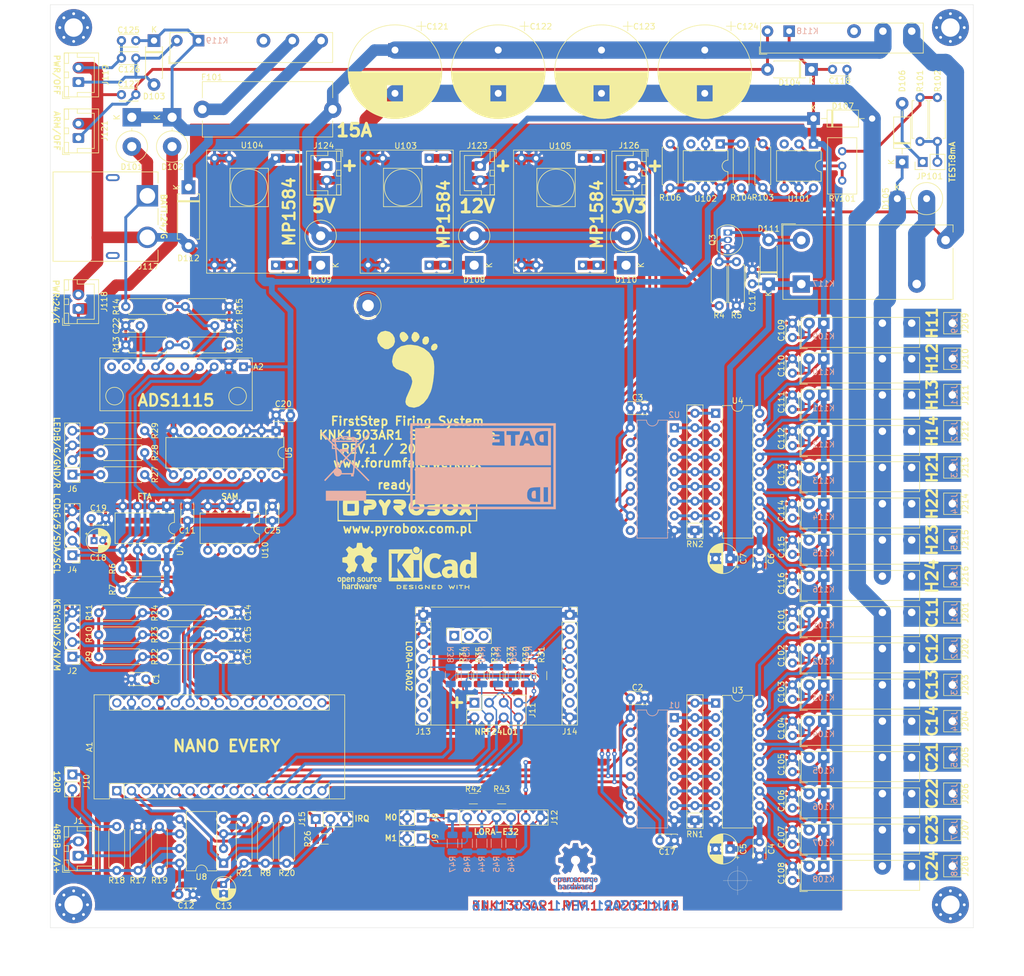
<source format=kicad_pcb>
(kicad_pcb (version 20221018) (generator pcbnew)
  (title_block (title "FirstStep KNK1303AR1") (date "2023-12-09") (rev "REV.1") (company "Zbigniew Kubicki (zk1959)"))
  (layers (0 "F.Cu" signal) (31 "B.Cu" signal) (34 "B.Paste" user) (35 "F.Paste" user) (36 "B.SilkS" user "B.Silkscreen") (37 "F.SilkS" user "F.Silkscreen") (38 "B.Mask" user) (39 "F.Mask" user) (44 "Edge.Cuts" user))
  (net 0 "")
  (net 1 "Net-(A1-Pad17)")
  (net 2 "Net-(A1-Pad18)")
  (net 3 "Net-(A1-Pad3)")
  (net 4 "GND")
  (net 5 "+5V")
  (net 6 "Net-(A1-Pad28)")
  (net 7 "Net-(A1-Pad30)")
  (net 8 "+12V")
  (net 9 "Net-(D109-Pad1)")
  (net 10 "Net-(J1-Pad1)")
  (net 11 "Net-(J1-Pad2)")
  (net 12 "Net-(J101-Pad1)")
  (net 13 "Net-(J102-Pad1)")
  (net 14 "Net-(J103-Pad1)")
  (net 15 "Net-(J104-Pad1)")
  (net 16 "Net-(J105-Pad1)")
  (net 17 "Net-(J106-Pad1)")
  (net 18 "Net-(J107-Pad1)")
  (net 19 "Net-(J108-Pad1)")
  (net 20 "Net-(J109-Pad1)")
  (net 21 "Net-(J110-Pad1)")
  (net 22 "Net-(J111-Pad1)")
  (net 23 "Net-(J112-Pad1)")
  (net 24 "Net-(J113-Pad1)")
  (net 25 "Net-(J114-Pad1)")
  (net 26 "Net-(J115-Pad1)")
  (net 27 "Net-(J116-Pad1)")
  (net 28 "Net-(JP101-Pad2)")
  (net 29 "OUT_C11")
  (net 30 "OUT_C12")
  (net 31 "OUT_C13")
  (net 32 "OUT_C14")
  (net 33 "OUT_C21")
  (net 34 "OUT_C22")
  (net 35 "OUT_C23")
  (net 36 "OUT_C24")
  (net 37 "OUT_H11")
  (net 38 "OUT_H12")
  (net 39 "OUT_H13")
  (net 40 "OUT_H14")
  (net 41 "OUT_H21")
  (net 42 "OUT_H22")
  (net 43 "OUT_H23")
  (net 44 "OUT_H24")
  (net 45 "OUT_FIRE")
  (net 46 "Net-(K117-Pad14)")
  (net 47 "Net-(F101-Pad2)")
  (net 48 "Net-(K119-Pad12)")
  (net 49 "IN_TEST")
  (net 50 "Net-(RN1-Pad2)")
  (net 51 "Net-(RN1-Pad3)")
  (net 52 "Net-(RN1-Pad4)")
  (net 53 "Net-(RN1-Pad5)")
  (net 54 "Net-(RN1-Pad6)")
  (net 55 "Net-(RN1-Pad7)")
  (net 56 "Net-(RN1-Pad8)")
  (net 57 "Net-(RN1-Pad9)")
  (net 58 "Net-(RN2-Pad9)")
  (net 59 "Net-(RN2-Pad8)")
  (net 60 "Net-(RN2-Pad7)")
  (net 61 "Net-(RN2-Pad6)")
  (net 62 "Net-(RN2-Pad5)")
  (net 63 "Net-(RN2-Pad4)")
  (net 64 "Net-(RN2-Pad3)")
  (net 65 "Net-(RN2-Pad2)")
  (net 66 "Net-(U1-Pad9)")
  (net 67 "Net-(U2-Pad9)")
  (net 68 "Net-(U7-Pad7)")
  (net 69 "Net-(C125-Pad2)")
  (net 70 "Net-(C126-Pad1)")
  (net 71 "Net-(J6-Pad1)")
  (net 72 "IN_ARM")
  (net 73 "Net-(C127-Pad1)")
  (net 74 "Net-(D105-Pad1)")
  (net 75 "Net-(D105-Pad2)")
  (net 76 "Net-(D106-Pad2)")
  (net 77 "Net-(D108-Pad1)")
  (net 78 "Net-(Q3-Pad2)")
  (net 79 "Net-(R104-Pad2)")
  (net 80 "Net-(J6-Pad4)")
  (net 81 "Net-(J10-Pad1)")
  (net 82 "Net-(J2-Pad1)")
  (net 83 "Net-(J2-Pad2)")
  (net 84 "Net-(J2-Pad3)")
  (net 85 "Net-(R27-Pad2)")
  (net 86 "Net-(R28-Pad2)")
  (net 87 "Net-(R29-Pad2)")
  (net 88 "Net-(U5-Pad13)")
  (net 89 "Net-(U5-Pad7)")
  (net 90 "Net-(A2-Pad5)")
  (net 91 "Net-(A2-Pad6)")
  (net 92 "Net-(A2-Pad7)")
  (net 93 "Net-(A2-Pad8)")
  (net 94 "Net-(A2-Pad9)")
  (net 95 "Net-(A2-Pad10)")
  (net 96 "IN_PWR1")
  (net 97 "IN_PWR2")
  (net 98 "Net-(U5-Pad4)")
  (net 99 "Net-(U5-Pad5)")
  (net 100 "Net-(U5-Pad6)")
  (net 101 "Net-(J6-Pad2)")
  (net 102 "/sheet_KNK1303AR1_01/485_TX")
  (net 103 "/sheet_KNK1303AR1_01/485_RX")
  (net 104 "/sheet_KNK1303AR1_01/485_DIR")
  (net 105 "/sheet_KNK1303AR1_01/595_DATA")
  (net 106 "/sheet_KNK1303AR1_01/OUT_FR")
  (net 107 "/sheet_KNK1303AR1_01/595_LATCH")
  (net 108 "/sheet_KNK1303AR1_01/I2C_SDA")
  (net 109 "/sheet_KNK1303AR1_01/595_CLOCK")
  (net 110 "/sheet_KNK1303AR1_01/I2C_SCL")
  (net 111 "/sheet_KNK1303AR1_01/SW_MENU")
  (net 112 "/sheet_KNK1303AR1_01/SW_NEXT")
  (net 113 "/sheet_KNK1303AR1_01/SW_SET")
  (net 114 "/sheet_KNK1303AR1_01/SPI_CE")
  (net 115 "/sheet_KNK1303AR1_01/SPI_MOSI")
  (net 116 "/sheet_KNK1303AR1_01/SPI_MISO")
  (net 117 "/sheet_KNK1303AR1_01/SPI_SCK")
  (net 118 "/sheet_KNK1303AR1_01/SPI_IRQ")
  (net 119 "Net-(U10-Pad7)")
  (net 120 "+3V3")
  (net 121 "Net-(J13-Pad4)")
  (net 122 "Net-(J13-Pad5)")
  (net 123 "Net-(J13-Pad6)")
  (net 124 "Net-(J13-Pad7)")
  (net 125 "Net-(J13-Pad8)")
  (net 126 "Net-(J14-Pad7)")
  (net 127 "Net-(J14-Pad6)")
  (net 128 "Net-(J14-Pad2)")
  (net 129 "Net-(J14-Pad5)")
  (net 130 "Net-(J14-Pad3)")
  (net 131 "Net-(J14-Pad4)")
  (net 132 "/sheet_KNK1303AR1_01/INT0")
  (net 133 "/sheet_KNK1303AR1_01/SPI_CS")
  (net 134 "/sheet_KNK1303AR1_01/SPI_NC")
  (net 135 "Net-(J12-Pad3)")
  (net 136 "Net-(J12-Pad5)")
  (net 137 "Net-(J12-Pad1)")
  (net 138 "Net-(J12-Pad2)")
  (net 139 "Net-(R101-Pad2)")
  (net 140 "Net-(U101-Pad3)")
  (net 141 "Net-(U102-Pad3)")
  (net 142 "Net-(RV101-Pad2)")
  (net 143 "Net-(U5-Pad12)")
  (net 144 "/sheet_KNK1303AR1_02/PWR_25")
  (net 145 "Net-(D110-Pad1)")
  (footprint "Fuse:Fuseholder_Cylinder-5x20mm_Stelvio-Kontek_PTF78_Horizontal_Open" (layer "F.Cu") (at 63.5254 39.4744 180)
    (fp_text reference "F101")
    (fp_text value "15A")
  )
  (footprint "Module:Arduino_Nano" (layer "F.Cu") (at 26.10382 157.5943 90)
    (fp_text reference "A1")
    (fp_text value "NANO_EVERY")
  )
  (footprint "Capacitor_THT:C_Disc_D3.0mm_W2.0mm_P2.50mm" (layer "F.Cu") (at 31.14382 138.2348 180)
    (fp_text reference "C1")
    (fp_text value "100n")
  )
  (footprint "Capacitor_THT:C_Disc_D3.0mm_W2.0mm_P2.50mm" (layer "F.Cu") (at 115.11956 141.5309)
    (fp_text reference "C2")
    (fp_text value "100n")
  )
  (footprint "Capacitor_THT:C_Disc_D3.0mm_W2.0mm_P2.50mm" (layer "F.Cu") (at 115.11956 91.25328)
    (fp_text reference "C3")
    (fp_text value "100n")
  )
  (footprint "Capacitor_THT:C_Disc_D3.0mm_W2.0mm_P2.50mm" (layer "F.Cu") (at 137.51728 166.4302 -90)
    (fp_text reference "C4")
    (fp_text value "100n")
  )
  (footprint "Capacitor_THT:CP_Radial_D5.0mm_P2.50mm" (layer "F.Cu") (at 132.39728 167.6802 180)
    (fp_text reference "C5")
    (fp_text value "22u")
  )
  (footprint "Capacitor_THT:C_Disc_D3.0mm_W2.0mm_P2.50mm" (layer "F.Cu") (at 137.51728 116.084 -90)
    (fp_text reference "C6")
    (fp_text value "100n")
  )
  (footprint "Capacitor_THT:CP_Radial_D5.0mm_P2.50mm" (layer "F.Cu") (at 132.39728 117.334 180)
    (fp_text reference "C7")
    (fp_text value "22u")
  )
  (footprint "Capacitor_THT:C_Disc_D3.0mm_W2.0mm_P2.50mm" (layer "F.Cu") (at 36.8388 175.5796)
    (fp_text reference "C12")
    (fp_text value "100n")
  )
  (footprint "Capacitor_THT:CP_Radial_D4.0mm_P1.50mm" (layer "F.Cu") (at 44.6112 173.8296 -90)
    (fp_text reference "C13")
    (fp_text value "10u")
  )
  (footprint "Capacitor_THT:C_Disc_D3.0mm_W2.0mm_P2.50mm" (layer "F.Cu") (at 44.55226 126.73646)
    (fp_text reference "C14")
    (fp_text value "100n")
  )
  (footprint "Capacitor_THT:C_Disc_D3.0mm_W2.0mm_P2.50mm" (layer "F.Cu") (at 44.55226 130.54646)
    (fp_text reference "C15")
    (fp_text value "100n")
  )
  (footprint "Capacitor_THT:C_Disc_D3.0mm_W2.0mm_P2.50mm" (layer "F.Cu") (at 44.55226 134.35646)
    (fp_text reference "C16")
    (fp_text value "100n")
  )
  (footprint "Capacitor_THT:C_Disc_D3.0mm_W2.0mm_P2.50mm" (layer "F.Cu") (at 43.084 76.9869)
    (fp_text reference "C21")
    (fp_text value "150p")
  )
  (footprint "Capacitor_THT:C_Disc_D3.0mm_W2.0mm_P2.50mm" (layer "F.Cu") (at 143.2068 126.67476 -90)
    (fp_text reference "C101")
    (fp_text value "100n")
  )
  (footprint "Capacitor_THT:C_Disc_D3.0mm_W2.0mm_P2.50mm" (layer "F.Cu") (at 143.2068 132.957431 -90)
    (fp_text reference "C102")
    (fp_text value "100n")
  )
  (footprint "Capacitor_THT:C_Disc_D3.0mm_W2.0mm_P2.50mm" (layer "F.Cu") (at 143.2068 139.240102 -90)
    (fp_text reference "C103")
    (fp_text value "100n")
  )
  (footprint "Capacitor_THT:C_Disc_D3.0mm_W2.0mm_P2.50mm" (layer "F.Cu") (at 143.2068 145.522773 -90)
    (fp_text reference "C104")
    (fp_text value "100n")
  )
  (footprint "Capacitor_THT:C_Disc_D3.0mm_W2.0mm_P2.50mm" (layer "F.Cu") (at 143.2068 151.805444 -90)
    (fp_text reference "C105")
    (fp_text value "100n")
  )
  (footprint "Capacitor_THT:C_Disc_D3.0mm_W2.0mm_P2.50mm" (layer "F.Cu") (at 143.2068 158.088115 -90)
    (fp_text reference "C106")
    (fp_text value "100n")
  )
  (footprint "Capacitor_THT:C_Disc_D3.0mm_W2.0mm_P2.50mm" (layer "F.Cu") (at 143.2068 164.370786 -90)
    (fp_text reference "C107")
    (fp_text value "100n")
  )
  (footprint "Capacitor_THT:C_Disc_D3.0mm_W2.0mm_P2.50mm" (layer "F.Cu") (at 143.2068 170.65346 -90)
    (fp_text reference "C108")
    (fp_text value "100n")
  )
  (footprint "Capacitor_THT:C_Disc_D3.0mm_W2.0mm_P2.50mm" (layer "F.Cu") (at 143.2068 76.5385 -90)
    (fp_text reference "C109")
    (fp_text value "100n")
  )
  (footprint "Capacitor_THT:C_Disc_D3.0mm_W2.0mm_P2.50mm" (layer "F.Cu") (at 143.2068 82.709951 -90)
    (fp_text reference "C110")
    (fp_text value "100n")
  )
  (footprint "Capacitor_THT:C_Disc_D3.0mm_W2.0mm_P2.50mm" (layer "F.Cu") (at 143.2068 88.992622 -90)
    (fp_text reference "C111")
    (fp_text value "100n")
  )
  (footprint "Capacitor_THT:C_Disc_D3.0mm_W2.0mm_P2.50mm" (layer "F.Cu") (at 143.2068 95.275293 -90)
    (fp_text reference "C112")
    (fp_text value "100n")
  )
  (footprint "Capacitor_THT:C_Disc_D3.0mm_W2.0mm_P2.50mm" (layer "F.Cu") (at 143.2068 101.557964 -90)
    (fp_text reference "C113")
    (fp_text value "100n")
  )
  (footprint "Capacitor_THT:C_Disc_D3.0mm_W2.0mm_P2.50mm" (layer "F.Cu") (at 143.2068 107.840635 -90)
    (fp_text reference "C114")
    (fp_text value "100n")
  )
  (footprint "Capacitor_THT:C_Disc_D3.0mm_W2.0mm_P2.50mm" (layer "F.Cu") (at 143.2068 114.123306 -90)
    (fp_text reference "C115")
    (fp_text value "100n")
  )
  (footprint "Capacitor_THT:C_Disc_D3.0mm_W2.0mm_P2.50mm" (layer "F.Cu") (at 143.2068 120.40598 -90)
    (fp_text reference "C116")
    (fp_text value "100n")
  )
  (footprint "Capacitor_THT:C_Disc_D3.0mm_W2.0mm_P2.50mm" (layer "F.Cu") (at 136.2456 67.229 -90)
    (fp_text reference "C117")
    (fp_text value "100n")
  )
  (footprint "Capacitor_THT:C_Disc_D3.0mm_W2.0mm_P2.50mm" (layer "F.Cu") (at 152.654 32.5548 180)
    (fp_text reference "C118")
    (fp_text value "100n")
  )
  (footprint "Capacitor_THT:CP_Radial_D16.0mm_P7.50mm" (layer "F.Cu") (at 74.3186 29.20632 -90)
    (fp_text reference "C121")
    (fp_text value "1K/50")
  )
  (footprint "Capacitor_THT:CP_Radial_D16.0mm_P7.50mm" (layer "F.Cu") (at 92.216666 29.20632 -90)
    (fp_text reference "C122")
    (fp_text value "1K/50")
  )
  (footprint "Capacitor_THT:CP_Radial_D16.0mm_P7.50mm" (layer "F.Cu") (at 110.114732 29.20632 -90)
    (fp_text reference "C123")
    (fp_text value "1K/50")
  )
  (footprint "Capacitor_THT:C_Disc_D3.0mm_W2.0mm_P2.50mm" (layer "F.Cu") (at 26.90354 27.566829)
    (fp_text reference "C125")
    (fp_text value "100n")
  )
  (footprint "Capacitor_THT:CP_Radial_D16.0mm_P7.50mm" (layer "F.Cu") (at 128.0128 29.20632 -90)
    (fp_text reference "C124")
    (fp_text value "1K/50")
  )
  (footprint "Capacitor_THT:C_Disc_D3.0mm_W2.0mm_P2.50mm" (layer "F.Cu") (at 29.40354 30.607 180)
    (fp_text reference "C126")
    (fp_text value "100n")
  )
  (footprint "Diode_THT:D_DO-27_P5.08mm_Vertical_KathodeUp" (layer "F.Cu") (at 161.3902 54.955)
    (fp_text reference "D105")
    (fp_text value "BY550-1000")
  )
  (footprint "Diode_THT:D_DO-41_SOD81_P10.16mm_Horizontal" (layer "F.Cu") (at 162.2298 48.59658 90)
    (fp_text reference "D106")
    (fp_text value "1N4002")
  )
  (footprint "Connector_JST:JST_XH_B2B-XH-A_1x02_P2.50mm_Vertical" (layer "F.Cu") (at 19.44394 34.75736 90)
    (fp_text reference "J119")
    (fp_text value "PWR_A")
  )
  (footprint "Connector_PinHeader_2.54mm:PinHeader_1x02_P2.54mm_Vertical" (layer "F.Cu") (at 165.7957 48.59658 90)
    (fp_text reference "JP101")
    (fp_text value "8mA")
  )
  (footprint "Resistor_THT:R_Axial_DIN0207_L6.3mm_D2.5mm_P7.62mm_Horizontal" (layer "F.Cu") (at 34.7594 119.0942 180)
    (fp_text reference "R6")
    (fp_text value "10K")
  )
  (footprint "Resistor_THT:R_Axial_DIN0207_L6.3mm_D2.5mm_P7.62mm_Horizontal" (layer "F.Cu") (at 27.1394 122.7518)
    (fp_text reference "R7")
    (fp_text value "10K")
  )
  (footprint "Resistor_THT:R_Axial_DIN0207_L6.3mm_D2.5mm_P7.62mm_Horizontal" (layer "F.Cu") (at 45.584 73.6595 180)
    (fp_text reference "R15")
    (fp_text value "3K/1%")
  )
  (footprint "Resistor_THT:R_Axial_DIN0207_L6.3mm_D2.5mm_P7.62mm_Horizontal" (layer "F.Cu") (at 35.2716 73.6595 180)
    (fp_text reference "R14")
    (fp_text value "15K/1%")
  )
  (footprint "Resistor_THT:R_Axial_DIN0207_L6.3mm_D2.5mm_P7.62mm_Horizontal" (layer "F.Cu") (at 23.3144 102.8052)
    (fp_text reference "R27")
    (fp_text value "200R")
  )
  (footprint "Resistor_THT:R_Axial_DIN0207_L6.3mm_D2.5mm_P7.62mm_Horizontal" (layer "F.Cu") (at 165.3286 45.04526 90)
    (fp_text reference "R101")
    (fp_text value "2K2")
  )
  (footprint "Resistor_THT:R_Axial_DIN0207_L6.3mm_D2.5mm_P7.62mm_Horizontal" (layer "F.Cu") (at 168.3357 45.04526 90)
    (fp_text reference "R102")
    (fp_text value "2K2")
  )
  (footprint "Resistor_THT:R_Array_SIP9" (layer "F.Cu") (at 126.30826 162.70942 90)
    (fp_text reference "RN1")
    (fp_text value "1K")
  )
  (footprint "Resistor_THT:R_Array_SIP9" (layer "F.Cu") (at 126.30826 112.4699 90)
    (fp_text reference "RN2")
    (fp_text value "1K")
  )
  (footprint "project_KNK1302AR1:zk_Bourns_3386C_Horizontal" (layer "F.Cu") (at 151.83336 46.74186)
    (fp_text reference "RV101")
    (fp_text value "1K")
  )
  (footprint "Package_DIP:DIP-18_W7.62mm" (layer "F.Cu") (at 129.89728 142.38942)
    (fp_text reference "U3")
    (fp_text value "ULN2803A")
  )
  (footprint "Package_DIP:DIP-18_W7.62mm" (layer "F.Cu") (at 129.89728 92.1499)
    (fp_text reference "U4")
    (fp_text value "ULN2803A")
  )
  (footprint "Package_DIP:DIP-8_W7.62mm" (layer "F.Cu") (at 44.60382 170.1386 180)
    (fp_text reference "U8")
    (fp_text value "MAX485EPA+")
  )
  (footprint "Resistor_THT:R_Axial_DIN0207_L6.3mm_D2.5mm_P7.62mm_Horizontal" (layer "F.Cu") (at 45.584 80.3143 180)
    (fp_text reference "R12")
    (fp_text value "15K/1%")
  )
  (footprint "Resistor_THT:R_Axial_DIN0207_L6.3mm_D2.5mm_P7.62mm_Horizontal" (layer "F.Cu") (at 27.6516 80.3143)
    (fp_text reference "R13")
    (fp_text value "3K/1%")
  )
  (footprint "project_KNK1303AR1:pyrobox_logo_FIRSTSTEP_silk" (layer "F.Cu") (at 76.473004 84.5016)
    (fp_text reference "G***" hide)
    (fp_text value "LOGO" hide)
  )
  (footprint "project_KNK1303AR1:pyrobox_logo_PYROBOX_silk" (layer "F.Cu") (at 76.4671 108.53838)
    (fp_text reference "G***" hide)
    (fp_text value "LOGO" hide)
  )
  (footprint "MountingHole:MountingHole_3.2mm_M3_Pad_Via" (layer "F.Cu") (at 170.59172 25.30348)
    (fp_text reference "REF**" hide)
    (fp_text value "MountingHole_3.2mm_M3_Pad_Via")
  )
  (footprint "MountingHole:MountingHole_3.2mm_M3_Pad_Via" (layer "F.Cu") (at 18.62098 25.30348)
    (fp_text reference "REF**" hide)
    (fp_text value "MountingHole_3.2mm_M3_Pad_Via")
  )
  (footprint "MountingHole:MountingHole_3.2mm_M3_Pad_Via" (layer "F.Cu") (at 170.59172 177.35296)
    (fp_text reference "REF**" hide)
    (fp_text value "MountingHole_3.2mm_M3_Pad_Via")
  )
  (footprint "MountingHole:MountingHole_3.2mm_M3_Pad_Via" (layer "F.Cu") (at 18.62098 177.35296)
    (fp_text reference "REF**" hide)
    (fp_text value "MountingHole_3.2mm_M3_Pad_Via")
  )
  (footprint "Connector_PinHeader_2.54mm:PinHeader_1x04_P2.54mm_Vertical" (layer "F.Cu") (at 18.3896 134.35646 180)
    (fp_text reference "J2")
    (fp_text value "KEY_A")
  )
  (footprint "Connector_JST:JST_XH_B2B-XH-A_1x02_P2.50mm_Vertical" (layer "F.Cu") (at 19.44394 168.8586 90)
    (fp_text reference "J1")
    (fp_text value "485")
  )
  (footprint "Diode_THT:D_DO-41_SOD81_P7.62mm_Horizontal" (layer "F.Cu") (at 32.5501 27.566829 -90)
    (fp_text reference "D103")
    (fp_text value "1N4148")
  )
  (footprint "Connector_PinHeader_2.54mm:PinHeader_1x04_P2.54mm_Vertical" (layer "F.Cu") (at 18.39394 102.8052 180)
    (fp_text reference "J6")
    (fp_text value "LED_A")
  )
  (footprint "Capacitor_THT:CP_Radial_D4.0mm_P1.50mm" (layer "F.Cu") (at 22.1615 114.2352)
    (fp_text reference "C18")
    (fp_text value "10u")
  )
  (footprint "Capacitor_THT:C_Disc_D3.0mm_W2.0mm_P2.50mm" (layer "F.Cu") (at 21.6535 110.4252)
    (fp_text reference "C19")
    (fp_text value "100n")
  )
  (footprint "Connector_PinHeader_2.54mm:PinHeader_1x04_P2.54mm_Vertical" (layer "F.Cu") (at 18.3896 116.7752 180)
    (fp_text reference "J4")
    (fp_text value "LCD_A")
  )
  (footprint "Diode_THT:D_DO-41_SOD81_P10.16mm_Horizontal" (layer "F.Cu") (at 146.8628 41.0718)
    (fp_text reference "D107")
    (fp_text value "12V/1W")
  )
  (footprint "Capacitor_THT:C_Disc_D3.0mm_W2.0mm_P2.50mm" (layer "F.Cu") (at 29.40354 36.9316 180)
    (fp_text reference "C127")
    (fp_text value "100n")
  )
  (footprint "Diode_THT:D_DO-41_SOD81_P7.62mm_Horizontal" (layer "F.Cu") (at 146.511 32.5548 180)
    (fp_text reference "D104")
    (fp_text value "1N4148")
  )
  (footprint "Connector_JST:JST_XH_B2B-XH-A_1x02_P2.50mm_Vertical" (layer "F.Cu") (at 19.44394 44.45736 90)
    (fp_text reference "J121")
    (fp_text value "ARM_A")
  )
  (footprint "Package_TO_SOT_THT:TO-92_Inline" (layer "F.Cu") (at 132.0038 60.833 -90)
    (fp_text reference "Q3")
    (fp_text value "BC547")
  )
  (footprint "Resistor_THT:R_Axial_DIN0207_L6.3mm_D2.5mm_P7.62mm_Horizontal" (layer "F.Cu") (at 130.5052 73.51118 90)
    (fp_text reference "R4")
    (fp_text value "10K")
  )
  (footprint "Resistor_THT:R_Axial_DIN0207_L6.3mm_D2.5mm_P7.62mm_Horizontal" (layer "F.Cu") (at 133.5049 73.51118 90)
    (fp_text reference "R5")
    (fp_text value "4K7")
  )
  (footprint "Resistor_THT:R_Axial_DIN0207_L6.3mm_D2.5mm_P7.62mm_Horizontal" (layer "F.Cu") (at 134.3218 53.10186 90)
    (fp_text reference "R104")
    (fp_text value "2K4")
  )
  (footprint "Resistor_THT:R_Axial_DIN0207_L6.3mm_D2.5mm_P7.62mm_Horizontal" (layer "F.Cu") (at 122.015 53.10186 90)
    (fp_text reference "R106")
    (fp_text value "270R")
  )
  (footprint "Resistor_THT:R_Axial_DIN0207_L6.3mm_D2.5mm_P7.62mm_Horizontal" (layer "F.Cu") (at 30.5816 134.35646 180)
    (fp_text reference "R9")
    (fp_text value "10K")
  )
  (footprint "Resistor_THT:R_Axial_DIN0207_L6.3mm_D2.5mm_P7.62mm_Horizontal" (layer "F.Cu") (at 30.5816 130.54646 180)
    (fp_text reference "R10")
    (fp_text value "10K")
  )
  (footprint "Resistor_THT:R_Axial_DIN0207_L6.3mm_D2.5mm_P7.62mm_Horizontal" (layer "F.Cu") (at 30.5816 126.73646 180)
    (fp_text reference "R11")
    (fp_text value "10K")
  )
  (footprint "Resistor_THT:R_Axial_DIN0207_L6.3mm_D2.5mm_P7.62mm_Horizontal" (layer "F.Cu") (at 51.8583 162.5286 -90)
    (fp_text reference "R8")
    (fp_text value "4K7")
  )
  (footprint "Resistor_THT:R_Axial_DIN0207_L6.3mm_D2.5mm_P7.62mm_Horizontal" (layer "F.Cu") (at 29.7829 163.7886 -90)
    (fp_text reference "R17")
    (fp_text value "4K7")
  )
  (footprint "Resistor_THT:R_Axial_DIN0207_L6.3mm_D2.5mm_P7.62mm_Horizontal" (layer "F.Cu") (at 26.0872 171.4086 90)
    (fp_text reference "R18")
    (fp_text value "120R")
  )
  (footprint "Resistor_THT:R_Axial_DIN0207_L6.3mm_D2.5mm_P7.62mm_Horizontal" (layer "F.Cu") (at 33.4786 171.4086 90)
    (fp_text reference "R19")
    (fp_text value "4K7")
  )
  (footprint "Resistor_THT:R_Axial_DIN0207_L6.3mm_D2.5mm_P7.62mm_Horizontal" (layer "F.Cu") (at 55.5413 162.5286 -90)
    (fp_text reference "R20")
    (fp_text value "4K7")
  )
  (footprint "Resistor_THT:R_Axial_DIN0207_L6.3mm_D2.5mm_P7.62mm_Horizontal" (layer "F.Cu") (at 48.1753 162.5286 -90)
    (fp_text reference "R21")
    (fp_text value "4K7")
  )
  (footprint "Connector_PinHeader_2.54mm:PinHeader_1x02_P2.54mm_Vertical" (layer "F.Cu") (at 18.39394 154.7743)
    (fp_text reference "J10")
    (fp_text value "120R")
  )
  (footprint "Connector_JST:JST_XH_B2B-XH-A_1x02_P2.50mm_Vertical" (layer "F.Cu") (at 89.0963 49.2824 -90)
    (fp_text reference "J123")
    (fp_text value "+12V")
  )
  (footprint "Connector_JST:JST_XH_B2B-XH-A_1x02_P2.50mm_Vertical" (layer "F.Cu") (at 62.4856 49.2824 -90)
    (fp_text reference "J124")
    (fp_text value "+5V")
  )
  (footprint "Connector_Pin:Pin_D1.3mm_L10.0mm_W3.5mm_Flat" (layer "F.Cu") (at 170.927 76.5385 90)
    (fp_text reference "J209")
    (fp_text value "H11")
  )
  (footprint "Connector_Pin:Pin_D1.3mm_L10.0mm_W3.5mm_Flat" (layer "F.Cu") (at 170.927 82.709951 90)
    (fp_text reference "J210")
    (fp_text value "H12")
  )
  (footprint "Connector_Pin:Pin_D1.3mm_L10.0mm_W3.5mm_Flat" (layer "F.Cu") (at 170.927 88.992622 90)
    (fp_text reference "J211")
    (fp_text value "H13")
  )
  (footprint "Connector_Pin:Pin_D1.3mm_L10.0mm_W3.5mm_Flat" (layer "F.Cu") (at 170.927 95.275293 90)
    (fp_text reference "J212")
    (fp_text value "H14")
  )
  (footprint "Connector_Pin:Pin_D1.3mm_L10.0mm_W3.5mm_Flat" (layer "F.Cu") (at 170.927 101.557964 90)
    (fp_text reference "J213")
    (fp_text value "H21")
  )
  (footprint "Connector_Pin:Pin_D1.3mm_L10.0mm_W3.5mm_Flat" (layer "F.Cu") (at 170.927 107.840635 90)
    (fp_text reference "J214")
    (fp_text value "H22")
  )
  (footprint "Connector_Pin:Pin_D1.3mm_L10.0mm_W3.5mm_Flat" (layer "F.Cu") (at 170.927 114.123306 90)
    (fp_text reference "J215")
    (fp_text value "H23")
  )
  (footprint "Connector_Pin:Pin_D1.3mm_L10.0mm_W3.5mm_Flat" (layer "F.Cu") (at 170.927 120.40598 90)
    (fp_text reference "J216")
    (fp_text value "H24")
  )
  (footprint "Connector_Pin:Pin_D1.3mm_L10.0mm_W3.5mm_Flat" (layer "F.Cu") (at 170.927 126.67476 90)
    (fp_text reference "J201")
    (fp_text value "C11")
  )
  (footprint "Connector_Pin:Pin_D1.3mm_L10.0mm_W3.5mm_Flat" (layer "F.Cu") (at 170.927 132.957431 90)
    (fp_text reference "J202")
    (fp_text value "C12")
  )
  (footprint "Connector_Pin:Pin_D1.3mm_L10.0mm_W3.5mm_Flat" (layer "F.Cu") (at 170.927 139.240102 90)
    (fp_text reference "J203")
    (fp_text value "C13")
  )
  (footprint "Connector_Pin:Pin_D1.3mm_L10.0mm_W3.5mm_Flat" (layer "F.Cu") (at 170.927 145.522773 90)
    (fp_text reference "J204")
    (fp_text value "C14")
  )
  (footprint "Connector_Pin:Pin_D1.3mm_L10.0mm_W3.5mm_Flat" (layer "F.Cu") (at 170.927 151.805444 90)
    (fp_text reference "J205")
    (fp_text value "C21")
  )
  (footprint "Connector_Pin:Pin_D1.3mm_L10.0mm_W3.5mm_Flat" (layer "F.Cu") (at 170.927 158.088115 90)
    (fp_text reference "J206")
    (fp_text value "C22")
  )
  (footprint "Connector_Pin:Pin_D1.3mm_L10.0mm_W3.5mm_Flat" (layer "F.Cu") (at 170.927 164.370786 90)
    (fp_text reference "J207")
    (fp_text value "C23")
  )
  (footprint "Connector_Pin:Pin_D1.3mm_L10.0mm_W3.5mm_Flat" (layer "F.Cu") (at 170.927 170.65346 90)
    (fp_text reference "J208")
    (fp_text value "C24")
  )
  (footprint "Resistor_THT:R_Axial_DIN0207_L6.3mm_D2.5mm_P7.62mm_Horizontal" (layer "F.Cu") (at 41.9782 134.35646 180)
    (fp_text reference "R22")
    (fp_text value "100R")
  )
  (footprint "Resistor_THT:R_Axial_DIN0207_L6.3mm_D2.5mm_P7.62mm_Horizontal" (layer "F.Cu") (at 41.9782 130.54646 180)
    (fp_text reference "R23")
    (fp_text value "100R")
  )
  (footprint "Resistor_THT:R_Axial_DIN0207_L6.3mm_D2.5mm_P7.62mm_Horizontal" (layer "F.Cu") (at 41.9782 126.73646 180)
    (fp_text reference "R24")
    (fp_text value "100R")
  )
  (footprint "project_KNK1303AR1:pyrobox_module_MP1584EN_2" (layer "F.Cu") (at 75.7781 56.7052 90)
    (fp_text reference "U103")
    (fp_text value "MP1584_12V")
  )
  (footprint "TestPoint:TestPoint_THTPad_D4.0mm_Drill2.0mm" (layer "F.Cu") (at 69.6551 73.4822)
    (fp_text reference "REF**" hide)
    (fp_text value "TestPoint_THTPad_D4.0mm_Drill2.0mm")
  )
  (footprint "project_KNK1303AR1:pyrobox_module_MP1584EN_2" (layer "F.Cu") (at 49.1674 56.7052 90)
    (fp_text reference "U104")
    (fp_text value "MP1584_5V")
  )
  (footprint "Capacitor_THT:C_Disc_D3.0mm_W2.0mm_P2.50mm" (layer "F.Cu") (at 56.2102 92.4936 180)
    (fp_text reference "C20")
    (fp_text value "100n")
  )
  (footprint "Capacitor_THT:C_Disc_D3.0mm_W2.0mm_P2.50mm" (layer "F.Cu") (at 120.23956 166.2256)
    (fp_text reference "C17")
    (fp_text value "100n")
  )
  (footprint "Resistor_THT:R_Axial_DIN0207_L6.3mm_D2.5mm_P7.62mm_Horizontal" (layer "F.Cu") (at 23.3144 98.9952)
    (fp_text reference "R28")
    (fp_text value "180R")
  )
  (footprint "Resistor_THT:R_Axial_DIN0207_L6.3mm_D2.5mm_P7.62mm_Horizontal" (layer "F.Cu") (at 23.3144 95.1852)
    (fp_text reference "R29")
    (fp_text value "120R")
  )
  (footprint "Package_DIP:DIP-16_W7.62mm" (layer "F.Cu") (at 53.7102 95.199501 -90)
    (fp_text reference "U5")
    (fp_text value "PCF8574A")
  )
  (footprint "Capacitor_THT:C_Disc_D3.0mm_W2.0mm_P2.50mm" (layer "F.Cu") (at 30.1516 76.9869 180)
    (fp_text reference "C22")
    (fp_text value "150p")
  )
  (footprint "project_KNK1303AR1:pyrobox_module_ADC1115_mini" (layer "F.Cu") (at 48.0552 84.1008 -90)
    (fp_text reference "A2")
    (fp_text value "ADS1115")
  )
  (footprint "Connector_PinSocket_2.54mm:PinSocket_2x04_P2.54mm_Vertical" (layer "F.Cu") (at 88.0849 142.3327 90)
    (fp_text reference "J11")
    (fp_text value "NRF")
  )
  (footprint "Diode_THT:D_DO-201AD_P5.08mm_Vertical_KathodeUp" (layer "F.Cu") (at 28.702 40.8526 -90)
    (fp_text reference "D101")
    (fp_text value "SB540")
  )
  (footprint "Diode_THT:D_DO-201AD_P5.08mm_Vertical_KathodeUp" (layer "F.Cu") (at 35.687 40.8526 -90)
    (fp_text reference "D102")
    (fp_text value "SB540")
  )
  (footprint "Diode_THT:D_DO-201AD_P5.08mm_Vertical_KathodeUp" (layer "F.Cu") (at 88.0463 66.4906 90)
    (fp_text reference "D108")
    (fp_text value "1N5822")
  )
  (footprint "Diode_THT:D_DO-201AD_P5.08mm_Vertical_KathodeUp" (layer "F.Cu") (at 61.4356 66.4906 90)
    (fp_text reference "D109")
    (fp_text value "1N5822")
  )
  (footprint "Diode_THT:D_DO-41_SOD81_P7.62mm_Horizontal" (layer "F.Cu") (at 139.0904 69.729 90)
    (fp_text reference "D111")
    (fp_text value "1N4148")
  )
  (footprint "project_KNK1303AR1:pyrobox_pcs_ZETTLER_AZ921_vertical" (layer "F.Cu") (at 148.64124 126.67476)
    (fp_text reference "K101")
    (fp_text value "AZ921")
  )
  (footprint "project_KNK1303AR1:pyrobox_pcs_ZETTLER_AZ921_vertical" (layer "F.Cu") (at 148.64124 132.957431)
    (fp_text reference "K102")
    (fp_text value "AZ921")
  )
  (footprint "project_KNK1303AR1:pyrobox_pcs_ZETTLER_AZ921_vertical" (layer "F.Cu") (at 148.64124 139.240102)
    (fp_text reference "K103")
    (fp_text value "AZ921")
  )
  (footprint "project_KNK1303AR1:pyrobox_pcs_ZETTLER_AZ921_vertical" (layer "F.Cu") (at 148.64124 145.522773)
    (fp_text reference "K104")
    (fp_text value "AZ921")
  )
  (footprint "project_KNK1303AR1:pyrobox_pcs_ZETTLER_AZ921_vertical" (layer "F.Cu") (at 148.64124 151.805444)
    (fp_text reference "K105")
    (fp_text value "AZ921")
  )
  (footprint "project_KNK1303AR1:pyrobox_pcs_ZETTLER_AZ921_vertical" (layer "F.Cu") (at 148.64124 158.088115)
    (fp_text reference "K106")
    (fp_text value "AZ921")
  )
  (footprint "project_KNK1303AR1:pyrobox_pcs_ZETTLER_AZ921_vertical" (layer "F.Cu") (at 148.64124 164.370786)
    (fp_text reference "K107")
    (fp_text value "AZ921")
  )
  (footprint "project_KNK1303AR1:pyrobox_pcs_ZETTLER_AZ921_vertical" (layer "F.Cu") (at 148.64124 170.65346)
    (fp_text reference "K108")
    (fp_text value "AZ921")
  )
  (footprint "project_KNK1303AR1:pyrobox_pcs_ZETTLER_AZ921_vertical" (layer "F.Cu") (at 148.64124 76.5385)
    (fp_text reference "K109")
    (fp_text value "AZ921")
  )
  (footprint "project_KNK1303AR1:pyrobox_pcs_ZETTLER_AZ921_vertical" (layer "F.Cu") (at 148.64124 82.709951)
    (fp_text reference "K110")
    (fp_text value "AZ921")
  )
  (footprint "project_KNK1303AR1:pyrobox_pcs_ZETTLER_AZ921_vertical" (layer "F.Cu") (at 148.64124 88.992622)
    (fp_text reference "K111")
    (fp_text value "AZ921")
  )
  (footprint "project_KNK1303AR1:pyrobox_pcs_ZETTLER_AZ921_vertical" (layer "F.Cu") (at 148.64124 95.275293)
    (fp_text reference "K112")
    (fp_text value "AZ921")
  )
  (footprint "project_KNK1303AR1:pyrobox_pcs_ZETTLER_AZ921_vertical" (layer "F.Cu") (at 148.64124 101.557964)
    (fp_text reference "K113")
    (fp_text value "AZ921")
  )
  (footprint "project_KNK1303AR1:pyrobox_pcs_ZETTLER_AZ921_vertical" (layer "F.Cu") (at 148.64124 107.840635)
    (fp_text reference "K114")
    (fp_text value "AZ921")
  )
  (footprint "project_KNK1303AR1:pyrobox_pcs_ZETTLER_AZ921_vertical" (layer "F.Cu") (at 148.64124 114.123306)
    (fp_text reference "K115")
    (fp_text value "AZ921")
  )
  (footprint "project_KNK1303AR1:pyrobox_pcs_ZETTLER_AZ921_vertical" (layer "F.Cu") (at 148.64124 120.40598)
    (fp_text reference "K116")
    (fp_text value "AZ921")
  )
  (footprint "Capacitor_THT:C_Disc_D3.0mm_W2.0mm_P2.50mm" (layer "F.Cu") (at 38.3208 110.7756 90)
    (fp_text reference "C11")
    (fp_text value "100n")
  )
  (footprint "Capacitor_THT:C_Disc_D3.0mm_W2.0mm_P2.50mm" (layer "F.Cu") (at 53.0528 110.7756 90)
    (fp_text reference "C25")
    (fp_text value "100n")
  )
  (footprint "Package_DIP:DIP-8_W7.62mm" (layer "F.Cu") (at 34.7594 108.2756 -90)
    (fp_text reference "U7")
    (fp_text value "24LC256")
  )
  (footprint "Package_DIP:DIP-8_W7.62mm" (layer "F.Cu") (at 49.4914 108.2756 -90)
    (fp_text reference "U10")
    (fp_text value "24LC256")
  )
  (footprint "Connector_PinSocket_2.54mm:PinSocket_1x08_P2.54mm_Vertical" (layer "F.Cu") (at 79.2099 127.0927)
    (fp_text reference "J13")
    (fp_text value "LORA_A")
  )
  (footprint "Connector_PinSocket_2.54mm:PinSocket_1x08_P2.54mm_Vertical" (layer "F.Cu") (at 104.6099 127.0927)
    (fp_text reference "J14")
    (fp_text value "LORA_B")
  )
  (footprint "Resistor_SMD:R_1206_3216Metric" (layer "F.Cu") (at 97.026 137.6337 90)
    (fp_text reference "R30")
    (fp_text value "220R")
  )
  (footprint "Resistor_SMD:R_1206_3216Metric" (layer "F.Cu") (at 99.7184 137.6337 90)
    (fp_text reference "R31")
    (fp_text value "470R")
  )
  (footprint "Resistor_SMD:R_1206_3216Metric" (layer "F.Cu") (at 91.6051 137.6337 90)
    (fp_text reference "R32")
    (fp_text value "220R")
  )
  (footprint "Resistor_SMD:R_1206_3216Metric" (layer "F.Cu") (at 94.31555 137.6337 90)
    (fp_text reference "R33")
    (fp_text value "470R")
  )
  (footprint "Resistor_SMD:R_1206_3216Metric" (layer "F.Cu") (at 86.1187 137.6337 90)
    (fp_text reference "R34")
    (fp_text value "220R")
  )
  (footprint "Resistor_SMD:R_1206_3216Metric" (layer "F.Cu") (at 88.8619 137.6337 90)
    (fp_text reference "R35")
    (fp_text value "470R")
  )
  (footprint "Connector_PinSocket_2.54mm:PinSocket_1x03_P2.54mm_Vertical" (layer "F.Cu") (at 60.5899 162.5036 90)
    (fp_text reference "J15")
    (fp_text value "IRQ")
  )
  (footprint "Resistor_SMD:R_1206_3216Metric" (layer "F.Cu") (at 87.9024 158.9532)
    (fp_text reference "R42")
    (fp_text value "220R")
  )
  (footprint "Resistor_SMD:R_1206_3216Metric" (layer "F.Cu") (at 92.8116 158.9532 180)
    (fp_text reference "R43")
    (fp_text value "470R")
  )
  (footprint "Connector_PinSocket_2.54mm:PinSocket_1x07_P2.54mm_Vertical" (layer "F.Cu") (at 84.2849 162.2298 90)
    (fp_text reference "J12")
    (fp_text value "E32")
  )
  (footprint "project_KNK1303AR1:pyrobox_logo_OSHW_7.5x8mm_copper" (layer "F.Cu") (at 105.6005 170.6786)
    (fp_text reference "REF**" hide)
    (fp_text value "pyrobox_logo_OSHW_7.5x8mm_copper" hide)
  )
  (footprint "project_KNK1303AR1:pyrobox_pcs_ZETTLER_AZDC110" (layer "F.Cu") (at 144.752699 62.1615)
    (fp_text reference "K117")
    (fp_text value "AZDC110")
  )
  (footprint "Connector_PinHeader_2.54mm:PinHeader_1x02_P2.54mm_Vertical" (layer "F.Cu") (at 78.9559 162.2548 -90)
    (fp_text reference "J8")
    (fp_text value "M0")
  )
  (footprint "Connector_PinHeader_2.54mm:PinHeader_1x02_P2.54mm_Vertical" (layer "F.Cu") (at 78.9559 165.8747 -90)
    (fp_text reference "J9")
    (fp_text value "M1")
  )
  (footprint "Resistor_SMD:R_1206_3216Metric" (layer "F.Cu") (at 62.0524 165.9382)
    (fp_text reference "R26")
    (fp_text value "4K7")
  )
  (footprint "Connector_PinSocket_2.54mm:PinSocket_1x03_P2.54mm_Vertical" (layer "F.Cu") (at 84.5949 130.7298 90)
    (fp_text reference "REF**" hide)
    (fp_text value "PinSocket_1x03_P2.54mm_Vertical")
  )
  (footprint "project_KNK1303AR1:pyrobox_logo_KICAD_silk" (layer "F.Cu") (at 80.898165 118.2718)
    (fp_text reference "REF**" hide)
    (fp_text value "pyrobox_logo_KICAD_silk" hide)
  )
  (footprint "project_KNK1303AR1:pyrobox_logo_OSHW_7.5x8mm_silk" (layer "F.Cu") (at 68.169168 118.628564)
    (fp_text reference "REF**" hide)
    (fp_text value "pyrobox_logo_OSHW_7.5x8mm_silk" hide)
  )
  (footprint "Resistor_THT:R_Axial_DIN0207_L6.3mm_D2.5mm_P7.62mm_Horizontal" (layer "F.Cu") (at 138.0744 45.43186 -90)
    (fp_text reference "R103")
    (fp_text value "270R")
  )
  (footprint "Package_DIP:DIP-6_W7.62mm" (layer "F.Cu") (at 146.8628 45.48186 -90)
    (fp_text reference "U101")
    (fp_text value "H11L3")
  )
  (footprint "Package_DIP:DIP-6_W7.62mm" (layer "F.Cu") (at 130.6934 45.48186 -90)
    (fp_text reference "U102")
    (fp_text value "H11L3")
  )
  (footprint "Diode_THT:D_DO-201AD_P5.08mm_Vertical_KathodeUp" (layer "F.Cu") (at 114.3668 66.4906 90)
    (fp_text reference "D110")
    (fp_text value "1N5822")
  )
  (footprint "Connector_JST:JST_XH_B2B-XH-A_1x02_P2.50mm_Vertical" (layer "F.Cu") (at 115.4168 49.2824 -90)
    (fp_text reference "J126")
    (fp_text value "+3V3")
  )
  (footprint "Diode_THT:D_DO-15_P10.16mm_Horizontal" (layer "F.Cu") (at 38.5144 52.9844 -90)
    (fp_text reference "D112")
    (fp_text value "P6KE33A")
  )
  (footprint "project_KNK1303AR1:pyrobox_pcs_AMASS_XT60PW-M" (layer "F.Cu") (at 25.3984 58.0644 90)
    (fp_text reference "J117")
    (fp_text value "BATT_A")
  )
  (footprint "Relay_THT:Relay_SPDT_Finder_34.51_Vertical" (layer "F.Cu") (at 40.2684 27.566829)
    (fp_text reference "K119")
    (fp_text value "34.51")
  )
  (footprint "Connector_JST:JST_XH_B2B-XH-A_1x02_P2.50mm_Vertical" (layer "F.Cu") (at 19.44394 74.0664 90)
    (fp_text reference "J118")
    (fp_text value "BATT2_A")
  )
  (footprint "Relay_THT:Relay_SPDT_Finder_34.51_Vertical" (layer "F.Cu") (at 142.641 25.925)
    (fp_text reference "K118")
    (fp_text value "34.51")
  )
  (footprint "project_KNK1303AR1:pyrobox_module_MP1584EN_2" (layer "F.Cu") (at 102.361 56.7052 90)
    (fp_text reference "U105")
    (fp_text value "MP1584_3V3")
  )
  (footprint "Connector_Wire:SolderWirePad_1x01_SMD_5x10mm" (layer "B.Cu") (at 167.47768 126.66726 90)
    (fp_text reference "J101")
    (fp_text value "C11")
  )
  (footprint "Connector_Wire:SolderWirePad_1x01_SMD_5x10mm" (layer "B.Cu") (at 167.47768 132.949931 90)
    (fp_text reference "J102")
    (fp_text value "C12")
  )
  (footprint "Connector_Wire:SolderWirePad_1x01_SMD_5x10mm" (layer "B.Cu") (at 167.47768 139.232602 90)
    (fp_text reference "J103")
    (fp_text value "C13")
  )
  (footprint "Connector_Wire:SolderWirePad_1x01_SMD_5x10mm" (layer "B.Cu") (at 167.47768 145.515273 90)
    (fp_text reference "J104")
    (fp_text value "C14")
  )
  (footprint "Connector_Wire:SolderWirePad_1x01_SMD_5x10mm" (layer "B.Cu") (at 167.47768 151.797944 90)
    (fp_text reference "J105")
    (fp_text value "C21")
  )
  (footprint "Connector_Wire:SolderWirePad_1x01_SMD_5x10mm" (layer "B.Cu") (at 167.47768 158.080615 90)
    (fp_text reference "J106")
    (fp_text value "C22")
  )
  (footprint "Connector_Wire:SolderWirePad_1x01_SMD_5x10mm" (layer "B.Cu") (at 167.47768 164.363286 90)
    (fp_text reference "J107")
    (fp_text value "C23")
  )
  (footprint "Connector_Wire:SolderWirePad_1x01_SMD_5x10mm" (layer "B.Cu") (at 167.47768 170.64596 90)
    (fp_text reference "J108")
    (fp_text value "C24")
  )
  (footprint "Connector_Wire:SolderWirePad_1x01_SMD_5x10mm" (layer "B.Cu") (at 167.47768 76.5385 90)
    (fp_text reference "J109")
    (fp_text value "H11")
  )
  (footprint "Connector_Wire:SolderWirePad_1x01_SMD_5x10mm" (layer "B.Cu") (at 167.47768 82.702451 90)
    (fp_text reference "J110")
    (fp_text value "H12")
  )
  (footprint "Connector_Wire:SolderWirePad_1x01_SMD_5x10mm" (layer "B.Cu") (at 167.47768 88.985122 90)
    (fp_text reference "J111")
    (fp_text value "H13")
  )
  (footprint "Connector_Wire:SolderWirePad_1x01_SMD_5x10mm" (layer "B.Cu") (at 167.47768 95.267793 90)
    (fp_text reference "J112")
    (fp_text value "H14")
  )
  (footprint "Connector_Wire:SolderWirePad_1x01_SMD_5x10mm" (layer "B.Cu") (at 167.47768 101.550464 90)
    (fp_text reference "J113")
    (fp_text value "H21")
  )
  (footprint "Connector_Wire:SolderWirePad_1x01_SMD_5x10mm" (layer "B.Cu") (at 167.47768 107.833135 90)
    (fp_text reference "J114")
    (fp_text value "H22")
  )
  (footprint "Connector_Wire:SolderWirePad_1x01_SMD_5x10mm" (layer "B.Cu") (at 167.47768 114.115806 90)
    (fp_text reference "J115")
    (fp_text value "H23")
  )
  (footprint "Connector_Wire:SolderWirePad_1x01_SMD_5x10mm" (layer "B.Cu") (at 167.47768 120.39848 90)
    (fp_text reference "J116")
    (fp_text value "H24")
  )
  (footprint "Package_DIP:DIP-16_W7.62mm" (layer "B.Cu") (at 122.73956 144.92942 180)
    (fp_text reference "U1")
    (fp_text value "74HC595")
  )
  (footprint "Package_DIP:DIP-16_W7.62mm" (layer "B.Cu") (at 122.73956 94.6899 180)
    (fp_text reference "U2")
    (fp_text value "74HC595")
  )
  (footprint "project_KNK1303AR1:pyrobox_logo_ID_2_silk" (layer "B.Cu") (at 89.58222 101.33584 180)
    (fp_text reference "G***" hide)
    (fp_text value "LOGO" hide)
  )
  (footprint "project_KNK1303AR1:pyrobox_logo_WEEE_8.4x12mm_silk" (layer "B.Cu") (at 65.801798 101.340209 180)
    (fp_text reference "REF**" hide)
    (fp_text value "pyrobox_logo_WEEE_8.4x12mm_silk" hide)
  )
  (footprint "Resistor_SMD:R_1206_3216Metric" (layer "B.Cu") (at 94.8797 137.6337 90)
    (fp_text reference "R36")
    (fp_text value "220R")
  )
  (footprint "Resistor_SMD:R_1206_3216Metric" (layer "B.Cu") (at 97.5721 137.6337 90)
    (fp_text reference "R37")
    (fp_text value "470R")
  )
  (footprint "Resistor_SMD:R_1206_3216Metric" (layer "B.Cu") (at 83.9704 137.6337 90)
    (fp_text reference "R38")
    (fp_text value "220R")
  )
  (footprint "Resistor_SMD:R_1206_3216Metric" (layer "B.Cu") (at 86.7156 137.6337 90)
    (fp_text reference "R39")
    (fp_text value "470R")
  )
  (footprint "Resistor_SMD:R_1206_3216Metric" (layer "B.Cu") (at 89.4461 137.6337 90)
    (fp_text reference "R40")
    (fp_text value "220R")
  )
  (footprint "Resistor_SMD:R_1206_3216Metric" (layer "B.Cu") (at 92.1766 137.6337 90)
    (fp_text reference "R41")
    (fp_text value "470R")
  )
  (footprint "Resistor_SMD:R_1206_3216Metric" (layer "B.Cu") (at 89.3649 166.7002 -90)
    (fp_text reference "R44")
    (fp_text value "4K7")
  )
  (footprint "Resistor_SMD:R_1206_3216Metric" (layer "B.Cu") (at 91.9049 166.7002 -90)
    (fp_text reference "R45")
    (fp_text value "4K7")
  )
  (footprint "Resistor_SMD:R_1206_3216Metric" (layer "B.Cu") (at 94.4449 166.7002 -90)
    (fp_text reference "R46")
    (fp_text value "4K7")
  )
  (footprint "project_KNK1303AR1:pyrobox_logo_OSHW_7.5x8mm_copper" (layer "B.Cu") (at 105.618909 170.6786 180)
    (fp_text reference "REF**" hide)
    (fp_text value "pyrobox_logo_OSHW_7.5x8mm_copper" hide)
  )
  (footprint "Resistor_SMD:R_1206_3216Metric" (layer "B.Cu") (at 84.2849 166.7002 -90)
    (fp_text reference "R47")
    (fp_text value "4K7")
  )
  (footprint "Resistor_SMD:R_1206_3216Metric" (layer "B.Cu") (at 86.8249 166.7002 -90)
    (fp_text reference "R48")
    (fp_text value "4K7")
  )
  (gr_line (start 80.5399 146.2027) (end 103.2799 146.2027) (stroke (width 0.12)) (layer "F.SilkS"))
  (gr_line (start 80.5399 125.7627) (end 103.2764 125.7592) (stroke (width 0.12)) (layer "F.SilkS"))
  (gr_line (start 14.58238 181.33568) (end 174.58206 181.33568) (stroke (width 0.05)) (layer "Edge.Cuts"))
  (gr_line (start 14.58238 181.33568) (end 14.58238 21.336) (stroke (width 0.05)) (layer "Edge.Cuts"))
  (gr_line (start 174.58206 21.336) (end 174.58206 181.33568) (stroke (width 0.05)) (layer "Edge.Cuts"))
  (gr_line (start 14.58238 21.336) (end 174.58206 21.336) (stroke (width 0.05)) (layer "Edge.Cuts"))
  (gr_text "KNK1303AR1 REV.1 2023.11.16" (at 105.609704 177.5334) (layer "F.Cu") (effects (font (size 1.5 1.5) (thickness 0.3))))
  (gr_text "KNK1303AR1 REV.1 2023.11.16" (at 105.609704 177.5334) (layer "B.Cu") (effects (font (size 1.5 1.5) (thickness 0.3)) (justify mirror)))
  (gr_text "KEY:GND/S/N/M" (at 15.7076 130.55646 -90) (layer "F.SilkS") (effects (font (size 1 1) (thickness 0.2))))
  (gr_text "C11" (at 167.427 126.67476 90) (layer "F.SilkS") (effects (font (size 1.8 1.8) (thickness 0.4))))
  (gr_text "H12" (at 167.427 82.709951 90) (layer "F.SilkS") (effects (font (size 1.8 1.8) (thickness 0.4))))
  (gr_text "H13" (at 167.427 88.992622 90) (layer "F.SilkS") (effects (font (size 1.8 1.8) (thickness 0.4))))
  (gr_text "H14" (at 167.427 95.275293 90) (layer "F.SilkS") (effects (font (size 1.8 1.8) (thickness 0.4))))
  (gr_text "H21" (at 167.427 101.557964 90) (layer "F.SilkS") (effects (font (size 1.8 1.8) (thickness 0.4))))
  (gr_text "H22" (at 167.427 107.840635 90) (layer "F.SilkS") (effects (font (size 1.8 1.8) (thickness 0.4))))
  (gr_text "H23" (at 167.427 114.123306 90) (layer "F.SilkS") (effects (font (size 1.8 1.8) (thickness 0.4))))
  (gr_text "H24" (at 167.427 120.40598 90) (layer "F.SilkS") (effects (font (size 2 2) (thickness 0.4))))
  (gr_text "C12" (at 167.427 132.957431 90) (layer "F.SilkS") (effects (font (size 1.8 1.8) (thickness 0.4))))
  (gr_text "C13" (at 167.427 139.240102 90) (layer "F.SilkS") (effects (font (size 1.8 1.8) (thickness 0.4))))
  (gr_text "C14" (at 167.427 145.522773 90) (layer "F.SilkS") (effects (font (size 1.8 1.8) (thickness 0.4))))
  (gr_text "C21" (at 167.427 151.805444 90) (layer "F.SilkS") (effects (font (size 1.8 1.8) (thickness 0.4))))
  (gr_text "C23" (at 167.427 164.370786 90) (layer "F.SilkS") (effects (font (size 1.8 1.8) (thickness 0.4))))
  (gr_text "C22" (at 167.427 158.088115 90) (layer "F.SilkS") (effects (font (size 1.8 1.8) (thickness 0.4))))
  (gr_text "12V" (at 88.5713 56.261) (layer "F.SilkS") (effects (font (size 2.2 2.2) (thickness 0.5))))
  (gr_text "5V" (at 61.9606 56.2356) (layer "F.SilkS") (effects (font (size 2.2 2.2) (thickness 0.5))))
  (gr_text "ready for" (at 76.4671 104.5582) (layer "F.SilkS") (effects (font (size 1.5 1.5) (thickness 0.3))))
  (gr_text "www.pyrobox.com.pl" (at 76.4671 112.1608) (layer "F.SilkS") (effects (font (size 1.5 1.5) (thickness 0.3))))
  (gr_text "+" (at 92.8864 49.2824 90) (layer "F.SilkS") (effects (font (size 2.2 2.2) (thickness 0.5))))
  (gr_text "+" (at 66.445 49.0914) (layer "F.SilkS") (effects (font (size 2.2 2.2) (thickness 0.5))))
  (gr_text "485:B-/A+" (at 15.7076 167.6086 -90) (layer "F.SilkS") (effects (font (size 1 1) (thickness 0.2))))
  (gr_text "PWR:24/G" (at 15.5448 72.8164 -90) (layer "F.SilkS") (effects (font (size 1 1) (thickness 0.2))))
  (gr_text "BATT:24/G" (at 34.2392 58.0644 -90) (layer "F.SilkS") (effects (font (size 1 1) (thickness 0.2))))
  (gr_text "PWR/OFF" (at 15.7076 33.50736 -90) (layer "F.SilkS") (effects (font (size 1 1) (thickness 0.2))))
  (gr_text "LED:B/G/GND/R" (at 15.7076 99.0052 -90) (layer "F.SilkS") (effects (font (size 1 1) (thickness 0.2))))
  (gr_text "LCD:G/5/SDA/SCL" (at 15.7076 112.9752 -90) (layer "F.SilkS") (effects (font (size 1 1) (thickness 0.2))))
  (gr_text "ARM/OFF" (at 15.7076 43.20736 -90) (layer "F.SilkS") (effects (font (size 1 1) (thickness 0.2))))
  (gr_text "15A" (at 67.2592 43.1038) (layer "F.SilkS") (effects (font (size 2.2 2.2) (thickness 0.5))))
  (gr_text "NANO EVERY" (at 45.15382 149.8243) (layer "F.SilkS") (effects (font (size 2 2) (thickness 0.4))))
  (gr_text "120R" (at 15.7076 156.0493 -90) (layer "F.SilkS") (effects (font (size 1 1) (thickness 0.2))))
  (gr_text "C24" (at 167.427 170.65346 90) (layer "F.SilkS") (effects (font (size 1.8 1.8) (thickness 0.4))))
  (gr_text "NRF24L01" (at 91.8849 147.3619) (layer "F.SilkS") (effects (font (size 1 1) (thickness 0.2))))
  (gr_text "FirstStep Firing System\nKNK1303AR1 Slave Module\nREV.1 / 2023.11.16\nwww.forumfajerwerki.pl" (at 76.4671 97.1444) (layer "F.SilkS") (effects (font (size 1.5 1.5) (thickness 0.3))))
  (gr_text "MP1584" (at 55.976599 57.221 90) (layer "F.SilkS") (effects (font (size 2 2) (thickness 0.4))))
  (gr_text "MP1584" (at 82.7584 57.6834 90) (layer "F.SilkS") (effects (font (size 2 2) (thickness 0.4))))
  (gr_text "ADS1115" (at 36.3712 89.920801) (layer "F.SilkS") (effects (font (size 2 2) (thickness 0.4))))
  (gr_text "+" (at 85.0666 142.1417) (layer "F.SilkS") (effects (font (size 2.2 2.2) (thickness 0.5))))
  (gr_text "IRQ" (at 68.5927 162.4236) (layer "F.SilkS") (effects (font (size 1 1) (thickness 0.2))))
  (gr_text "TEST:8mA" (at 170.9039 48.59658 90) (layer "F.SilkS") (effects (font (size 1 1) (thickness 0.2))))
  (gr_text "LORA-E32" (at 91.8845 164.7063) (layer "F.SilkS") (effects (font (size 1 1) (thickness 0.2))))
  (gr_text "FTA" (at 30.9245 106.5911) (layer "F.SilkS") (effects (font (size 1 1) (thickness 0.2))))
  (gr_text "SAM" (at 45.6946 106.6038) (layer "F.SilkS") (effects (font (size 1 1) (thickness 0.2))))
  (gr_text "LORA-RA02" (at 76.7334 135.9677 -90) (layer "F.SilkS") (effects (font (size 1 1) (thickness 0.2))))
  (gr_text "M1" (at 73.6219 165.7947) (layer "F.SilkS") (effects (font (size 1 1) (thickness 0.2))))
  (gr_text "M0" (at 73.6219 162.2006) (layer "F.SilkS") (effects (font (size 1 1) (thickness 0.2))))
  (gr_text "+" (at 119.2276 49.3014 90) (layer "F.SilkS") (effects (font (size 2.2 2.2) (thickness 0.5))))
  (gr_text "3V3" (at 114.8918 56.261) (layer "F.SilkS") (effects (font (size 2.2 2.2) (thickness 0.5))))
  (gr_text "MP1584" (at 109.3032 57.6834 90) (layer "F.SilkS") (effects (font (size 2 2) (thickness 0.4))))
  (gr_text "H11" (at 167.427 76.5385 90) (layer "F.SilkS") (effects (font (size 1.8 1.8) (thickness 0.4))))
  (target plus (at 133.69728 173.15346) (size 5) (width 0.05) (layer "Edge.Cuts"))
  (segment (start 141.5161 168.96276) (end 143.2068 170.65346) (width 1) (layer "F.Cu") (net 4))
  (segment (start 137.51728 118.584) (end 141.4993 118.584) (width 1) (layer "F.Cu") (net 4))
  (segment (start 143.2068 126.67476) (end 141.52106 126.67476) (width 0.5) (layer "F.Cu") (net 4))
  (segment (start 141.5161 107.8357) (end 141.5161 114.1349) (width 0.5) (layer "F.Cu") (net 4))
  (segment (start 27.6516 80.3143) (end 27.6516 76.9869) (width 0.5) (layer "F.Cu") (net 4))
  (segment (start 143.2068 114.123306) (end 141.527694 114.123306) (width 0.5) (layer "F.Cu") (net 4))
  (segment (start 103.0986 144.8727) (end 104.6099 144.8727) (width 0.5) (layer "F.Cu") (net 4))
  (segment (start 43.0444 66.4652) (end 45.559 66.4652) (width 1.5) (layer "F.Cu") (net 4))
  (segment (start 46.9514 108.2756) (end 44.4114 108.2756) (width 1) (layer "F.Cu") (net 4))
  (segment (start 86.4212 146.5364) (end 78.4733 146.5364) (width 0.5) (layer "F.Cu") (net 4))
  (segment (start 69.6551 66.4652) (end 69.6551 73.4822) (width 3) (layer "F.Cu") (net 4))
  (segment (start 47.244 78.6469) (end 47.244 82.372) (width 0.5) (layer "F.Cu") (net 4))
  (segment (start 76.0099 51.7824) (end 89.0963 51.7824) (width 1.5) (layer "F.Cu") (net 4))
  (segment (start 143.2068 82.709951) (end 141.521249 82.709951) (width 0.5) (layer "F.Cu") (net 4))
  (segment (start 143.2068 120.40598) (end 141.53152 120.40598) (width 0.5) (layer "F.Cu") (net 4))
  (segment (start 69.6805 47.9676) (end 69.6551 47.9422) (width 1.5) (layer "F.Cu") (net 4))
  (segment (start 141.5161 68.7705) (end 141.5161 70.8279) (width 0.5) (layer "F.Cu") (net 4))
  (segment (start 141.5161 118.5672) (end 141.5161 120.4214) (width 0.5) (layer "F.Cu") (net 4))
  (segment (start 141.5161 164.3761) (end 141.5161 168.96276) (width 0.5) (layer "F.Cu") (net 4))
  (segment (start 63.8624 51.7824) (end 67.7026 47.9422) (width 1.5) (layer "F.Cu") (net 4))
  (segment (start 22.80254 61.6644) (end 22.75167 61.71527) (width 2) (layer "F.Cu") (net 4))
  (segment (start 22.75167 61.71527) (end 22.75167 65.91973) (width 2) (layer "F.Cu") (net 4))
  (segment (start 19.44394 69.22746) (end 19.44394 71.5664) (width 2) (layer "F.Cu") (net 4))
  (segment (start 143.2068 164.370786) (end 141.521414 164.370786) (width 0.5) (layer "F.Cu") (net 4))
  (segment (start 45.584 76.9869) (end 47.244 78.6469) (width 0.5) (layer "F.Cu") (net 4))
  (segment (start 24.1535 108.2943) (end 24.1722 108.2756) (width 0.5) (layer "F.Cu") (net 4))
  (segment (start 43.1094 75.3232) (end 43.9203 75.3232) (width 0.5) (layer "F.Cu") (net 4))
  (segment (start 141.516207 95.275293) (end 141.5161 95.2754) (width 0.5) (layer "F.Cu") (net 4))
  (segment (start 141.5244 76.5385) (end 141.5161 76.5302) (width 0.5) (layer "F.Cu") (net 4))
  (segment (start 143.2068 151.805444) (end 141.526456 151.805444) (width 0.5) (layer "F.Cu") (net 4))
  (segment (start 96.238 47.9422) (end 98.7526 47.9422) (width 1.5) (layer "F.Cu") (net 4))
  (segment (start 21.82836 32.25736) (end 19.44394 32.25736) (width 2) (layer "F.Cu") (net 4))
  (segment (start 97.7088 164.0459) (end 99.5249 162.2298) (width 0.25) (layer "F.Cu") (net 4))
  (segment (start 24.1722 108.2756) (end 27.1394 108.2756) (width 1) (layer "F.Cu") (net 4))
  (segment (start 34.7594 108.2756) (end 38.3208 108.2756) (width 1) (layer "F.Cu") (net 4))
  (segment (start 69.6551 47.9422) (end 69.6551 41.36982) (width 3) (layer "F.Cu") (net 4))
  (segment (start 72.1951 47.9676) (end 69.6805 47.9676) (width 1.5) (layer "F.Cu") (net 4))
  (segment (start 27.1394 108.2756) (end 29.6794 108.2756) (width 1) (layer "F.Cu") (net 4))
  (segment (start 98.778 47.9676) (end 102.5928 51.7824) (width 1.5) (layer "F.Cu") (net 4))
  (segment (start 22.75167 65.91973) (end 19.44394 69.22746) (width 2) (layer "F.Cu") (net 4))
  (segment (start 94.31555 139.0962) (end 94.31555 138.00735) (width 0.25) (layer "F.Cu") (net 4))
  (segment (start 98.6917 137.2654) (end 99.7184 138.2921) (width 0.25) (layer "F.Cu") (net 4))
  (segment (start 141.5161 88.9762) (end 141.5161 95.2754) (width 0.5) (layer "F.Cu") (net 4))
  (segment (start 29.6794 108.2756) (end 32.2194 108.2756) (width 1) (layer "F.Cu") (net 4))
  (segment (start 143.2068 107.840635) (end 141.521035 107.840635) (width 0.5) (layer "F.Cu") (net 4))
  (segment (start 141.530285 158.088115) (end 141.5161 158.1023) (width 0.5) (layer "F.Cu") (net 4))
  (segment (start 137.54984 168.96276) (end 137.51728 168.9302) (width 0.5) (layer "F.Cu") (net 4))
  (segment (start 35.9302 95.199501) (end 35.9302 93.6858) (width 1) (layer "F.Cu") (net 4))
  (segment (start 22.75167 33.18067) (end 21.82836 32.25736) (width 2) (layer "F.Cu") (net 4))
  (segment (start 143.2068 88.992622) (end 141.532522 88.992622) (width 0.5) (layer "F.Cu") (net 4))
  (segment (start 143.2068 158.088115) (end 141.530285 158.088115) (width 0.5) (layer "F.Cu") (net 4))
  (segment (start 143.2068 139.240102) (end 141.526102 139.240102) (width 0.5) (layer "F.Cu") (net 4))
  (segment (start 69.6805 66.9521) (end 69.6551 66.9267) (width 1.5) (layer "F.Cu") (net 4))
  (segment (start 104.598901 127.103699) (end 104.6099 127.0927) (width 0.5) (layer "F.Cu") (net 4))
  (segment (start 88.0849 144.8727) (end 86.4212 146.5364) (width 0.5) (layer "F.Cu") (net 4))
  (segment (start 32.2194 106.7435) (end 32.2194 108.2756) (width 1) (layer "F.Cu") (net 4))
  (segment (start 69.6551 41.36982) (end 74.3186 36.70632) (width 3) (layer "F.Cu") (net 4))
  (segment (start 141.5161 139.2301) (end 141.5161 145.542) (width 0.5) (layer "F.Cu") (net 4))
  (segment (start 45.5152 85.7774) (end 42.0117 89.2809) (width 1) (layer "F.Cu") (net 4))
  (segment (start 95.7072 159.2961) (end 95.3643 158.9532) (width 0.25) (layer "F.Cu") (net 4))
  (segment (start 141.5161 132.9563) (end 141.5161 139.2301) (width 0.5) (layer "F.Cu") (net 4))
  (segment (start 45.5152 84.1008) (end 45.5152 85.7774) (width 1) (layer "F.Cu") (net 4))
  (segment (start 141.5161 151.8158) (end 141.5161 158.1023) (width 0.5) (layer "F.Cu") (net 4))
  (segment (start 19.2692 108.2756) (end 18.3896 109.1552) (width 1) (layer "F.Cu") (net 4))
  (segment (start 72.1951 66.4906) (end 69.6805 66.4906) (width 1.5) (layer "F.Cu") (net 4))
  (segment (start 69.6551 47.9422) (end 69.6551 66.4652) (width 3) (layer "F.Cu") (net 4))
  (segment (start 141.532522 88.992622) (end 141.5161 88.9762) (width 0.5) (layer "F.Cu") (net 4))
  (segment (start 95.7072 164.0459) (end 97.7088 164.0459) (width 0.25) (layer "F.Cu") (net 4))
  (segment (start 45.5208 84.1064) (end 45.5152 84.1008) (width 1) (layer "F.Cu") (net 4))
  (segment (start 72.1951 47.9676) (end 76.0099 51.7824) (width 1.5) (layer "F.Cu") (net 4))
  (segment (start 141.5161 145.542) (end 141.5161 151.8158) (width 0.5) (layer "F.Cu") (net 4))
  (segment (start 45.559 47.9422) (end 45.5844 47.9676) (width 1.5) (layer "F.Cu") (net 4))
  (segment (start 41.8352 66.4652) (end 38.5144 63.1444) (width 1.5) (layer "F.Cu") (net 4))
  (segment (start 45.559 66.4652) (end 45.5844 66.4906) (width 1.5) (layer "F.Cu") (net 4))
  (segment (start 143.2068 145.522773) (end 141.535327 145.522773) (width 0.5) (layer "F.Cu") (net 4))
  (segment (start 143.2068 76.5385) (end 141.5244 76.5385) (width 0.5) (layer "F.Cu") (net 4))
  (segment (start 141.5161 101.5619) (end 141.5161 107.8357) (width 0.5) (layer "F.Cu") (net 4))
  (segment (start 33.4137 105.5492) (end 32.2194 106.7435) (width 1) (layer "F.Cu") (net 4))
  (segment (start 16.7132 125.06006) (end 18.3896 126.73646) (width 0.5) (layer "F.Cu") (net 4))
  (segment (start 141.52106 126.67476) (end 141.5161 126.6698) (width 0.5) (layer "F.Cu") (net 4))
  (segment (start 88.8619 138.2814) (end 88.8619 139.0962) (width 0.25) (layer "F.Cu") (net 4))
  (segment (start 94.3102 138.002) (end 89.1413 138.002) (width 0.25) (layer "F.Cu") (net 4))
  (segment (start 22.7584 36.9316) (end 22.75167 36.92487) (width 0.5) (layer "F.Cu") (net 4))
  (segment (start 77.5208 145.5839) (end 77.5208 137.2527) (width 0.5) (layer "F.Cu") (net 4))
  (segment (start 35.9302 93.6858) (end 40.3351 89.2809) (width 1) (layer "F.Cu") (net 4))
  (segment (start 99.7184 139.0962) (end 99.7184 141.4925) (width 0.5) (layer "F.Cu") (net 4))
  (segment (start 143.2068 132.957431) (end 141.517231 132.957431) (width 0.5) (layer "F.Cu") (net 4))
  (segment (start 141.5161 82.7151) (end 141.5161 88.9762) (width 0.5) (layer "F.Cu") (net 4))
  (segment (start 143.2068 101.557964) (end 141.520036 101.557964) (width 0.5) (layer "F.Cu") (net 4))
  (segment (start 89.0963 51.7824) (end 90.4816 51.7824) (width 1.5) (layer "F.Cu") (net 4))
  (segment (start 141.5161 95.2754) (end 141.5161 101.5619) (width 0.5) (layer "F.Cu") (net 4))
  (segment (start 141.4993 118.584) (end 141.5161 118.5672) (width 0.5) (layer "F.Cu") (net 4))
  (segment (start 141.521414 164.370786) (end 141.5161 164.3761) (width 0.5) (layer "F.Cu") (net 4))
  (segment (start 97.917 137.2654) (end 98.6917 137.2654) (width 0.25) (layer "F.Cu") (net 4))
  (segment (start 141.5161 114.1349) (end 141.5161 118.5672) (width 0.5) (layer "F.Cu") (net 4))
  (segment (start 141.520036 101.557964) (end 141.5161 101.5619) (width 0.5) (layer "F.Cu") (net 4))
  (segment (start 141.521035 107.840635) (end 141.5161 107.8357) (width 0.5) (layer "F.Cu") (net 4))
  (segment (start 35.9302 95.199501) (end 33.4137 97.716001) (width 1) (layer "F.Cu") (net 4))
  (segment (start 45.5844 47.9676) (end 49.3992 51.7824) (width 1.5) (layer "F.Cu") (net 4))
  (segment (start 43.0698 47.9754) (end 43.0444 47.95) (width 1.5) (layer "F.Cu") (net 4))
  (segment (start 76.4159 165.8747) (end 76.4159 164.0459) (width 0.5) (layer "F.Cu") (net 4))
  (segment (start 95.7072 159.2961) (end 95.7072 164.0459) (width 0.25) (layer "F.Cu") (net 4))
  (segment (start 24.1722 108.2756) (end 19.2692 108.2756) (width 1) (layer "F.Cu") (net 4))
  (segment (start 77.5208 137.2527) (end 77.5208 131.3218) (width 0.5) (layer "F.Cu") (net 4))
  (segment (start 141.5161 158.1023) (end 141.5161 164.3761) (width 0.5) (layer "F.Cu") (net 4))
  (segment (start 102.5928 51.7824) (end 115.4168 51.7824) (width 1.5) (layer "F.Cu") (net 4))
  (segment (start 33.4137 97.716001) (end 33.4137 105.5492) (width 1) (layer "F.Cu") (net 4))
  (segment (start 44.370585 108.2756) (end 44.390992 108.255193) (width 1) (layer "F.Cu") (net 4))
  (segment (start 139.9746 67.229) (end 141.5161 68.7705) (width 0.5) (layer "F.Cu") (net 4))
  (segment (start 141.526456 151.805444) (end 141.5161 151.8158) (width 0.5) (layer "F.Cu") (net 4))
  (segment (start 43.0698 66.4984) (end 43.0444 66.473) (width 1.5) (layer "F.Cu") (net 4))
  (segment (start 94.3102 138.002) (end 97.1804 138.002) (width 0.25) (layer "F.Cu") (net 4))
  (segment (start 95.3643 158.9532) (end 94.2741 158.9532) (width 0.25) (layer "F.Cu") (net 4))
  (segment (start 143.2068 95.275293) (end 141.516207 95.275293) (width 0.5) (layer "F.Cu") (net 4))
  (segment (start 43.1094 75.3232) (end 29.3153 75.3232) (width 0.5) (layer "F.Cu") (net 4))
  (segment (start 43.0444 47.9422) (end 45.559 47.9422) (width 1.5) (layer "F.Cu") (net 4))
  (segment (start 141.53152 120.40598) (end 141.5161 120.4214) (width 0.5) (layer "F.Cu") (net 4))
  (segment (start 22.75167 33.18067) (end 22.75167 36.92487) (width 2) (layer "F.Cu") (net 4))
  (segment (start 62.4856 51.7824) (end 63.8624 51.7824) (width 1.5) (layer "F.Cu") (net 4))
  (segment (start 141.517231 132.957431) (end 141.5161 132.9563) (width 0.5) (layer "F.Cu") (net 4))
  (segment (start 77.5208 131.3218) (end 79.2099 129.6327) (width 0.5) (layer "F.Cu") (net 4))
  (segment (start 47.244 82.372) (end 45.5152 84.1008) (width 0.5) (layer "F.Cu") (net 4))
  (segment (start 76.4159 164.0459) (end 76.4159 162.2548) (width 0.5) (layer "F.Cu") (net 4))
  (segment (start 69.6805 48.4291) (end 69.6551 48.4037) (width 1.5) (layer "F.Cu") (net 4))
  (segment (start 18.3896 109.1552) (end 16.7132 110.8316) (width 0.5) (layer "F.Cu") (net 4))
  (segment (start 43.0444 47.9422) (end 43.0444 66.4652) (width 1.5) (layer "F.Cu") (net 4))
  (segment (start 99.7184 141.4925) (end 103.0986 144.8727) (width 0.5) (layer "F.Cu") (net 4))
  (segment (start 43.9203 75.3232) (end 45.584 73.6595) (width 0.5) (layer "F.Cu") (net 4))
  (segment (start 136.2456 67.229) (end 139.9746 67.229) (width 0.5) (layer "F.Cu") (net 4))
  (segment (start 49.3992 51.7824) (end 62.4856 51.7824) (width 1.5) (layer "F.Cu") (net 4))
  (segment (start 97.1804 138.002) (end 97.917 137.2654) (width 0.25) (layer "F.Cu") (net 4))
  (segment (start 141.5161 82.7151) (end 141.5161 76.5302) (width 0.5) (layer "F.Cu") (net 4))
  (segment (start 94.31555 138.00735) (end 94.3102 138.002) (width 0.25) (layer "F.Cu") (net 4))
  (segment (start 96.238 47.9422) (end 96.238 66.4652) (width 1.5) (layer "F.Cu") (net 4))
  (segment (start 76.4159 164.0459) (end 95.7072 164.0459) (width 0.25) (layer "F.Cu") (net 4))
  (segment (start 141.5161 168.96276) (end 137.54984 168.96276) (width 1) (layer "F.Cu") (net 4))
  (segment (start 41.8714 108.2756) (end 44.370585 108.2756) (width 1) (layer "F.Cu") (net 4))
  (segment (start 42.0117 89.2809) (end 40.3351 89.2809) (width 1) (layer "F.Cu") (net 4))
  (segment (start 98.7526 66.4652) (end 98.778 66.4906) (width 1.5) (layer "F.Cu") (net 4))
  (segment (start 141.527694 114.123306) (end 141.5161 114.1349) (width 0.5) (layer "F.Cu") (net 4))
  (segment (start 96.238 66.4652) (end 98.7526 66.4652) (width 1.5) (layer "F.Cu") (net 4))
  (segment (start 141.5161 120.4214) (end 141.5161 126.6698) (width 0.5) (layer "F.Cu") (net 4))
  (segment (start 141.535327 145.522773) (end 141.5161 145.542) (width 0.5) (layer "F.Cu") (net 4))
  (segment (start 38.3208 108.2756) (end 41.8714 108.2756) (width 1) (layer "F.Cu") (net 4))
  (segment (start 16.7132 110.8316) (end 16.7132 125.06006) (width 0.5) (layer "F.Cu") (net 4))
  (segment (start 141.521249 82.709951) (end 141.5161 82.7151) (width 0.5) (layer "F.Cu") (net 4))
  (segment (start 24.1535 110.4252) (end 24.1535 108.2943) (width 0.5) (layer "F.Cu") (net 4))
  (segment (start 141.5161 126.6698) (end 141.5161 132.9563) (width 0.5) (layer "F.Cu") (net 4))
  (segment (start 90.4816 51.7824) (end 94.3218 47.9422) (width 1.5) (layer "F.Cu") (net 4))
  (segment (start 99.7184 138.2921) (end 99.7184 139.0962) (width 0.25) (layer "F.Cu") (net 4))
  (segment (start 22.75167 36.92487) (end 22.75167 61.71527) (width 2) (layer "F.Cu") (net 4))
  (segment (start 45.584 73.6595) (end 45.584 76.9869) (width 0.5) (layer "F.Cu") (net 4))
  (segment (start 19.44394 41.95736) (end 22.72956 41.95736) (width 2) (layer "F.Cu") (net 4))
  (segment (start 89.1413 138.002) (end 88.8619 138.2814) (width 0.25) (layer "F.Cu") (net 4))
  (segment (start 29.3153 75.3232) (end 27.6516 76.9869) (width 0.5) (layer "F.Cu") (net 4))
  (segment (start 67.7026 47.9422) (end 69.6551 47.9422) (width 1.5) (layer "F.Cu") (net 4))
  (segment (start 32.2194 108.2756) (end 34.7594 108.2756) (width 1) (layer "F.Cu") (net 4))
  (segment (start 94.3218 47.9422) (end 96.238 47.9422) (width 1.5) (layer "F.Cu") (net 4))
  (segment (start 69.6805 66.4906) (end 69.6551 66.4652) (width 1.5) (layer "F.Cu") (net 4))
  (segment (start 31.3984 61.6644) (end 22.80254 61.6644) (width 2) (layer "F.Cu") (net 4))
  (segment (start 78.4733 146.5364) (end 77.5208 145.5839) (width 0.5) (layer "F.Cu") (net 4))
  (segment (start 33.404501 97.7252) (end 33.4137 97.716001) (width 0.5) (layer "F.Cu") (net 4))
  (segment (start 141.526102 139.240102) (end 141.5161 139.2301) (width 0.5) (layer "F.Cu") (net 4))
  (segment (start 98.7526 47.9422) (end 98.778 47.9676) (width 1.5) (layer "F.Cu") (net 4))
  (segment (start 141.5161 76.5302) (end 141.5161 70.8279) (width 0.5) (layer "F.Cu") (net 4))
  (segment (start 26.90354 36.9316) (end 22.7584 36.9316) (width 0.5) (layer "F.Cu") (net 4))
  (segment (start 43.0444 66.4652) (end 41.8352 66.4652) (width 1.5) (layer "F.Cu") (net 4))
  (segment (start 23.6615 112.7106) (end 24.1535 112.2186) (width 0.5) (layer "B.Cu") (net 4))
  (segment (start 37.0344 61.6644) (end 38.5144 63.1444) (width 1.5) (layer "B.Cu") (net 4))
  (segment (start 129.89728 112.4699) (end 129.89728 117.334) (width 1) (layer "B.Cu") (net 4))
  (segment (start 122.2756 49.3522) (end 119.0752 46.1518) (width 0.5) (layer "B.Cu") (net 4))
  (segment (start 126.30826 112.4699) (end 129.89728 112.4699) (width 1) (layer "B.Cu") (net 4))
  (segment (start 128.1534 49.3512) (end 128.1524 49.3522) (width 0.5) (layer "B.Cu") (net 4))
  (segment (start 116.3193 168.1099) (end 107.8738 159.6644) (width 1) (layer "B.Cu") (net 4))
  (segment (start 86.7156 139.0962) (end 86.7156 138.2687) (width 0.25) (layer "B.Cu") (net 4))
  (segment (start 110.114732 36.70632) (end 128.0128 36.70632) (width 3) (layer "B.Cu") (net 4))
  (segment (start 117.61956 152.52396) (end 117.61956 157.58942) (width 0.5) (layer "B.Cu") (net 4))
  (segment (start 31.3984 61.6644) (end 37.0344 61.6644) (width 1.5) (layer "B.Cu") (net 4))
  (segment (start 133.5049 69.9697) (end 136.2456 67.229) (width 0.5) (layer "B.Cu") (net 4))
  (segment (start 20.03396 125.0921) (end 18.3896 126.73646) (width 0.5) (layer "B.Cu") (net 4))
  (segment (start 65.6699 162.5036) (end 65.6699 159.6662) (width 1) (layer "B.Cu") (net 4))
  (segment (start 107.8992 132.0927) (end 107.8992 141.6685) (width 3) (layer "B.Cu") (net 4))
  (segment (start 99.5249 159.6567) (end 99.5299 159.6517) (width 0.5) (layer "B.Cu") (net 4))
  (segment (start 19.44394 32.25736) (end 25.25318 32.25736) (width 0.5) (layer "B.Cu") (net 4))
  (segment (start 120.83946 114.37) (end 107.9181 114.37) (width 1) (layer "B.Cu") (net 4))
  (segment (start 86.8426 159.6517) (end 65.6844 159.6517) (width 1.5) (layer "B.Cu") (net 4))
  (segment (start 18.39394 97.7252) (end 16.6878 99.43134) (width 0.5) (layer "B.Cu") (net 4))
  (segment (start 154.4574 122.33092) (end 154.4574 58.4454) (width 3) (layer "B.Cu") (net 4))
  (segment (start 24.1535 112.2186) (end 24.1535 110.4252) (width 0.5) (layer "B.Cu") (net 4))
  (segment (start 117.5941 152.54942) (end 117.61956 152.52396) (width 0.5) (layer "B.Cu") (net 4))
  (segment (start 86.8426 159.6517) (end 99.5299 159.6517) (width 1.5) (layer "B.Cu") (net 4))
  (segment (start 107.891501 141.676199) (end 107.8992 141.6685) (width 0.5) (layer "B.Cu") (net 4))
  (segment (start 54.5658 175.3296) (end 53.1942 175.3296) (width 1) (layer "B.Cu") (net 4))
  (segment (start 97.5721 139.0962) (end 98.8334 139.0962) (width 0.5) (layer "B.Cu") (net 4))
  (segment (start 16.6878 107.4534) (end 16.6878 99.43134) (width 0.5) (layer "B.Cu") (net 4))
  (segment (start 128.1534 53.10186) (end 128.1534 49.3532) (width 0.5) (layer "B.Cu") (net 4))
  (segment (start 136.58986 169.85762) (end 130.82802 169.85762) (width 1) (layer "B.Cu") (net 4))
  (segment (start 28.64382 142.3543) (end 28.64382 138.2348) (width 0.5) (layer "B.Cu") (net 4))
  (segment (start 16.6878 107.4534) (end 18.3896 109.1552) (width 0.5) (layer "B.Cu") (net 4))
  (segment (start 28.64588 147.63218) (end 33.72382 152.71012) (width 1) (layer "B.Cu") (net 4))
  (segment (start 158.80124 132.957431) (end 158.80124 139.240102) (width 3) (layer "B.Cu") (net 4))
  (segment (start 92.1766 139.0962) (end 92.1766 138.002) (width 0.25) (layer "B.Cu") (net 4))
  (segment (start 158.80124 145.522773) (end 158.80124 151.805444) (width 3) (layer "B.Cu") (net 4))
  (segment (start 99.5249 162.2298) (end 99.5249 159.6567) (width 1) (layer "B.Cu") (net 4))
  (segment (start 128.1524 49.3522) (end 122.2756 49.3522) (width 0.5) (layer "B.Cu") (net 4))
  (segment (start 16.6751 128.45096) (end 18.3896 126.73646) (width 0.5) (layer "B.Cu") (net 4))
  (segment (start 65.6699 159.6662) (end 65.6844 159.6517) (width 1) (layer "B.Cu") (net 4))
  (segment (start 133.8072 63.373) (end 136.2456 65.8114) (width 0.5) (layer "B.Cu") (net 4))
  (segment (start 65.6699 164.2255) (end 54.5658 175.3296) (width 1) (layer "B.Cu") (net 4))
  (segment (start 107.8611 149.8727) (end 107.8992 149.9108) (width 0.5) (layer "B.Cu") (net 4))
  (segment (start 131.03921 119.6073) (end 136.49398 119.6073) (width 1) (layer "B.Cu") (net 4))
  (segment (start 152.654 32.5548) (end 152.654 36.703) (width 0.5) (layer "B.Cu") (net 4))
  (segment (start 136.49398 119.6073) (end 137.51728 118.584) (width 1) (layer "B.Cu") (net 4))
  (segment (start 86.9823 138.002) (end 92.1766 138.002) (width 0.25) (layer "B.Cu") (net 4))
  (segment (start 126.30826 162.70942) (end 129.89728 162.70942) (width 1) (layer "B.Cu") (net 4))
  (segment (start 47.05226 126.73646) (end 47.05226 130.54646) (width 0.5) (layer "B.Cu") (net 4))
  (segment (start 158.80124 164.370786) (end 158.80124 158.088115) (width 3) (layer "B.Cu") (net 4))
  (segment (start 37.583199 96.8525) (end 46.977201 96.8525) (width 0.5) (layer "B.Cu") (net 4))
  (segment (start 107.8992 114.3889) (end 107.8992 132.0927) (width 3) (layer "B.Cu") (net 4))
  (segment (start 158.80124 126.67476) (end 158.80124 132.957431) (width 3) (layer "B.Cu") (net 4))
  (segment (start 158.80124 139.240102) (end 158.80124 145.522773) (width 3) (layer "B.Cu") (net 4))
  (segment (start 128.1544 49.3522) (end 128.1534 49.3532) (width 0.5) (layer "B.Cu") (net 4))
  (segment (start 140.57314 49.3522) (end 128.1544 49.3522) (width 0.5) (layer "B.Cu") (net 4))
  (segment (start 47.05226 130.54646) (end 47.05226 134.35646) (width 0.5) (layer "B.Cu") (net 4))
  (segment (start 36.77122 162.306) (end 36.98382 162.5186) (width 0.5) (layer "B.Cu") (net 4))
  (segment (start 100.5938 46.1518) (end 98.778 47.9676) (width 0.5) (layer "B.Cu") (net 4))
  (segment (start 48.4073 106.8197) (end 51.5969 106.8197) (width 0.5) (layer "B.Cu") (net 4))
  (segment (start 16.6751 135.636) (end 16.6751 128.45096) (width 0.5) (layer "B.Cu") (net 4))
  (segment (start 129.89728 117.334) (end 129.89728 118.46537) (width 1) (layer "B.Cu") (net 4))
  (segment (start 33.72382 159.08552) (end 34.29 159.6517) (width 1) (layer "B.Cu") (net 4))
  (segment (start 115.11956 102.3099) (end 117.6003 102.3099) (width 0.5) (layer "B.Cu") (net 4))
  (segment (start 107.8992 149.9108) (end 107.8992 159.639) (width 3) (layer "B.Cu") (net 4))
  (segment (start 104.6099 127.0927) (end 107.8992 127.0927) (width 1) (layer "B.Cu") (net 4))
  (segment (start 44.6112 175.3296) (end 53.1942 175.3296) (width 1) (layer "B.Cu") (net 4))
  (segment (start 53.7102 92.4936) (end 53.7102 95.199501) (width 0.5) (layer "B.Cu") (net 4))
  (segment (start 51.5969 106.8197) (end 53.0528 108.2756) (width 0.5) (layer "B.Cu") (net 4))
  (segment (start 122.73956 162.70942) (end 122.73956 166.2256) (width 1) (layer "B.Cu") (net 4))
  (segment (start 26.90354 27.566829) (end 26.90354 30.607) (width 0.5) (layer "B.Cu") (net 4))
  (segment (start 39.5888 175.3296) (end 39.3388 175.5796) (width 1) (layer "B.Cu") (net 4))
  (segment (start 122.73956 112.4699) (end 120.83946 114.37) (width 1) (layer "B.Cu") (net 4))
  (segment (start 117.61956 141.5309) (end 117.61956 152.52396) (width 0.5) (layer "B.Cu") (net 4))
  (segment (start 97.5721 138.2921) (end 97.282 138.002) (width 0.25) (layer "B.Cu") (net 4))
  (segment (start 115.11956 152.54942) (end 117.5941 152.54942) (width 0.5) (layer "B.Cu") (net 4))
  (segment (start 128.1534 45.48186) (end 128.1534 49.3512) (width 0.5) (layer "B.Cu") (net 4))
  (segment (start 122.73956 162.70942) (end 126.30826 162.70942) (width 1) (layer "B.Cu") (net 4))
  (segment (start 99.5299 159.6517) (end 107.8865 159.6517) (width 1.5) (layer "B.Cu") (net 4))
  (segment (start 107.8992 141.6685) (end 107.8992 149.9108) (width 3) (layer "B.Cu") (net 4))
  (segment (start 74.3186 36.70632) (end 92.216666 36.70632) (width 3) (layer "B.Cu") (net 4))
  (segment (start 136.2456 65.8114) (end 136.2456 67.229) (width 0.5) (layer "B.Cu") (net 4))
  (segment (start 33.72382 157.5943) (end 33.72382 159.08552) (width 1) (layer "B.Cu") (net 4))
  (segment (start 117.61956 91.25328) (end 117.61956 102.29064) (width 0.5) (layer "B.Cu") (net 4))
  (segment (start 129.89728 162.70942) (end 129.89728 167.6802) (width 1) (layer "B.Cu") (net 4))
  (segment (start 157.0228 41.0718) (end 157.0228 55.88) (width 3) (layer "B.Cu") (net 4))
  (segment (start 39.3388 175.5796) (end 39.3388 164.87358) (width 0.5) (layer "B.Cu") (net 4))
  (segment (start 96.4565 73.4822) (end 107.8992 84.9249) (width 3) (layer "B.Cu") (net 4))
  (segment (start 152.654 36.703) (end 152.65732 36.70632) (width 0.5) (layer "B.Cu") (net 4))
  (segment (start 129.89728 118.46537) (end 131.03921 119.6073) (width 1) (layer "B.Cu") (net 4))
  (segment (start 140.57314 49.3522) (end 144.3228 53.10186) (width 0.5) (layer "B.Cu") (net 4))
  (segment (start 28.64382 142.3543) (end 28.64382 144.37892) (width 1) (layer "B.Cu") (net 4))
  (segment (start 34.29 159.6517) (end 65.6554 159.6517) (width 1) (layer "B.Cu") (net 4))
  (segment (start 130.82802 169.85762) (end 129.89728 168.92688) (width 1) (layer "B.Cu") (net 4))
  (segment (start 97.5721 139.0962) (end 97.5721 138.2921) (width 0.25) (layer "B.Cu") (net 4))
  (segment (start 46.9514 108.2756) (end 48.4073 106.8197) (width 0.5) (layer "B.Cu") (net 4))
  (segment (start 39.3388 164.87358) (end 36.98382 162.5186) (width 0.5) (layer "B.Cu") (net 4))
  (segment (start 128.1534 49.3532) (end 128.1524 49.3522) (width 0.5) (layer "B.Cu") (net 4))
  (segment (start 69.6551 73.4822) (end 96.4565 73.4822) (width 3) (layer "B.Cu") (net 4))
  (segment (start 129.89728 168.92688) (end 129.89728 167.6802) (width 1) (layer "B.Cu") (net 4))
  (segment (start 104.6099 144.8727) (end 107.8611 144.8727) (width 1) (layer "B.Cu") (net 4))
  (segment (start 25.25318 32.25736) (end 26.90354 30.607) (width 0.5) (layer "B.Cu") (net 4))
  (segment (start 104.6099 127.0927) (end 79.2099 127.0927) (width 1) (layer "B.Cu") (net 4))
  (segment (start 120.85526 168.1099) (end 122.73956 166.2256) (width 1) (layer "B.Cu") (net 4))
  (segment (start 132.0038 63.373) (end 133.8072 63.373) (width 0.5) (layer "B.Cu") (net 4))
  (segment (start 33.72382 157.5943) (end 33.72382 152.71012) (width 1) (layer "B.Cu") (net 4))
  (segment (start 158.80124 170.65346) (end 158.80124 164.370786) (width 3) (layer "B.Cu") (net 4))
  (segment (start 133.5049 73.51118) (end 133.5049 69.9697) (width 0.5) (layer "B.Cu") (net 4))
  (segment (start 51.1702 95.199501) (end 53.7102 95.199501) (width 0.5) (layer "B.Cu") (net 4))
  (segment (start 48.6302 95.199501) (end 51.1702 95.199501) (width 0.5) (layer "B.Cu") (net 4))
  (segment (start 79.2099 127.0927) (end 79.2099 129.6327) (width 1) (layer "B.Cu") (net 4))
  (segment (start 107.9181 114.37) (end 107.8992 114.3889) (width 1) (layer "B.Cu") (net 4))
  (segment (start 122.73956 112.4699) (end 126.30826 112.4699) (width 1) (layer "B.Cu") (net 4))
  (segment (start 158.80124 126.67476) (end 154.4574 122.33092) (width 3) (layer "B.Cu") (net 4))
  (segment (start 47.05226 126.73646) (end 45.4079 125.0921) (width 0.5) (layer "B.Cu") (net 4))
  (segment (start 152.65732 36.70632) (end 154.9146 38.9636) (width 3) (layer "B.Cu") (net 4))
  (segment (start 117.61956 107.3499) (end 122.73956 112.4699) (width 0.5) (layer "B.Cu") (net 4))
  (segment (start 28.64382 144.37892) (end 28.64588 144.38098) (width 1) (layer "B.Cu") (net 4))
  (segment (start 158.80124 158.088115) (end 158.80124 151.805444) (width 3) (layer "B.Cu") (net 4))
  (segment (start 136.58986 169.85762) (end 137.51728 168.9302) (width 1) (layer "B.Cu") (net 4))
  (segment (start 44.6112 175.3296) (end 39.5888 175.3296) (width 1) (layer "B.Cu") (net 4))
  (segment (start 157.0228 55.88) (end 154.4574 58.4454) (width 3) (layer "B.Cu") (net 4))
  (segment (start 19.2739 138.2348) (end 16.6751 135.636) (width 0.5) (layer "B.Cu") (net 4))
  (segment (start 117.6003 102.3099) (end 117.61956 102.29064) (width 0.5) (layer "B.Cu") (net 4))
  (segment (start 107.8738 159.6644) (end 107.8992 159.639) (width 1) (layer "B.Cu") (net 4))
  (segment (start 29.7829 163.7886) (end 31.2655 162.306) (width 0.5) (layer "B.Cu") (net 4))
  (segment (start 98.8334 139.0962) (end 104.6099 144.8727) (width 0.5) (layer "B.Cu") (net 4))
  (segment (start 45.4079 125.0921) (end 20.03396 125.0921) (width 0.5) (layer "B.Cu") (net 4))
  (segment (start 35.9302 95.199501) (end 37.583199 96.8525) (width 0.5) (layer "B.Cu") (net 4))
  (segment (start 107.8865 159.6517) (end 107.8992 159.639) (width 1.5) (layer "B.Cu") (net 4))
  (segment (start 65.6699 162.5036) (end 65.6699 164.2255) (width 1) (layer "B.Cu") (net 4))
  (segment (start 154.9146 38.9636) (end 157.0228 41.0718) (width 3) (layer "B.Cu") (net 4))
  (segment (start 28.64382 138.2348) (end 19.2739 138.2348) (width 0.5) (layer "B.Cu") (net 4))
  (segment (start 86.7156 138.2687) (end 86.9823 138.002) (width 0.25) (layer "B.Cu") (net 4))
  (segment (start 28.64588 144.38098) (end 28.64588 147.63218) (width 1) (layer "B.Cu") (net 4))
  (segment (start 128.0128 36.70632) (end 152.65732 36.70632) (width 3) (layer "B.Cu") (net 4))
  (segment (start 92.1766 138.002) (end 97.282 138.002) (width 0.25) (layer "B.Cu") (net 4))
  (segment (start 23.6615 114.2352) (end 23.6615 112.7106) (width 0.5) (layer "B.Cu") (net 4))
  (segment (start 117.61956 102.29064) (end 117.61956 107.3499) (width 0.5) (layer "B.Cu") (net 4))
  (segment (start 92.216666 36.70632) (end 110.114732 36.70632) (width 3) (layer "B.Cu") (net 4))
  (segment (start 65.6554 159.6517) (end 65.6699 159.6662) (width 1) (layer "B.Cu") (net 4))
  (segment (start 31.2655 162.306) (end 36.77122 162.306) (width 0.5) (layer "B.Cu") (net 4))
  (segment (start 119.0752 46.1518) (end 100.5938 46.1518) (width 0.5) (layer "B.Cu") (net 4))
  (segment (start 117.61956 157.58942) (end 122.73956 162.70942) (width 0.5) (layer "B.Cu") (net 4))
  (segment (start 107.8992 84.9249) (end 107.8992 114.3889) (width 3) (layer "B.Cu") (net 4))
  (segment (start 116.3193 168.1099) (end 120.85526 168.1099) (width 1) (layer "B.Cu") (net 4))
  (segment (start 46.977201 96.8525) (end 48.6302 95.199501) (width 0.5) (layer "B.Cu") (net 4))
  (segment (start 60.33 49.2824) (end 62.4856 49.2824) (width 1.5) (layer "F.Cu") (net 5))
  (segment (start 21.6535 112.4072) (end 21.6916 112.4453) (width 0.5) (layer "F.Cu") (net 5))
  (segment (start 36.2966 124.289) (end 36.2966 138.07234) (width 1) (layer "F.Cu") (net 5))
  (segment (start 34.7594 122.7518) (end 36.2966 124.289) (width 1) (layer "F.Cu") (net 5))
  (segment (start 113.37458 111.67488) (end 113.37458 139.78592) (width 0.5) (layer "F.Cu") (net 5))
  (segment (start 53.6394 47.9676) (end 56.1794 47.9676) (width 1.5) (layer "F.Cu") (net 5))
  (segment (start 113.37458 111.67488) (end 115.11956 109.9299) (width 0.5) (layer "F.Cu") (net 5))
  (segment (start 22.1615 114.2352) (end 22.1615 112.4707) (width 0.5) (layer "F.Cu") (net 5))
  (segment (start 34.7594 122.7518) (end 30.0154 122.7518) (width 0.5) (layer "F.Cu") (net 5))
  (segment (start 33.72382 144.07618) (end 33.72382 142.3543) (width 1) (layer "F.Cu") (net 5))
  (segment (start 38.3208 110.7756) (end 26.4982 110.7756) (width 1) (layer "F.Cu") (net 5))
  (segment (start 21.6916 112.4453) (end 19.1397 112.4453) (width 1) (layer "F.Cu") (net 5))
  (segment (start 59.0152 47.9676) (end 60.33 49.2824) (width 1.5) (layer "F.Cu") (net 5))
  (segment (start 24.8285 112.4453) (end 22.1869 112.4453) (width 1) (layer "F.Cu") (net 5))
  (segment (start 33.72382 142.3543) (end 33.72382 140.64512) (width 1) (layer "F.Cu") (net 5))
  (segment (start 33.55414 140.64512) (end 33.72382 140.64512) (width 0.5) (layer "F.Cu") (net 5))
  (segment (start 21.6535 110.4252) (end 21.6535 112.4072) (width 0.5) (layer "F.Cu") (net 5))
  (segment (start 36.8388 174.5408) (end 36.8388 175.5796) (width 1) (layer "F.Cu") (net 5))
  (segment (start 19.1397 112.4453) (end 18.3896 111.6952) (width 1) (layer "F.Cu") (net 5))
  (segment (start 27.7299 125.0373) (end 24.66076 125.0373) (width 0.5) (layer "F.Cu") (net 5))
  (segment (start 22.8196 154.9804) (end 33.72382 144.07618) (width 1) (layer "F.Cu") (net 5))
  (segment (start 56.1794 47.9676) (end 59.0152 47.9676) (width 1.5) (layer "F.Cu") (net 5))
  (segment (start 124.323401 46.731861) (end 130.6934 53.10186) (width 0.5) (layer "F.Cu") (net 5))
  (segment (start 22.1615 112.4707) (end 22.1869 112.4453) (width 0.5) (layer "F.Cu") (net 5))
  (segment (start 122.015 45.43186) (end 123.315001 46.731861) (width 0.5) (layer "F.Cu") (net 5))
  (segment (start 63.5149 164.2894) (end 63.5149 165.9382) (width 0.25) (layer "F.Cu") (net 5))
  (segment (start 113.37458 139.78592) (end 115.11956 141.5309) (width 0.5) (layer "F.Cu") (net 5))
  (segment (start 24.66076 125.0373) (end 22.9616 126.73646) (width 0.5) (layer "F.Cu") (net 5))
  (segment (start 63.1299 163.9044) (end 63.5149 164.2894) (width 0.25) (layer "F.Cu") (net 5))
  (segment (start 37.55 173.8296) (end 36.8388 174.5408) (width 1) (layer "F.Cu") (net 5))
  (segment (start 36.2966 138.07234) (end 33.72382 140.64512) (width 1) (layer "F.Cu") (net 5))
  (segment (start 63.1299 162.5036) (end 63.1299 163.9044) (width 0.25) (layer "F.Cu") (net 5))
  (segment (start 22.1869 112.4453) (end 21.6916 112.4453) (width 1) (layer "F.Cu") (net 5))
  (segment (start 22.9616 126.73646) (end 22.9616 130.54646) (width 0.5) (layer "F.Cu") (net 5))
  (segment (start 25.8984 175.5796) (end 22.8196 172.5008) (width 1) (layer "F.Cu") (net 5))
  (segment (start 31.14382 138.2348) (end 33.55414 140.64512) (width 0.5) (layer "F.Cu") (net 5))
  (segment (start 123.315001 46.731861) (end 124.323401 46.731861) (width 0.5) (layer "F.Cu") (net 5))
  (segment (start 44.6112 173.8296) (end 37.55 173.8296) (width 1) (layer "F.Cu") (net 5))
  (segment (start 30.0154 122.7518) (end 27.7299 125.0373) (width 0.5) (layer "F.Cu") (net 5))
  (segment (start 22.9616 130.54646) (end 22.9616 134.35646) (width 0.5) (layer "F.Cu") (net 5))
  (segment (start 22.8196 155.463) (end 22.8196 154.9804) (width 1) (layer "F.Cu") (net 5))
  (segment (start 26.4982 110.7756) (end 24.8285 112.4453) (width 1) (layer "F.Cu") (net 5))
  (segment (start 22.8196 172.5008) (end 22.8196 155.463) (width 1) (layer "F.Cu") (net 5))
  (segment (start 36.8388 175.5796) (end 25.8984 175.5796) (width 1) (layer "F.Cu") (net 5))
  (segment (start 52.9684 71.1548) (end 56.2102 74.3966) (width 1) (layer "B.Cu") (net 5))
  (segment (start 52.9684 69.3768) (end 52.959 69.3674) (width 1) (layer "B.Cu") (net 5))
  (segment (start 113.30396 108.1143) (end 113.30396 96.66444) (width 0.5) (layer "B.Cu") (net 5))
  (segment (start 138.0744 53.05186) (end 139.75954 54.737) (width 0.5) (layer "B.Cu") (net 5))
  (segment (start 53.0528 110.7756) (end 53.0528 112.3342) (width 0.5) (layer "B.Cu") (net 5))
  (segment (start 56.2102 80.1116) (end 56.2102 78.2574) (width 1) (layer "B.Cu") (net 5))
  (segment (start 115.11956 141.5309) (end 115.11956 144.92942) (width 0.5) (layer "B.Cu") (net 5))
  (segment (start 136.50834 51.4858) (end 132.30946 51.4858) (width 0.5) (layer "B.Cu") (net 5))
  (segment (start 139.75954 54.737) (end 145.22766 54.737) (width 0.5) (layer "B.Cu") (net 5))
  (segment (start 138.0744 53.05186) (end 136.50834 51.4858) (width 0.5) (layer "B.Cu") (net 5))
  (segment (start 49.4914 108.2756) (end 49.4914 110.7559) (width 0.5) (layer "B.Cu") (net 5))
  (segment (start 49.5111 110.7756) (end 38.3208 110.7756) (width 1) (layer "B.Cu") (net 5))
  (segment (start 56.2102 74.3966) (end 56.2102 78.2574) (width 1) (layer "B.Cu") (net 5))
  (segment (start 115.078 78.2414) (end 115.078 69.3768) (width 1) (layer "B.Cu") (net 5))
  (segment (start 113.30396 108.1143) (end 115.11956 109.9299) (width 0.5) (layer "B.Cu") (net 5))
  (segment (start 56.2102 102.7938) (end 56.2102 107.315) (width 1) (layer "B.Cu") (net 5))
  (segment (start 36.98382 170.1386) (end 34.7486 170.1386) (width 0.5) (layer "B.Cu") (net 5))
  (segment (start 36.98382 175.43458) (end 36.8388 175.5796) (width 0.5) (layer "B.Cu") (net 5))
  (segment (start 56.2102 92.4936) (end 56.2102 84.0994) (width 1) (layer "B.Cu") (net 5))
  (segment (start 130.6934 53.10186) (end 132.30946 51.4858) (width 0.5) (layer "B.Cu") (net 5))
  (segment (start 53.6394 47.9676) (end 51.2572 50.3498) (width 1.5) (layer "B.Cu") (net 5))
  (segment (start 38.3208 112.3342) (end 34.7594 115.8956) (width 1) (layer "B.Cu") (net 5))
  (segment (start 113.30396 96.5055) (end 115.11956 94.6899) (width 0.5) (layer "B.Cu") (net 5))
  (segment (start 145.22766 54.737) (end 146.8628 53.10186) (width 0.5) (layer "B.Cu") (net 5))
  (segment (start 113.45078 146.5982) (end 113.45078 158.50064) (width 0.5) (layer "B.Cu") (net 5))
  (segment (start 51.2572 68.834) (end 51.8 69.3768) (width 1.5) (layer "B.Cu") (net 5))
  (segment (start 56.2102 78.2574) (end 56.2262 78.2414) (width 1) (layer "B.Cu") (net 5))
  (segment (start 56.1994 80.1008) (end 56.2102 80.1116) (width 0.5) (layer "B.Cu") (net 5))
  (segment (start 113.30396 96.66444) (end 113.30396 96.5055) (width 0.5) (layer "B.Cu") (net 5))
  (segment (start 115.1001 91.23382) (end 115.11956 91.25328) (width 1) (layer "B.Cu") (net 5))
  (segment (start 56.184499 102.819501) (end 56.2102 102.7938) (width 1) (layer "B.Cu") (net 5))
  (segment (start 34.7594 119.0942) (end 34.7594 115.8956) (width 1) (layer "B.Cu") (net 5))
  (segment (start 56.2102 109.334) (end 54.7686 110.7756) (width 1) (layer "B.Cu") (net 5))
  (segment (start 52.9684 69.3768) (end 52.9684 71.1548) (width 1) (layer "B.Cu") (net 5))
  (segment (start 38.3208 110.7756) (end 38.3208 112.3342) (width 1) (layer "B.Cu") (net 5))
  (segment (start 115.11956 94.6899) (end 115.11956 91.25328) (width 1) (layer "B.Cu") (net 5))
  (segment (start 56.2088 84.1008) (end 56.2102 84.0994) (width 0.5) (layer "B.Cu") (net 5))
  (segment (start 44.6112 173.7127) (end 48.1753 170.1486) (width 0.5) (layer "B.Cu") (net 5))
  (segment (start 57.0424 170.1486) (end 55.5413 170.1486) (width 0.5) (layer "B.Cu") (net 5))
  (segment (start 36.98382 170.1386) (end 36.98382 175.43458) (width 0.5) (layer "B.Cu") (net 5))
  (segment (start 124.8316 69.3768) (end 128.524 65.6844) (width 1) (layer "B.Cu") (net 5))
  (segment (start 115.078 69.3768) (end 124.8316 69.3768) (width 1) (layer "B.Cu") (net 5))
  (segment (start 115.078 78.2414) (end 115.1001 78.2193) (width 1) (layer "B.Cu") (net 5))
  (segment (start 56.2102 100.319501) (end 56.2102 102.7938) (width 1) (layer "B.Cu") (net 5))
  (segment (start 56.2102 107.315) (end 56.2102 109.334) (width 1) (layer "B.Cu") (net 5))
  (segment (start 51.8 69.3768) (end 52.9684 69.3768) (width 1.5) (layer "B.Cu") (net 5))
  (segment (start 130.6934 54.7614) (end 130.6934 53.10186) (width 1) (layer "B.Cu") (net 5))
  (segment (start 51.8583 170.1486) (end 48.1753 170.1486) (width 0.5) (layer "B.Cu") (net 5))
  (segment (start 56.2102 84.0994) (end 56.2102 80.1116) (width 1) (layer "B.Cu") (net 5))
  (segment (start 115.1001 78.2193) (end 115.1001 70.6501) (width 1) (layer "B.Cu") (net 5))
  (segment (start 55.5413 170.1486) (end 51.8583 170.1486) (width 0.5) (layer "B.Cu") (net 5))
  (segment (start 56.2102 92.4936) (end 56.2102 100.319501) (width 1) (layer "B.Cu") (net 5))
  (segment (start 113.45078 158.50064) (end 115.11956 160.16942) (width 0.5) (layer "B.Cu") (net 5))
  (segment (start 115.078 69.3768) (end 52.9684 69.3768) (width 1) (layer "B.Cu") (net 5))
  (segment (start 49.4914 110.7559) (end 49.5111 110.7756) (width 0.5) (layer "B.Cu") (net 5))
  (segment (start 63.1299 164.0611) (end 57.0424 170.1486) (width 0.5) (layer "B.Cu") (net 5))
  (segment (start 53.0528 110.7756) (end 54.7686 110.7756) (width 1) (layer "B.Cu") (net 5))
  (segment (start 128.524 65.6844) (end 128.524 56.9308) (width 1) (layer "B.Cu") (net 5))
  (segment (start 53.7102 102.819501) (end 56.184499 102.819501) (width 0.5) (layer "B.Cu") (net 5))
  (segment (start 63.1299 162.5036) (end 63.1299 164.0611) (width 0.5) (layer "B.Cu") (net 5))
  (segment (start 53.0528 110.7756) (end 49.5111 110.7756) (width 1) (layer "B.Cu") (net 5))
  (segment (start 115.11956 144.92942) (end 113.45078 146.5982) (width 0.5) (layer "B.Cu") (net 5))
  (segment (start 34.7486 170.1386) (end 33.4786 171.4086) (width 0.5) (layer "B.Cu") (net 5))
  (segment (start 128.524 56.9308) (end 130.6934 54.7614) (width 1) (layer "B.Cu") (net 5))
  (segment (start 48.0552 84.1008) (end 56.2088 84.1008) (width 0.5) (layer "B.Cu") (net 5))
  (segment (start 34.7594 119.0942) (end 34.7594 122.7518) (width 1) (layer "B.Cu") (net 5))
  (segment (start 51.2572 50.3498) (end 51.2572 68.834) (width 1.5) (layer "B.Cu") (net 5))
  (segment (start 44.6112 173.8296) (end 44.6112 173.7127) (width 0.5) (layer "B.Cu") (net 5))
  (segment (start 115.1001 78.2193) (end 115.1001 91.23382) (width 1) (layer "B.Cu") (net 5))
  (segment (start 53.0528 112.3342) (end 49.4914 115.8956) (width 0.5) (layer "B.Cu") (net 5))
  (segment (start 146.14124 122.90598) (end 148.64124 120.40598) (width 0.5) (layer "F.Cu") (net 8))
  (segment (start 143.2068 97.775293) (end 146.14124 97.775293) (width 0.5) (layer "F.Cu") (net 8))
  (segment (start 132.39728 167.6802) (end 132.39728 117.334) (width 1) (layer "F.Cu") (net 8))
  (segment (start 143.2068 79.0385) (end 146.14124 79.0385) (width 0.5) (layer "F.Cu") (net 8))
  (segment (start 146.14124 166.870786) (end 148.64124 164.370786) (width 0.5) (layer "F.Cu") (net 8))
  (segment (start 143.2068 160.588115) (end 146.14124 160.588115) (width 0.5) (layer "F.Cu") (net 8))
  (segment (start 146.14124 104.057964) (end 148.64124 101.557964) (width 0.5) (layer "F.Cu") (net 8))
  (segment (start 146.14124 79.0385) (end 148.64124 76.5385) (width 0.5) (layer "F.Cu") (net 8))
  (segment (start 143.2068 85.209951) (end 146.14124 85.209951) (width 0.5) (layer "F.Cu") (net 8))
  (segment (start 146.14124 129.17476) (end 148.64124 126.67476) (width 0.5) (layer "F.Cu") (net 8))
  (segment (start 143.2068 110.340635) (end 146.14124 110.340635) (width 0.5) (layer "F.Cu") (net 8))
  (segment (start 82.7901 47.9676) (end 85.5836 47.9676) (width 1.5) (layer "F.Cu") (net 8))
  (segment (start 146.14124 160.588115) (end 148.64124 158.088115) (width 0.5) (layer "F.Cu") (net 8))
  (segment (start 143.2068 91.492622) (end 146.14124 91.492622) (width 0.5) (layer "F.Cu") (net 8))
  (segment (start 146.8628 41.0718) (end 146.8628 32.9066) (width 0.5) (layer "F.Cu") (net 8))
  (segment (start 143.2068 129.17476) (end 146.14124 129.17476) (width 0.5) (layer "F.Cu") (net 8))
  (segment (start 146.14124 141.740102) (end 148.64124 139.240102) (width 0.5) (layer "F.Cu") (net 8))
  (segment (start 146.14124 110.340635) (end 148.64124 107.840635) (width 0.5) (layer "F.Cu") (net 8))
  (segment (start 150.154 32.5548) (end 146.511 32.5548) (width 0.5) (layer "F.Cu") (net 8))
  (segment (start 143.2068 173.15346) (end 146.14124 173.15346) (width 0.5) (layer "F.Cu") (net 8))
  (segment (start 143.2068 154.305444) (end 146.14124 154.305444) (width 0.5) (layer "F.Cu") (net 8))
  (segment (start 146.14124 148.022773) (end 148.64124 145.522773) (width 0.5) (layer "F.Cu") (net 8))
  (segment (start 146.14124 91.492622) (end 148.64124 88.992622) (width 0.5) (layer "F.Cu") (net 8))
  (segment (start 143.2068 148.022773) (end 146.14124 148.022773) (width 0.5) (layer "F.Cu") (net 8))
  (segment (start 146.14124 135.457431) (end 148.64124 132.957431) (width 0.5) (layer "F.Cu") (net 8))
  (segment (start 146.14124 173.15346) (end 148.64124 170.65346) (width 0.5) (layer "F.Cu") (net 8))
  (segment (start 143.2068 135.457431) (end 146.14124 135.457431) (width 0.5) (layer "F.Cu") (net 8))
  (segment (start 85.5836 47.9676) (end 86.8984 49.2824) (width 1.5) (layer "F.Cu") (net 8))
  (segment (start 146.8628 32.9066) (end 146.511 32.5548) (width 0.5) (layer "F.Cu") (net 8))
  (segment (start 86.8984 49.2824) (end 89.0963 49.2824) (width 1.5) (layer "F.Cu") (net 8))
  (segment (start 82.7901 47.9676) (end 80.2501 47.9676) (width 1.5) (layer "F.Cu") (net 8))
  (segment (start 146.14124 116.623306) (end 148.64124 114.123306) (width 0.5) (layer "F.Cu") (net 8))
  (segment (start 146.14124 85.209951) (end 148.64124 82.709951) (width 0.5) (layer "F.Cu") (net 8))
  (segment (start 142.641 25.925) (end 142.641 28.6848) (width 0.5) (layer "F.Cu") (net 8))
  (segment (start 146.14124 97.775293) (end 148.64124 95.275293) (width 0.5) (layer "F.Cu") (net 8))
  (segment (start 143.2068 122.90598) (end 146.14124 122.90598) (width 0.5) (layer "F.Cu") (net 8))
  (segment (start 143.2068 116.623306) (end 146.14124 116.623306) (width 0.5) (layer "F.Cu") (net 8))
  (segment (start 143.2068 141.740102) (end 146.14124 141.740102) (width 0.5) (layer "F.Cu") (net 8))
  (segment (start 142.641 28.6848) (end 146.511 32.5548) (width 0.5) (layer "F.Cu") (net 8))
  (segment (start 143.2068 166.870786) (end 146.14124 166.870786) (width 0.5) (layer "F.Cu") (net 8))
  (segment (start 143.2068 104.057964) (end 146.14124 104.057964) (width 0.5) (layer "F.Cu") (net 8))
  (segment (start 146.14124 154.305444) (end 148.64124 151.805444) (width 0.5) (layer "F.Cu") (net 8))
  (segment (start 148.62446 139.223322) (end 148.64124 139.240102) (width 1) (layer "B.Cu") (net 8))
  (segment (start 139.0904 69.729) (end 136.2456 69.729) (width 0.5) (layer "B.Cu") (net 8))
  (segment (start 149.512699 46.541099) (end 148.45346 45.48186) (width 1) (layer "B.Cu") (net 8))
  (segment (start 135.70976 166.4302) (end 134.45976 167.6802) (width 1) (layer "B.Cu") (net 8))
  (segment (start 148.62446 76.4105) (end 148.64124 76.42728) (width 1) (layer "B.Cu") (net 8))
  (segment (start 148.64124 139.240102) (end 148.64124 145.522773) (width 1) (layer "B.Cu") (net 8))
  (segment (start 146.8628 41.0718) (end 146.8628 45.48186) (width 1) (layer "B.Cu") (net 8))
  (segment (start 134.5785 117.334) (end 132.39728 117.334) (width 1) (layer "B.Cu") (net 8))
  (segment (start 148.62446 126.65798) (end 148.64124 126.67476) (width 1) (layer "B.Cu") (net 8))
  (segment (start 144.752699 69.7615) (end 139.1229 69.7615) (width 1) (layer "B.Cu") (net 8))
  (segment (start 148.64124 132.957431) (end 148.64124 139.240102) (width 1) (layer "B.Cu") (net 8))
  (segment (start 148.62446 145.505993) (end 148.64124 145.522773) (width 1) (layer "B.Cu") (net 8))
  (segment (start 149.512699 65.3315) (end 149.512699 46.541099) (width 1) (layer "B.Cu") (net 8))
  (segment (start 148.64124 120.40598) (end 148.64124 126.67476) (width 1) (layer "B.Cu") (net 8))
  (segment (start 139.0904 77.47) (end 132.39728 84.16312) (width 1) (layer "B.Cu") (net 8))
  (segment (start 148.62446 82.693171) (end 148.64124 82.709951) (width 1) (layer "B.Cu") (net 8))
  (segment (start 148.64124 114.123306) (end 148.64124 120.40598) (width 1) (layer "B.Cu") (net 8))
  (segment (start 148.64124 107.840635) (end 148.64124 114.123306) (width 1) (layer "B.Cu") (net 8))
  (segment (start 148.64124 95.275293) (end 148.64124 101.557964) (width 1) (layer "B.Cu") (net 8))
  (segment (start 137.51728 112.4699) (end 137.51728 116.084) (width 1) (layer "B.Cu") (net 8))
  (segment (start 148.64124 126.67476) (end 148.64124 132.957431) (width 1) (layer "B.Cu") (net 8))
  (segment (start 148.64124 88.992622) (end 148.64124 95.275293) (width 1) (layer "B.Cu") (net 8))
  (segment (start 148.62446 95.258513) (end 148.64124 95.275293) (width 1) (layer "B.Cu") (net 8))
  (segment (start 148.64124 158.088115) (end 148.64124 164.370786) (width 1) (layer "B.Cu") (net 8))
  (segment (start 148.64124 76.5385) (end 148.64124 82.709951) (width 1) (layer "B.Cu") (net 8))
  (segment (start 139.0904 69.729) (end 139.0904 77.47) (width 1) (layer "B.Cu") (net 8))
  (segment (start 148.64124 82.709951) (end 148.64124 88.992622) (width 1) (layer "B.Cu") (net 8))
  (segment (start 148.64124 76.5385) (end 148.64124 69.79876) (width 1) (layer "B.Cu") (net 8))
  (segment (start 148.62446 107.823855) (end 148.64124 107.840635) (width 1) (layer "B.Cu") (net 8))
  (segment (start 137.51728 162.70942) (end 137.51728 166.4302) (width 1) (layer "B.Cu") (net 8))
  (segment (start 149.512699 65.3315) (end 149.512699 68.852781) (width 1) (layer "B.Cu") (net 8))
  (segment (start 144.752699 69.7615) (end 148.60398 69.7615) (width 1) (layer "B.Cu") (net 8))
  (segment (start 146.8628 41.0718) (end 97.3069 41.0718) (width 1) (layer "B.Cu") (net 8))
  (segment (start 137.51728 116.084) (end 135.8285 116.084) (width 1) (layer "B.Cu") (net 8))
  (segment (start 97.3069 41.0718) (end 89.0963 49.2824) (width 1) (layer "B.Cu") (net 8))
  (segment (start 148.62446 120.3892) (end 148.64124 120.40598) (width 1) (layer "B.Cu") (net 8))
  (segment (start 134.45976 167.6802) (end 132.39728 167.6802) (width 1) (layer "B.Cu") (net 8))
  (segment (start 149.512699 67.276301) (end 149.512699 65.3315) (width 1) (layer "B.Cu") (net 8))
  (segment (start 148.64124 164.370786) (end 148.64124 170.65346) (width 1) (layer "B.Cu") (net 8))
  (segment (start 148.64124 145.522773) (end 148.64124 151.805444) (width 1) (layer "B.Cu") (net 8))
  (segment (start 149.512699 68.852781) (end 148.60398 69.7615) (width 1) (layer "B.Cu") (net 8))
  (segment (start 148.62446 114.106526) (end 148.64124 114.123306) (width 1) (layer "B.Cu") (net 8))
  (segment (start 148.62446 88.975842) (end 148.64124 88.992622) (width 1) (layer "B.Cu") (net 8))
  (segment (start 148.62446 132.940651) (end 148.64124 132.957431) (width 1) (layer "B.Cu") (net 8))
  (segment (start 135.8285 116.084) (end 134.5785 117.334) (width 1) (layer "B.Cu") (net 8))
  (segment (start 148.62446 170.63668) (end 148.64124 170.65346) (width 1) (layer "B.Cu") (net 8))
  (segment (start 148.62446 101.541184) (end 148.64124 101.557964) (width 1) (layer "B.Cu") (net 8))
  (segment (start 148.64124 101.557964) (end 148.64124 107.840635) (width 1) (layer "B.Cu") (net 8))
  (segment (start 137.51728 166.4302) (end 135.70976 166.4302) (width 1) (layer "B.Cu") (net 8))
  (segment (start 148.45346 45.48186) (end 146.8628 45.48186) (width 1) (layer "B.Cu") (net 8))
  (segment (start 132.39728 84.16312) (end 132.39728 117.334) (width 1) (layer "B.Cu") (net 8))
  (segment (start 139.1229 69.7615) (end 139.0904 69.729) (width 1) (layer "B.Cu") (net 8))
  (segment (start 148.64124 151.805444) (end 148.64124 158.088115) (width 1) (layer "B.Cu") (net 8))
  (segment (start 53.6394 66.4906) (end 56.1794 66.4906) (width 1.5) (layer "F.Cu") (net 9))
  (segment (start 56.1794 66.4906) (end 61.4356 66.4906) (width 1.5) (layer "F.Cu") (net 9))
  (segment (start 21.5386 168.8586) (end 28.4086 168.8586) (width 0.5) (layer "B.Cu") (net 10))
  (segment (start 21.5138 168.8338) (end 21.5386 168.8586) (width 0.5) (layer "B.Cu") (net 10))
  (segment (start 31.0369 166.2303) (end 33.4786 163.7886) (width 0.5) (layer "B.Cu") (net 10))
  (segment (start 34.7486 165.0586) (end 33.4786 163.7886) (width 0.5) (layer "B.Cu") (net 10))
  (segment (start 21.5138 163.5252) (end 21.5138 168.8338) (width 0.5) (layer "B.Cu") (net 10))
  (segment (start 28.4086 168.8586) (end 31.0369 166.2303) (width 0.5) (layer "B.Cu") (net 10))
  (segment (start 18.39394 160.40534) (end 21.5138 163.5252) (width 0.5) (layer "B.Cu") (net 10))
  (segment (start 19.44394 168.8586) (end 21.5386 168.8586) (width 0.5) (layer "B.Cu") (net 10))
  (segment (start 36.98382 165.0586) (end 34.7486 165.0586) (width 0.5) (layer "B.Cu") (net 10))
  (segment (start 18.39394 157.3143) (end 18.39394 160.40534) (width 0.5) (layer "B.Cu") (net 10))
  (segment (start 17.6022 166.9542) (end 18.1978 166.3586) (width 0.5) (layer "B.Cu") (net 11))
  (segment (start 19.0721 171.4086) (end 17.6022 169.9387) (width 0.5) (layer "B.Cu") (net 11))
  (segment (start 33.5929 167.5986) (end 32.3229 168.8686) (width 0.5) (layer "B.Cu") (net 11))
  (segment (start 36.98382 167.5986) (end 33.5929 167.5986) (width 0.5) (layer "B.Cu") (net 11))
  (segment (start 26.0872 171.4086) (end 19.0721 171.4086) (width 0.5) (layer "B.Cu") (net 11))
  (segment (start 18.1978 166.3586) (end 19.44394 166.3586) (width 0.5) (layer "B.Cu") (net 11))
  (segment (start 32.3229 168.8686) (end 29.7829 171.4086) (width 0.5) (layer "B.Cu") (net 11))
  (segment (start 17.6022 169.9387) (end 17.6022 166.9542) (width 0.5) (layer "B.Cu") (net 11))
  (segment (start 29.7829 171.4086) (end 26.0872 171.4086) (width 0.5) (layer "B.Cu") (net 11))
  (segment (start 170.927 126.67476) (end 163.88124 126.67476) (width 3) (layer "B.Cu") (net 12))
  (segment (start 170.927 132.957431) (end 163.88124 132.957431) (width 3) (layer "B.Cu") (net 13))
  (segment (start 170.927 139.240102) (end 163.88124 139.240102) (width 3) (layer "B.Cu") (net 14))
  (segment (start 170.927 145.522773) (end 163.88124 145.522773) (width 3) (layer "B.Cu") (net 15))
  (segment (start 170.927 151.805444) (end 163.88124 151.805444) (width 3) (layer "B.Cu") (net 16))
  (segment (start 170.927 158.088115) (end 163.88124 158.088115) (width 3) (layer "B.Cu") (net 17))
  (segment (start 170.927 164.370786) (end 163.88124 164.370786) (width 3) (layer "B.Cu") (net 18))
  (segment (start 170.927 170.65346) (end 163.88124 170.65346) (width 3) (layer "B.Cu") (net 19))
  (segment (start 170.927 76.5385) (end 163.88124 76.5385) (width 3) (layer "B.Cu") (net 20))
  (segment (start 170.927 82.709951) (end 163.88124 82.709951) (width 3) (layer "B.Cu") (net 21))
  (segment (start 170.927 88.992622) (end 163.88124 88.992622) (width 3) (layer "B.Cu") (net 22))
  (segment (start 170.927 95.275293) (end 163.88124 95.275293) (width 3) (layer "B.Cu") (net 23))
  (segment (start 170.927 101.557964) (end 163.88124 101.557964) (width 3) (layer "B.Cu") (net 24))
  (segment (start 170.927 107.840635) (end 163.88124 107.840635) (width 3) (layer "B.Cu") (net 25))
  (segment (start 170.927 114.123306) (end 163.88124 114.123306) (width 3) (layer "B.Cu") (net 26))
  (segment (start 170.927 120.40598) (end 163.88124 120.40598) (width 3) (layer "B.Cu") (net 27))
  (segment (start 165.3286 45.04526) (end 168.3357 45.04526) (width 0.5) (layer "B.Cu") (net 28))
  (segment (start 168.3357 45.04526) (end 168.3357 48.59658) (width 0.5) (layer "B.Cu") (net 28))
  (segment (start 142.2654 131.0767) (end 137.51728 135.82482) (width 0.5) (layer "B.Cu") (net 29))
  (segment (start 144.2847 131.0767) (end 142.2654 131.0767) (width 0.5) (layer "B.Cu") (net 29))
  (segment (start 137.51728 135.82482) (end 137.51728 142.38942) (width 0.5) (layer "B.Cu") (net 29))
  (segment (start 146.10124 126.67476) (end 146.10124 129.26016) (width 0.5) (layer "B.Cu") (net 29))
  (segment (start 146.10124 129.26016) (end 144.2847 131.0767) (width 0.5) (layer "B.Cu") (net 29))
  (segment (start 142.3416 137.2997) (end 139.2047 140.4366) (width 0.5) (layer "B.Cu") (net 30))
  (segment (start 144.1958 137.2997) (end 142.3416 137.2997) (width 0.5) (layer "B.Cu") (net 30))
  (segment (start 146.10124 132.957431) (end 146.10124 135.39426) (width 0.5) (layer "B.Cu") (net 30))
  (segment (start 139.2047 140.4366) (end 139.2047 143.242) (width 0.5) (layer "B.Cu") (net 30))
  (segment (start 139.2047 143.242) (end 137.51728 144.92942) (width 0.5) (layer "B.Cu") (net 30))
  (segment (start 146.10124 135.39426) (end 144.1958 137.2997) (width 0.5) (layer "B.Cu") (net 30))
  (segment (start 141.3624 143.6243) (end 137.51728 147.46942) (width 0.5) (layer "B.Cu") (net 31))
  (segment (start 146.10124 141.76966) (end 144.2466 143.6243) (width 0.5) (layer "B.Cu") (net 31))
  (segment (start 146.10124 139.240102) (end 146.10124 141.76966) (width 0.5) (layer "B.Cu") (net 31))
  (segment (start 144.2466 143.6243) (end 141.3624 143.6243) (width 0.5) (layer "B.Cu") (net 31))
  (segment (start 146.10124 147.91646) (end 144.4879 149.5298) (width 0.5) (layer "B.Cu") (net 32))
  (segment (start 137.9969 149.5298) (end 137.51728 150.00942) (width 0.5) (layer "B.Cu") (net 32))
  (segment (start 146.10124 145.522773) (end 146.10124 147.91646) (width 0.5) (layer "B.Cu") (net 32))
  (segment (start 144.4879 149.5298) (end 137.9969 149.5298) (width 0.5) (layer "B.Cu") (net 32))
  (segment (start 139.7622 150.3045) (end 137.51728 152.54942) (width 0.5) (layer "B.Cu") (net 33))
  (segment (start 144.600296 150.3045) (end 139.7622 150.3045) (width 0.5) (layer "B.Cu") (net 33))
  (segment (start 146.10124 151.805444) (end 144.600296 150.3045) (width 0.5) (layer "B.Cu") (net 33))
  (segment (start 138.61246 156.1846) (end 137.51728 155.08942) (width 0.5) (layer "B.Cu") (net 34))
  (segment (start 137.518585 155.088115) (end 137.51728 155.08942) (width 1) (layer "B.Cu") (net 34))
  (segment (start 144.197725 156.1846) (end 138.61246 156.1846) (width 0.5) (layer "B.Cu") (net 34))
  (segment (start 146.10124 158.088115) (end 144.197725 156.1846) (width 0.5) (layer "B.Cu") (net 34))
  (segment (start 142.37166 162.4838) (end 137.51728 157.62942) (width 0.5) (layer "B.Cu") (net 35))
  (segment (start 144.214254 162.4838) (end 142.37166 162.4838) (width 0.5) (layer "B.Cu") (net 35))
  (segment (start 146.10124 164.370786) (end 144.214254 162.4838) (width 0.5) (layer "B.Cu") (net 35))
  (segment (start 139.1666 165.5699) (end 139.1666 161.81874) (width 0.5) (layer "B.Cu") (net 36))
  (segment (start 146.10124 170.65346) (end 144.19268 168.7449) (width 0.5) (layer "B.Cu") (net 36))
  (segment (start 139.1666 161.81874) (end 137.51728 160.16942) (width 0.5) (layer "B.Cu") (net 36))
  (segment (start 142.3416 168.7449) (end 139.1666 165.5699) (width 0.5) (layer "B.Cu") (net 36))
  (segment (start 144.19268 168.7449) (end 142.3416 168.7449) (width 0.5) (layer "B.Cu") (net 36))
  (segment (start 137.51728 85.63442) (end 137.51728 92.1499) (width 0.5) (layer "B.Cu") (net 37))
  (segment (start 146.10124 79.00626) (end 144.2593 80.8482) (width 0.5) (layer "B.Cu") (net 37))
  (segment (start 146.10124 76.5385) (end 146.10124 79.00626) (width 0.5) (layer "B.Cu") (net 37))
  (segment (start 144.2593 80.8482) (end 142.3035 80.8482) (width 0.5) (layer "B.Cu") (net 37))
  (segment (start 142.3035 80.8482) (end 137.51728 85.63442) (width 0.5) (layer "B.Cu") (net 37))
  (segment (start 146.10124 85.19116) (end 144.1831 87.1093) (width 0.5) (layer "B.Cu") (net 38))
  (segment (start 144.1831 87.1093) (end 142.2908 87.1093) (width 0.5) (layer "B.Cu") (net 38))
  (segment (start 142.2908 87.1093) (end 139.1539 90.2462) (width 0.5) (layer "B.Cu") (net 38))
  (segment (start 139.1539 93.05328) (end 137.51728 94.6899) (width 0.5) (layer "B.Cu") (net 38))
  (segment (start 146.10124 82.709951) (end 146.10124 85.19116) (width 0.5) (layer "B.Cu") (net 38))
  (segment (start 139.1539 90.2462) (end 139.1539 93.05328) (width 0.5) (layer "B.Cu") (net 38))
  (segment (start 146.10124 91.49036) (end 144.2339 93.3577) (width 0.5) (layer "B.Cu") (net 39))
  (segment (start 144.2339 93.3577) (end 141.38948 93.3577) (width 0.5) (layer "B.Cu") (net 39))
  (segment (start 146.10124 88.992622) (end 146.10124 91.49036) (width 0.5) (layer "B.Cu") (net 39))
  (segment (start 141.38948 93.3577) (end 137.51728 97.2299) (width 0.5) (layer "B.Cu") (net 39))
  (segment (start 144.6276 99.2251) (end 138.06208 99.2251) (width 0.5) (layer "B.Cu") (net 40))
  (segment (start 146.10124 95.275293) (end 146.10124 97.75146) (width 0.5) (layer "B.Cu") (net 40))
  (segment (start 138.06208 99.2251) (end 137.51728 99.7699) (width 0.5) (layer "B.Cu") (net 40))
  (segment (start 146.10124 97.75146) (end 144.6276 99.2251) (width 0.5) (layer "B.Cu") (net 40))
  (segment (start 139.72578 100.1014) (end 137.51728 102.3099) (width 0.5) (layer "B.Cu") (net 41))
  (segment (start 146.10124 101.557964) (end 144.644676 100.1014) (width 0.5) (layer "B.Cu") (net 41))
  (segment (start 144.644676 100.1014) (end 139.72578 100.1014) (width 0.5) (layer "B.Cu") (net 41))
  (segment (start 144.204005 105.9434) (end 138.61078 105.9434) (width 0.5) (layer "B.Cu") (net 42))
  (segment (start 146.081975 107.8499) (end 146.09124 107.840635) (width 1) (layer "B.Cu") (net 42))
  (segment (start 146.10124 107.840635) (end 144.204005 105.9434) (width 0.5) (layer "B.Cu") (net 42))
  (segment (start 138.61078 105.9434) (end 137.51728 104.8499) (width 0.5) (layer "B.Cu") (net 42))
  (segment (start 146.091975 107.8499) (end 146.10124 107.840635) (width 1) (layer "B.Cu") (net 42))
  (segment (start 146.10124 114.123306) (end 144.220534 112.2426) (width 0.5) (layer "B.Cu") (net 43))
  (segment (start 142.36998 112.2426) (end 137.51728 107.3899) (width 0.5) (layer "B.Cu") (net 43))
  (segment (start 144.220534 112.2426) (end 142.36998 112.2426) (width 0.5) (layer "B.Cu") (net 43))
  (segment (start 144.21166 118.5164) (end 142.3035 118.5164) (width 0.5) (layer "B.Cu") (net 44))
  (segment (start 146.10124 120.40598) (end 144.21166 118.5164) (width 0.5) (layer "B.Cu") (net 44))
  (segment (start 142.3035 118.5164) (end 139.1285 115.3414) (width 0.5) (layer "B.Cu") (net 44))
  (segment (start 139.1285 115.3414) (end 139.1285 111.54112) (width 0.5) (layer "B.Cu") (net 44))
  (segment (start 139.1285 111.54112) (end 137.51728 109.9299) (width 0.5) (layer "B.Cu") (net 44))
  (segment (start 132.0038 60.833) (end 137.8144 60.833) (width 0.5) (layer "B.Cu") (net 45))
  (segment (start 144.752699 62.1615) (end 139.1429 62.1615) (width 0.5) (layer "B.Cu") (net 45))
  (segment (start 144.732699 62.1415) (end 144.752699 62.1615) (width 0.5) (layer "B.Cu") (net 45))
  (segment (start 139.0897 62.1097) (end 139.0904 62.109) (width 0.5) (layer "B.Cu") (net 45))
  (segment (start 137.8144 60.833) (end 139.0904 62.109) (width 0.5) (layer "B.Cu") (net 45))
  (segment (start 139.1429 62.1615) (end 139.0904 62.109) (width 0.5) (layer "B.Cu") (net 45))
  (segment (start 138.47154 57.2516) (end 134.3218 53.10186) (width 0.5) (layer "F.Cu") (net 46))
  (segment (start 139.6746 57.2516) (end 138.47154 57.2516) (width 0.5) (layer "F.Cu") (net 46))
  (segment (start 164.842799 57.2516) (end 169.752699 62.1615) (width 0.5) (layer "F.Cu") (net 46))
  (segment (start 139.6746 57.2516) (end 164.842799 57.2516) (width 0.5) (layer "F.Cu") (net 46))
  (segment (start 167.5511 31.3563) (end 169.7609 31.3563) (width 3) (layer "B.Cu") (net 46))
  (segment (start 169.7609 31.3563) (end 171.4627 33.0581) (width 3) (layer "B.Cu") (net 46))
  (segment (start 163.88124 27.68644) (end 167.5511 31.3563) (width 3) (layer "B.Cu") (net 46))
  (segment (start 171.4627 33.0581) (end 171.4627 60.451499) (width 3) (layer "B.Cu") (net 46))
  (segment (start 163.88124 25.9191) (end 163.88124 27.68644) (width 3) (layer "B.Cu") (net 46))
  (segment (start 171.4627 60.451499) (end 169.752699 62.1615) (width 3) (layer "B.Cu") (net 46))
  (segment (start 44.610829 39.4744) (end 56.5184 27.566829) (width 2) (layer "B.Cu") (net 47))
  (segment (start 40.9254 39.4744) (end 44.610829 39.4744) (width 2) (layer "B.Cu") (net 47))
  (segment (start 118.4656 45.6692) (end 118.4656 72.85252) (width 0.5) (layer "F.Cu") (net 49))
  (segment (start 120.3452 43.7896) (end 118.4656 45.6692) (width 0.5) (layer "F.Cu") (net 49))
  (segment (start 141.7828 53.10186) (end 141.7828 49.14026) (width 0.5) (layer "F.Cu") (net 49))
  (segment (start 136.43214 43.7896) (end 120.3452 43.7896) (width 0.5) (layer "F.Cu") (net 49))
  (segment (start 117.35066 73.96746) (end 48.96382 142.3543) (width 0.5) (layer "F.Cu") (net 49))
  (segment (start 118.4656 72.85252) (end 117.35066 73.96746) (width 0.5) (layer "F.Cu") (net 49))
  (segment (start 138.0744 45.43186) (end 136.43214 43.7896) (width 0.5) (layer "F.Cu") (net 49))
  (segment (start 141.7828 49.14026) (end 138.0744 45.43186) (width 0.5) (layer "F.Cu") (net 49))
  (segment (start 122.73956 160.16942) (end 126.30826 160.16942) (width 0.5) (layer "B.Cu") (net 50))
  (segment (start 126.30826 160.16942) (end 129.89728 160.16942) (width 0.5) (layer "B.Cu") (net 50))
  (segment (start 122.73956 157.62942) (end 126.30826 157.62942) (width 0.5) (layer "B.Cu") (net 51))
  (segment (start 126.30826 157.62942) (end 129.89728 157.62942) (width 0.5) (layer "B.Cu") (net 51))
  (segment (start 126.30826 155.08942) (end 129.89728 155.08942) (width 0.5) (layer "B.Cu") (net 52))
  (segment (start 122.73956 155.08942) (end 126.30826 155.08942) (width 0.5) (layer "B.Cu") (net 52))
  (segment (start 126.30826 152.54942) (end 129.89728 152.54942) (width 0.5) (layer "B.Cu") (net 53))
  (segment (start 122.73956 152.54942) (end 126.30826 152.54942) (width 0.5) (layer "B.Cu") (net 53))
  (segment (start 126.30826 150.00942) (end 129.89728 150.00942) (width 0.5) (layer "B.Cu") (net 54))
  (segment (start 122.73956 150.00942) (end 126.30826 150.00942) (width 0.5) (layer "B.Cu") (net 54))
  (segment (start 122.73956 147.46942) (end 126.30826 147.46942) (width 0.5) (layer "B.Cu") (net 55))
  (segment (start 126.30826 147.46942) (end 129.89728 147.46942) (width 0.5) (layer "B.Cu") (net 55))
  (segment (start 122.73956 144.92942) (end 126.30826 144.92942) (width 0.5) (layer "B.Cu") (net 56))
  (segment (start 126.30826 144.92942) (end 129.89728 144.92942) (width 0.5) (layer "B.Cu") (net 56))
  (segment (start 126.30826 142.38942) (end 120.19956 142.38942) (width 0.5) (layer "F.Cu") (net 57))
  (segment (start 120.19956 142.38942) (end 115.11956 147.46942) (width 0.5) (layer "F.Cu") (net 57))
  (segment (start 129.89728 142.38942) (end 126.30826 142.38942) (width 0.5) (layer "B.Cu") (net 57))
  (segment (start 126.30826 92.1499) (end 120.19956 92.1499) (width 0.5) (layer "F.Cu") (net 58))
  (segment (start 120.19956 92.1499) (end 115.11956 97.2299) (width 0.5) (layer "F.Cu") (net 58))
  (segment (start 126.30826 92.1499) (end 129.89728 92.1499) (width 0.5) (layer "B.Cu") (net 58))
  (segment (start 126.30826 94.6899) (end 129.89728 94.6899) (width 0.5) (layer "B.Cu") (net 59))
  (segment (start 122.73956 94.6899) (end 126.30826 94.6899) (width 0.5) (layer "B.Cu") (net 59))
  (segment (start 122.73956 97.2299) (end 126.30826 97.2299) (width 0.5) (layer "B.Cu") (net 60))
  (segment (start 126.30826 97.2299) (end 129.89728 97.2299) (width 0.5) (layer "B.Cu") (net 60))
  (segment (start 122.73956 99.7699) (end 126.30826 99.7699) (width 0.5) (layer "B.Cu") (net 61))
  (segment (start 126.30826 99.7699) (end 129.89728 99.7699) (width 0.5) (layer "B.Cu") (net 61))
  (segment (start 126.30826 102.3099) (end 129.89728 102.3099) (width 0.5) (layer "B.Cu") (net 62))
  (segment (start 122.73956 102.3099) (end 126.30826 102.3099) (width 0.5) (layer "B.Cu") (net 62))
  (segment (start 126.30826 104.8499) (end 129.89728 104.8499) (width 0.5) (layer "B.Cu") (net 63))
  (segment (start 122.73956 104.8499) (end 126.30826 104.8499) (width 0.5) (layer "B.Cu") (net 63))
  (segment (start 122.73956 107.3899) (end 126.30826 107.3899) (width 0.5) (layer "B.Cu") (net 64))
  (segment (start 126.30826 107.3899) (end 129.89728 107.3899) (width 0.5) (layer "B.Cu") (net 64))
  (segment (start 122.73956 109.9299) (end 126.30826 109.9299) (width 0.5) (layer "B.Cu") (net 65))
  (segment (start 126.30826 109.9299) (end 129.89728 109.9299) (width 0.5) (layer "B.Cu") (net 65))
  (segment (start 110.1976 151.212) (end 110.1976 104.69186) (width 0.5) (layer "F.Cu") (net 66))
  (segment (start 110.1976 104.69186) (end 115.11956 99.7699) (width 0.5) (layer "F.Cu") (net 66))
  (via (at 110.1976 151.212) (size 0.8) (drill 0.4) (layers "F.Cu" "B.Cu") (net 66))
  (segment (start 110.1976 151.212) (end 110.1976 157.78746) (width 0.5) (layer "B.Cu") (net 66))
  (segment (start 115.11956 162.615442) (end 115.11956 162.70942) (width 0.5) (layer "B.Cu") (net 66))
  (segment (start 110.1976 157.78746) (end 115.11956 162.70942) (width 0.5) (layer "B.Cu") (net 66))
  (segment (start 38.431771 25.7302) (end 40.2684 27.566829) (width 0.5) (layer "B.Cu") (net 69))
  (segment (start 41.995186 43.094814) (end 41.995186 45.142814) (width 1.5) (layer "B.Cu") (net 69))
  (segment (start 32.5501 27.566829) (end 29.40354 27.566829) (width 0.5) (layer "B.Cu") (net 69))
  (segment (start 35.687 40.8526) (end 37.929214 43.094814) (width 2) (layer "B.Cu") (net 69))
  (segment (start 34.386729 25.7302) (end 38.431771 25.7302) (width 0.5) (layer "B.Cu") (net 69))
  (segment (start 32.1724 40.8526) (end 28.702 40.8526) (width 2) (layer "B.Cu") (net 69))
  (segment (start 35.687 40.8526) (end 32.1724 40.8526) (width 2) (layer "B.Cu") (net 69))
  (segment (start 35.687 40.8526) (end 35.687 32.148229) (width 0.5) (layer "B.Cu") (net 69))
  (segment (start 35.687 32.148229) (end 40.2684 27.566829) (width 0.5) (layer "B.Cu") (net 69))
  (segment (start 32.5501 27.566829) (end 34.386729 25.7302) (width 0.5) (layer "B.Cu") (net 69))
  (segment (start 61.5184 27.566829) (end 45.990414 43.094814) (width 2) (layer "B.Cu") (net 69))
  (segment (start 37.929214 43.094814) (end 41.995186 43.094814) (width 2) (layer "B.Cu") (net 69))
  (segment (start 41.995186 45.142814) (end 38.5144 48.6236) (width 1.5) (layer "B.Cu") (net 69))
  (segment (start 38.5144 52.9844) (end 38.5144 48.6236) (width 1.5) (layer "B.Cu") (net 69))
  (segment (start 41.995186 43.094814) (end 45.990414 43.094814) (width 2) (layer "B.Cu") (net 69))
  (segment (start 31.272271 33.909) (end 29.4132 33.909) (width 0.5) (layer "B.Cu") (net 70))
  (segment (start 29.40354 30.607) (end 29.40354 33.89934) (width 0.5) (layer "B.Cu") (net 70))
  (segment (start 32.5501 35.186829) (end 31.272271 33.909) (width 0.5) (layer "B.Cu") (net 70))
  (segment (start 29.40354 30.607) (end 33.478229 30.607) (width 0.5) (layer "B.Cu") (net 70))
  (segment (start 29.4132 33.909) (end 27.534809 33.909) (width 0.5) (layer "B.Cu") (net 70))
  (segment (start 27.534809 33.909) (end 26.686449 34.75736) (width 0.5) (layer "B.Cu") (net 70))
  (segment (start 19.44394 34.75736) (end 26.686449 34.75736) (width 0.5) (layer "B.Cu") (net 70))
  (segment (start 33.478229 30.607) (end 36.5184 27.566829) (width 0.5) (layer "B.Cu") (net 70))
  (segment (start 32.120631 34.75736) (end 32.5501 35.186829) (width 0.5) (layer "B.Cu") (net 70))
  (segment (start 29.40354 33.89934) (end 29.4132 33.909) (width 0.5) (layer "B.Cu") (net 70))
  (segment (start 23.3144 102.8052) (end 18.39394 102.8052) (width 0.5) (layer "B.Cu") (net 71))
  (segment (start 119.5324 56.515) (end 119.5324 55.58446) (width 0.5) (layer "F.Cu") (net 72))
  (segment (start 119.5324 56.515) (end 119.5324 73.0758) (width 0.5) (layer "F.Cu") (net 72))
  (segment (start 119.5324 55.58446) (end 122.015 53.10186) (width 0.5) (layer "F.Cu") (net 72))
  (segment (start 51.50382 141.10438) (end 51.50382 142.3543) (width 0.5) (layer "F.Cu") (net 72))
  (segment (start 119.5324 73.0758) (end 51.50382 141.10438) (width 0.5) (layer "F.Cu") (net 72))
  (segment (start 125.6134 53.10186) (end 122.015 53.10186) (width 0.5) (layer "B.Cu") (net 72))
  (segment (start 138.891 25.925) (end 138.891 32.5548) (width 0.5) (layer "F.Cu") (net 73))
  (segment (start 138.891 32.5548) (end 32.2914 32.5548) (width 0.5) (layer "F.Cu") (net 73))
  (segment (start 32.2914 32.5548) (end 29.40354 35.44266) (width 0.5) (layer "F.Cu") (net 73))
  (segment (start 29.40354 35.44266) (end 29.40354 36.9316) (width 0.5) (layer "F.Cu") (net 73))
  (segment (start 19.44394 44.45736) (end 18.99156 44.45736) (width 1) (layer "B.Cu") (net 73))
  (segment (start 29.40354 36.9316) (end 27.75254 38.5826) (width 0.5) (layer "B.Cu") (net 73))
  (segment (start 25.3187 38.5826) (end 19.44394 44.45736) (width 0.5) (layer "B.Cu") (net 73))
  (segment (start 27.75254 38.5826) (end 25.3187 38.5826) (width 0.5) (layer "B.Cu") (net 73))
  (segment (start 158.80124 82.709951) (end 158.80124 88.992622) (width 3) (layer "B.Cu") (net 74))
  (segment (start 158.80124 101.557964) (end 158.80124 107.840635) (width 3) (layer "B.Cu") (net 74))
  (segment (start 159.672699 59.722001) (end 161.3902 58.0045) (width 3) (layer "B.Cu") (net 74))
  (segment (start 158.80124 95.275293) (end 158.80124 101.557964) (width 3) (layer "B.Cu") (net 74))
  (segment (start 158.80124 88.992622) (end 158.80124 95.275293) (width 3) (layer "B.Cu") (net 74))
  (segment (start 161.3902 52.2238) (end 161.3902 54.955) (width 0.5) (layer "B.Cu") (net 74))
  (segment (start 158.80124 76.5385) (end 158.80124 82.709951) (width 3) (layer "B.Cu") (net 74))
  (segment (start 162.2298 51.3842) (end 161.3902 52.2238) (width 0.5) (layer "B.Cu") (net 74))
  (segment (start 158.80124 114.123306) (end 158.80124 120.40598) (width 3) (layer "B.Cu") (net 74))
  (segment (start 158.80124 107.840635) (end 158.80124 114.123306) (width 3) (layer "B.Cu") (net 74))
  (segment (start 159.6898 59.7154) (end 159.672699 72.318201) (width 3) (layer "B.Cu") (net 74))
  (segment (start 158.80124 73.18966) (end 158.80124 76.5385) (width 3) (layer "B.Cu") (net 74))
  (segment (start 161.3902 58.0045) (end 161.3902 54.955) (width 3) (layer "B.Cu") (net 74))
  (segment (start 162.2298 48.59658) (end 162.2298 51.3842) (width 0.5) (layer "B.Cu") (net 74))
  (segment (start 159.672699 72.318201) (end 158.80124 73.18966) (width 3) (layer "B.Cu") (net 74))
  (segment (start 164.752699 61.042801) (end 164.752699 69.7615) (width 3) (layer "B.Cu") (net 75))
  (segment (start 166.4702 59.3253) (end 164.752699 61.042801) (width 3) (layer "B.Cu") (net 75))
  (segment (start 166.4702 54.955) (end 166.4702 59.3253) (width 3) (layer "B.Cu") (net 75))
  (segment (start 165.7957 48.59658) (end 162.2298 45.03068) (width 0.5) (layer "B.Cu") (net 76))
  (segment (start 162.2298 45.03068) (end 162.2298 38.43658) (width 0.5) (layer "B.Cu") (net 76))
  (segment (start 80.2501 66.4906) (end 82.7901 66.4906) (width 1.5) (layer "F.Cu") (net 77))
  (segment (start 82.7901 66.4906) (end 88.0463 66.4906) (width 1.5) (layer "F.Cu") (net 77))
  (segment (start 130.5052 65.89118) (end 133.5049 65.89118) (width 0.5) (layer "B.Cu") (net 78))
  (segment (start 130.8354 62.103) (end 132.0038 62.103) (width 0.5) (layer "B.Cu") (net 78))
  (segment (start 130.5052 62.4332) (end 130.8354 62.103) (width 0.5) (layer "B.Cu") (net 78))
  (segment (start 130.5052 65.89118) (end 130.5052 62.4332) (width 0.5) (layer "B.Cu") (net 78))
  (segment (start 134.2718 45.48186) (end 134.3218 45.43186) (width 0.5) (layer "B.Cu") (net 79))
  (segment (start 130.6934 45.48186) (end 134.2718 45.48186) (width 0.5) (layer "B.Cu") (net 79))
  (segment (start 23.3144 95.1852) (end 18.39394 95.1852) (width 0.5) (layer "B.Cu") (net 80))
  (segment (start 19.6971 154.7743) (end 18.39394 154.7743) (width 0.5) (layer "B.Cu") (net 81))
  (segment (start 26.0872 163.7886) (end 23.0284 163.7886) (width 0.5) (layer "B.Cu") (net 81))
  (segment (start 20.1803 160.9405) (end 20.1803 156.0576) (width 0.5) (layer "B.Cu") (net 81))
  (segment (start 23.0284 163.7886) (end 20.1803 160.9405) (width 0.5) (layer "B.Cu") (net 81))
  (segment (start 20.1803 156.0576) (end 20.1803 155.2575) (width 0.5) (layer "B.Cu") (net 81))
  (segment (start 20.1803 155.2575) (end 19.6971 154.7743) (width 0.5) (layer "B.Cu") (net 81))
  (segment (start 30.5816 134.35646) (end 34.3582 134.35646) (width 0.5) (layer "B.Cu") (net 82))
  (segment (start 28.69536 136.2427) (end 21.7522 136.2427) (width 0.5) (layer "B.Cu") (net 82))
  (segment (start 21.7522 136.2427) (end 19.86596 134.35646) (width 0.5) (layer "B.Cu") (net 82))
  (segment (start 19.86596 134.35646) (end 18.3896 134.35646) (width 0.5) (layer "B.Cu") (net 82))
  (segment (start 30.5816 134.35646) (end 28.69536 136.2427) (width 0.5) (layer "B.Cu") (net 82))
  (segment (start 20.5203 132.4581) (end 19.87866 131.81646) (width 0.5) (layer "B.Cu") (net 83))
  (segment (start 30.5816 130.54646) (end 34.3582 130.54646) (width 0.5) (layer "B.Cu") (net 83))
  (segment (start 19.87866 131.81646) (end 18.3896 131.81646) (width 0.5) (layer "B.Cu") (net 83))
  (segment (start 28.66996 132.4581) (end 20.5203 132.4581) (width 0.5) (layer "B.Cu") (net 83))
  (segment (start 30.5816 130.54646) (end 28.66996 132.4581) (width 0.5) (layer "B.Cu") (net 83))
  (segment (start 19.92314 129.27646) (end 18.3896 129.27646) (width 0.5) (layer "B.Cu") (net 84))
  (segment (start 28.68266 128.6354) (end 20.5642 128.6354) (width 0.5) (layer "B.Cu") (net 84))
  (segment (start 30.5816 126.73646) (end 34.3582 126.73646) (width 0.5) (layer "B.Cu") (net 84))
  (segment (start 30.5816 126.73646) (end 28.68266 128.6354) (width 0.5) (layer "B.Cu") (net 84))
  (segment (start 20.5642 128.6354) (end 19.92314 129.27646) (width 0.5) (layer "B.Cu") (net 84))
  (segment (start 30.9344 102.8052) (end 33.5133 105.3841) (width 0.5) (layer "B.Cu") (net 85))
  (segment (start 33.5133 105.3841) (end 38.445601 105.3841) (width 0.5) (layer "B.Cu") (net 85))
  (segment (start 38.445601 105.3841) (end 41.0102 102.819501) (width 0.5) (layer "B.Cu") (net 85))
  (segment (start 35.2552 104.4697) (end 36.820001 104.4697) (width 0.5) (layer "B.Cu") (net 86))
  (segment (start 36.820001 104.4697) (end 38.4702 102.819501) (width 0.5) (layer "B.Cu") (net 86))
  (segment (start 30.9344 100.1489) (end 35.2552 104.4697) (width 0.5) (layer "B.Cu") (net 86))
  (segment (start 30.9344 98.9952) (end 30.9344 100.1489) (width 0.5) (layer "B.Cu") (net 86))
  (segment (start 32.6644 99.553701) (end 35.9302 102.819501) (width 0.5) (layer "B.Cu") (net 87))
  (segment (start 32.6644 96.9152) (end 32.6644 99.553701) (width 0.5) (layer "B.Cu") (net 87))
  (segment (start 30.9344 95.1852) (end 32.6644 96.9152) (width 0.5) (layer "B.Cu") (net 87))
  (segment (start 35.2716 73.6595) (end 37.964 73.6595) (width 0.5) (layer "B.Cu") (net 92))
  (segment (start 43.084 76.9869) (end 41.2914 76.9869) (width 0.5) (layer "B.Cu") (net 92))
  (segment (start 41.2914 76.9869) (end 37.964 73.6595) (width 0.5) (layer "B.Cu") (net 92))
  (segment (start 43.084 78.4982) (end 43.084 76.9869) (width 0.5) (layer "B.Cu") (net 92))
  (segment (start 39.3756 82.2066) (end 43.084 78.4982) (width 0.5) (layer "B.Cu") (net 92))
  (segment (start 34.7094 82.2066) (end 39.3756 82.2066) (width 0.5) (layer "B.Cu") (net 92))
  (segment (start 32.8152 84.1008) (end 34.7094 82.2066) (width 0.5) (layer "B.Cu") (net 92))
  (segment (start 35.2716 80.3143) (end 33.0105 82.5754) (width 0.5) (layer "B.Cu") (net 93))
  (segment (start 33.0105 82.5754) (end 30.2768 82.5754) (width 0.5) (layer "B.Cu") (net 93))
  (segment (start 37.964 80.3143) (end 35.2716 80.3143) (width 0.5) (layer "B.Cu") (net 93))
  (segment (start 30.2752 82.5738) (end 30.2752 77.1105) (width 0.5) (layer "B.Cu") (net 93))
  (segment (start 30.2752 84.1008) (end 30.2752 82.5738) (width 0.5) (layer "B.Cu") (net 93))
  (segment (start 30.2752 77.1105) (end 30.1516 76.9869) (width 0.5) (layer "B.Cu") (net 93))
  (segment (start 30.2768 82.5754) (end 30.2752 82.5738) (width 0.5) (layer "B.Cu") (net 93))
  (segment (start 31.3984 48.629) (end 28.702 45.9326) (width 2) (layer "F.Cu") (net 96))
  (segment (start 31.3984 54.4644) (end 31.3984 48.629) (width 2) (layer "F.Cu") (net 96))
  (segment (start 27.6516 58.2112) (end 31.3984 54.4644) (width 0.5) (layer "B.Cu") (net 96))
  (segment (start 27.6516 73.6595) (end 27.6516 58.2112) (width 0.5) (layer "B.Cu") (net 96))
  (segment (start 21.8948 74.0664) (end 26.0096 69.9516) (width 2) (layer "F.Cu") (net 97))
  (segment (start 26.0096 69.9516) (end 28.194 69.9516) (width 2) (layer "F.Cu") (net 97))
  (segment (start 19.44394 75.52714) (end 19.44394 74.0664) (width 0.5) (layer "F.Cu") (net 97))
  (segment (start 45.584 80.3143) (end 43.7039 82.1944) (width 0.5) (layer "F.Cu") (net 97))
  (segment (start 35.687 62.4586) (end 35.687 45.9326) (width 2) (layer "F.Cu") (net 97))
  (segment (start 19.44394 74.0664) (end 21.8948 74.0664) (width 2) (layer "F.Cu") (net 97))
  (segment (start 28.194 69.9516) (end 35.687 62.4586) (width 2) (layer "F.Cu") (net 97))
  (segment (start 43.7039 82.1944) (end 26.1112 82.1944) (width 0.5) (layer "F.Cu") (net 97))
  (segment (start 26.1112 82.1944) (end 19.44394 75.52714) (width 0.5) (layer "F.Cu") (net 97))
  (segment (start 19.66394 98.9952) (end 18.39394 100.2652) (width 0.5) (layer "B.Cu") (net 101))
  (segment (start 23.3144 98.9952) (end 19.66394 98.9952) (width 0.5) (layer "B.Cu") (net 101))
  (segment (start 48.1753 163.8131) (end 48.1753 162.5286) (width 0.5) (layer "F.Cu") (net 102))
  (segment (start 36.9316 160.1343) (end 43.1165 166.3192) (width 0.5) (layer "F.Cu") (net 102))
  (segment (start 43.1165 166.3192) (end 45.6692 166.3192) (width 0.5) (layer "F.Cu") (net 102))
  (segment (start 45.6692 166.3192) (end 48.1753 163.8131) (width 0.5) (layer "F.Cu") (net 102))
  (segment (start 28.64382 160.1343) (end 36.9316 160.1343) (width 0.5) (layer "F.Cu") (net 102))
  (segment (start 26.10382 157.5943) (end 28.64382 160.1343) (width 0.5) (layer "F.Cu") (net 102))
  (segment (start 48.1753 162.5286) (end 44.61382 162.5286) (width 0.5) (layer "B.Cu") (net 102))
  (segment (start 44.61382 162.5286) (end 44.60382 162.5186) (width 0.5) (layer "B.Cu") (net 102))
  (segment (start 32.13632 161.0868) (end 28.64382 157.5943) (width 0.5) (layer "B.Cu") (net 103))
  (segment (start 50.5188 167.5511) (end 55.5413 162.5286) (width 0.5) (layer "B.Cu") (net 103))
  (segment (start 42.4852 165.6879) (end 42.4852 168.01998) (width 0.5) (layer "B.Cu") (net 103))
  (segment (start 36.6395 161.0868) (end 37.8841 161.0868) (width 0.5) (layer "B.Cu") (net 103))
  (segment (start 33.0962 161.0868) (end 32.13632 161.0868) (width 0.5) (layer "B.Cu") (net 103))
  (segment (start 36.6395 161.0868) (end 33.0962 161.0868) (width 0.5) (layer "B.Cu") (net 103))
  (segment (start 50.5188 167.5511) (end 47.19132 167.5511) (width 0.5) (layer "B.Cu") (net 103))
  (segment (start 42.4852 168.01998) (end 44.60382 170.1386) (width 0.5) (layer "B.Cu") (net 103))
  (segment (start 37.583 161.0868) (end 36.6395 161.0868) (width 0.5) (layer "B.Cu") (net 103))
  (segment (start 37.8841 161.0868) (end 42.4852 165.6879) (width 0.5) (layer "B.Cu") (net 103))
  (segment (start 47.19132 167.5511) (end 44.60382 170.1386) (width 0.5) (layer "B.Cu") (net 103))
  (segment (start 44.60382 165.0586) (end 43.72812 165.0586) (width 0.5) (layer "F.Cu") (net 104))
  (segment (start 43.72812 165.0586) (end 36.26382 157.5943) (width 0.5) (layer "F.Cu") (net 104))
  (segment (start 49.3283 165.0586) (end 51.8583 162.5286) (width 0.5) (layer "B.Cu") (net 104))
  (segment (start 44.60382 165.0586) (end 44.60382 167.5986) (width 0.5) (layer "B.Cu") (net 104))
  (segment (start 44.60382 165.0586) (end 49.3283 165.0586) (width 0.5) (layer "B.Cu") (net 104))
  (segment (start 44.95222 153.9859) (end 41.34382 157.5943) (width 0.5) (layer "F.Cu") (net 105))
  (segment (start 46.4201 153.9859) (end 44.95222 153.9859) (width 0.5) (layer "F.Cu") (net 105))
  (segment (start 111.14308 153.9859) (end 109.6915 153.9859) (width 0.5) (layer "F.Cu") (net 105))
  (segment (start 115.11956 150.00942) (end 111.14308 153.9859) (width 0.5) (layer "F.Cu") (net 105))
  (segment (start 46.4201 153.9859) (end 109.6915 153.9859) (width 0.5) (layer "F.Cu") (net 105))
  (segment (start 54.04382 139.88518) (end 119.5578 74.3712) (width 0.5) (layer "F.Cu") (net 106))
  (segment (start 54.04382 142.3543) (end 54.04382 139.88518) (width 0.5) (layer "F.Cu") (net 106))
  (segment (start 120.41782 73.51118) (end 119.5578 74.3712) (width 0.5) (layer "F.Cu") (net 106))
  (segment (start 130.5052 73.51118) (end 120.41782 73.51118) (width 0.5) (layer "F.Cu") (net 106))
  (segment (start 111.26156 154.99944) (end 115.02958 154.99944) (width 0.5) (layer "F.Cu") (net 107))
  (segment (start 111.26156 151.22724) (end 111.26156 108.7079) (width 0.5) (layer "F.Cu") (net 107))
  (segment (start 48.46852 155.0096) (end 111.26156 154.99944) (width 0.5) (layer "F.Cu") (net 107))
  (segment (start 111.26156 108.7079) (end 115.11956 104.8499) (width 0.5) (layer "F.Cu") (net 107))
  (segment (start 115.02958 154.99944) (end 115.11956 155.08942) (width 0.5) (layer "F.Cu") (net 107))
  (segment (start 46.46852 155.0096) (end 43.88382 157.5943) (width 0.5) (layer "F.Cu") (net 107))
  (segment (start 48.46852 155.0096) (end 46.46852 155.0096) (width 0.5) (layer "F.Cu") (net 107))
  (via (at 111.26156 154.99944) (size 0.8) (drill 0.4) (layers "F.Cu" "B.Cu") (net 107))
  (via (at 111.26156 151.22724) (size 0.8) (drill 0.4) (layers "F.Cu" "B.Cu") (net 107))
  (segment (start 111.26156 151.22724) (end 111.26156 154.99944) (width 0.5) (layer "B.Cu") (net 107))
  (segment (start 42.22381 140.69429) (end 43.88382 142.3543) (width 0.5) (layer "F.Cu") (net 108))
  (segment (start 38.5572 122.9482) (end 38.5572 138.2903) (width 0.5) (layer "F.Cu") (net 108))
  (segment (start 51.1702 109.3959) (end 46.3042 114.2619) (width 0.5) (layer "F.Cu") (net 108))
  (segment (start 51.1702 102.819501) (end 51.1702 109.3959) (width 0.5) (layer "F.Cu") (net 108))
  (segment (start 28.7731 114.2619) (end 27.1394 115.8956) (width 0.5) (layer "F.Cu") (net 108))
  (segment (start 27.1394 119.0942) (end 28.5931 120.5479) (width 0.5) (layer "F.Cu") (net 108))
  (segment (start 41.8846 114.2619) (end 28.7731 114.2619) (width 0.5) (layer "F.Cu") (net 108))
  (segment (start 46.3042 114.2619) (end 41.8846 114.2619) (width 0.5) (layer "F.Cu") (net 108))
  (segment (start 41.8714 115.8956) (end 41.8714 114.2751) (width 0.5) (layer "F.Cu") (net 108))
  (segment (start 38.5572 138.2903) (end 40.96119 140.69429) (width 0.5) (layer "F.Cu") (net 108))
  (segment (start 41.8714 114.2751) (end 41.8846 114.2619) (width 0.5) (layer "F.Cu") (net 108))
  (segment (start 40.96119 140.69429) (end 42.22381 140.69429) (width 0.5) (layer "F.Cu") (net 108))
  (segment (start 28.5931 120.5479) (end 36.1569 120.5479) (width 0.5) (layer "F.Cu") (net 108))
  (segment (start 36.1569 120.5479) (end 38.5572 122.9482) (width 0.5) (layer "F.Cu") (net 108))
  (segment (start 28.3845 88.9889) (end 28.3845 107.670698) (width 0.5) (layer "B.Cu") (net 108))
  (segment (start 28.389401 113.190199) (end 27.1394 114.4402) (width 0.5) (layer "B.Cu") (net 108))
  (segment (start 40.4352 84.1008) (end 38.811 85.725) (width 0.5) (layer "B.Cu") (net 108))
  (segment (start 31.6484 85.725) (end 28.3845 88.9889) (width 0.5) (layer "B.Cu") (net 108))
  (segment (start 27.1394 114.4402) (end 27.1394 115.8956) (width 0.5) (layer "B.Cu") (net 108))
  (segment (start 27.1394 115.8956) (end 27.1394 119.0942) (width 0.5) (layer "B.Cu") (net 108))
  (segment (start 20.05 115.8956) (end 27.1394 115.8956) (width 0.5) (layer "B.Cu") (net 108))
  (segment (start 38.811 85.725) (end 31.6484 85.725) (width 0.5) (layer "B.Cu") (net 108))
  (segment (start 28.389401 107.675599) (end 28.389401 113.190199) (width 0.5) (layer "B.Cu") (net 108))
  (segment (start 20.05 115.8956) (end 18.3896 114.2352) (width 0.5) (layer "B.Cu") (net 108))
  (segment (start 28.3845 107.670698) (end 28.389401 107.675599) (width 0.5) (layer "B.Cu") (net 108))
  (segment (start 112.35282 156.04338) (end 113.53352 156.04338) (width 0.5) (layer "F.Cu") (net 109))
  (segment (start 115.11956 157.61012) (end 115.11956 157.62942) (width 0.5) (layer "F.Cu") (net 109))
  (segment (start 47.97474 156.04338) (end 46.42382 157.5943) (width 0.5) (layer "F.Cu") (net 109))
  (segment (start 112.35282 110.15664) (end 112.35282 111.45664) (width 0.5) (layer "F.Cu") (net 109))
  (segment (start 48.94428 156.04338) (end 112.35282 156.04338) (width 0.5) (layer "F.Cu") (net 109))
  (segment (start 48.94428 156.04338) (end 47.97474 156.04338) (width 0.5) (layer "F.Cu") (net 109))
  (segment (start 112.35282 111.45664) (end 112.35282 151.20438) (width 0.5) (layer "F.Cu") (net 109))
  (segment (start 113.53352 156.04338) (end 115.11956 157.62942) (width 0.5) (layer "F.Cu") (net 109))
  (segment (start 115.11956 107.3899) (end 112.35282 110.15664) (width 0.5) (layer "F.Cu") (net 109))
  (via (at 112.35282 151.20438) (size 0.8) (drill 0.4) (layers "F.Cu" "B.Cu") (net 109))
  (via (at 112.35282 156.04338) (size 0.8) (drill 0.4) (layers "F.Cu" "B.Cu") (net 109))
  (segment (start 117.68956 160.19942) (end 115.11956 157.62942) (width 0.5) (layer "B.Cu") (net 109))
  (segment (start 120.23956 166.2256) (end 120.23956 162.74942) (width 0.5) (layer "B.Cu") (net 109))
  (segment (start 120.23956 162.74942) (end 117.68956 160.19942) (width 0.5) (layer "B.Cu") (net 109))
  (segment (start 112.35282 156.04338) (end 112.35282 151.20438) (width 0.5) (layer "B.Cu") (net 109))
  (segment (start 42.7812 117.5258) (end 44.4114 115.8956) (width 0.5) (layer "F.Cu") (net 110))
  (segment (start 37.6428 138.65328) (end 38.8112 139.82168) (width 0.5) (layer "F.Cu") (net 110))
  (segment (start 27.1394 122.7518) (end 28.594 121.2972) (width 0.5) (layer "F.Cu") (net 110))
  (segment (start 38.8112 139.82168) (end 41.34382 142.3543) (width 0.5) (layer "F.Cu") (net 110))
  (segment (start 28.594 121.2972) (end 35.6235 121.2972) (width 0.5) (layer "F.Cu") (net 110))
  (segment (start 31.3096 117.5258) (end 42.7812 117.5258) (width 0.5) (layer "F.Cu") (net 110))
  (segment (start 31.3096 117.5258) (end 29.6794 115.8956) (width 0.5) (layer "F.Cu") (net 110))
  (segment (start 35.6235 121.2972) (end 37.6428 123.3165) (width 0.5) (layer "F.Cu") (net 110))
  (segment (start 37.6428 123.3165) (end 37.6428 138.65328) (width 0.5) (layer "F.Cu") (net 110))
  (segment (start 32.0294 86.6394) (end 29.2862 89.3826) (width 0.5) (layer "B.Cu") (net 110))
  (segment (start 29.6794 114.4656) (end 29.6794 115.8956) (width 0.5) (layer "B.Cu") (net 110))
  (segment (start 46.827101 104.6226) (end 40.5638 104.6226) (width 0.5) (layer "B.Cu") (net 110))
  (segment (start 38.8879 106.2985) (end 31.901398 106.2985) (width 0.5) (layer "B.Cu") (net 110))
  (segment (start 29.2862 103.1616) (end 29.2862 103.793698) (width 0.5) (layer "B.Cu") (net 110))
  (segment (start 29.2862 103.1616) (end 29.2862 103.4542) (width 0.5) (layer "B.Cu") (net 110))
  (segment (start 40.4366 86.6394) (end 32.0294 86.6394) (width 0.5) (layer "B.Cu") (net 110))
  (segment (start 30.969399 112.210401) (end 30.969399 113.175601) (width 0.5) (layer "B.Cu") (net 110))
  (segment (start 29.2862 104.6216) (end 30.969399 106.304799) (width 0.5) (layer "B.Cu") (net 110))
  (segment (start 42.9752 84.1008) (end 40.4366 86.6394) (width 0.5) (layer "B.Cu") (net 110))
  (segment (start 30.969399 112.210401) (end 30.969399 106.304799) (width 0.5) (layer "B.Cu") (net 110))
  (segment (start 30.969399 113.175601) (end 29.6794 114.4656) (width 0.5) (layer "B.Cu") (net 110))
  (segment (start 29.2862 103.4542) (end 29.2862 104.6216) (width 0.5) (layer "B.Cu") (net 110))
  (segment (start 48.6302 102.819501) (end 46.827101 104.6226) (width 0.5) (layer "B.Cu") (net 110))
  (segment (start 31.901398 106.2985) (end 30.9631 106.2985) (width 0.5) (layer "B.Cu") (net 110))
  (segment (start 27.1394 122.7518) (end 25.4762 121.0886) (width 0.5) (layer "B.Cu") (net 110))
  (segment (start 29.6794 115.8956) (end 29.6794 120.2118) (width 0.5) (layer "B.Cu") (net 110))
  (segment (start 29.6794 120.2118) (end 27.1394 122.7518) (width 0.5) (layer "B.Cu") (net 110))
  (segment (start 25.4762 121.0886) (end 25.4762 118.4143) (width 0.5) (layer "B.Cu") (net 110))
  (segment (start 25.4762 118.4143) (end 23.8371 116.7752) (width 0.5) (layer "B.Cu") (net 110))
  (segment (start 40.5638 104.6226) (end 38.8879 106.2985) (width 0.5) (layer "B.Cu") (net 110))
  (segment (start 30.969399 106.304799) (end 30.9631 106.2985) (width 0.5) (layer "B.Cu") (net 110))
  (segment (start 29.2862 103.1616) (end 29.2862 91.7956) (width 0.5) (layer "B.Cu") (net 110))
  (segment (start 29.2862 89.3826) (end 29.2862 91.7956) (width 0.5) (layer "B.Cu") (net 110))
  (segment (start 18.3896 116.7752) (end 23.8371 116.7752) (width 0.5) (layer "B.Cu") (net 110))
  (segment (start 44.55226 134.35646) (end 44.55226 140.48274) (width 0.5) (layer "B.Cu") (net 111))
  (segment (start 41.9782 134.35646) (end 44.55226 134.35646) (width 0.5) (layer "B.Cu") (net 111))
  (segment (start 44.55226 140.48274) (end 46.42382 142.3543) (width 0.5) (layer "B.Cu") (net 111))
  (segment (start 38.80382 142.3543) (end 38.80382 133.72084) (width 0.5) (layer "B.Cu") (net 112))
  (segment (start 41.9782 130.54646) (end 44.55226 130.54646) (width 0.5) (layer "B.Cu") (net 112))
  (segment (start 38.80382 133.72084) (end 41.9782 130.54646) (width 0.5) (layer "B.Cu") (net 112))
  (segment (start 37.9095 140.70862) (end 37.9095 130.80516) (width 0.5) (layer "B.Cu") (net 113))
  (segment (start 37.9095 130.80516) (end 41.9782 126.73646) (width 0.5) (layer "B.Cu") (net 113))
  (segment (start 41.9782 126.73646) (end 44.55226 126.73646) (width 0.5) (layer "B.Cu") (net 113))
  (segment (start 36.26382 142.3543) (end 37.9095 140.70862) (width 0.5) (layer "B.Cu") (net 113))
  (segment (start 89.3445 139.1978) (end 89.4461 139.0962) (width 0.25) (layer "B.Cu") (net 114))
  (segment (start 54.04382 157.5943) (end 58.73012 152.908) (width 0.5) (layer "B.Cu") (net 114))
  (segment (start 90.6249 150.3449) (end 90.6249 144.8727) (width 0.5) (layer "B.Cu") (net 114))
  (segment (start 58.73012 152.908) (end 88.0618 152.908) (width 0.5) (layer "B.Cu") (net 114))
  (segment (start 89.3445 143.5923) (end 89.3445 139.1978) (width 0.25) (layer "B.Cu") (net 114))
  (segment (start 88.0618 152.908) (end 90.6249 150.3449) (width 0.5) (layer "B.Cu") (net 114))
  (segment (start 90.6249 144.8727) (end 89.3445 143.5923) (width 0.25) (layer "B.Cu") (net 114))
  (segment (start 86.1187 140.0213) (end 86.1187 139.0962) (width 0.25) (layer "F.Cu") (net 115))
  (segment (start 93.1649 142.3327) (end 93.1649 141.1112) (width 0.25) (layer "F.Cu") (net 115))
  (segment (start 86.7283 140.6309) (end 86.1187 140.0213) (width 0.25) (layer "F.Cu") (net 115))
  (segment (start 93.1649 141.1112) (end 92.6846 140.6309) (width 0.25) (layer "F.Cu") (net 115))
  (segment (start 92.6846 140.6309) (end 86.7283 140.6309) (width 0.25) (layer "F.Cu") (net 115))
  (segment (start 94.4372 143.605) (end 94.4372 145.7452) (width 0.25) (layer "B.Cu") (net 115))
  (segment (start 59.12382 157.5943) (end 61.70192 155.0162) (width 0.5) (layer "B.Cu") (net 115))
  (segment (start 88.5698 155.0162) (end 94.4372 149.1488) (width 0.5) (layer "B.Cu") (net 115))
  (segment (start 94.4372 149.1488) (end 94.4372 145.7452) (width 0.5) (layer "B.Cu") (net 115))
  (segment (start 93.1649 142.3327) (end 94.4372 143.605) (width 0.25) (layer "B.Cu") (net 115))
  (segment (start 61.70192 155.0162) (end 88.5698 155.0162) (width 0.5) (layer "B.Cu") (net 115))
  (segment (start 91.7829 140.1737) (end 91.6051 139.9959) (width 0.25) (layer "F.Cu") (net 116))
  (segment (start 94.4372 143.605) (end 94.4372 141.6723) (width 0.25) (layer "F.Cu") (net 116))
  (segment (start 94.4372 141.6723) (end 92.9386 140.1737) (width 0.25) (layer "F.Cu") (net 116))
  (segment (start 92.9386 140.1737) (end 91.7829 140.1737) (width 0.25) (layer "F.Cu") (net 116))
  (segment (start 91.6051 139.9959) (end 91.6051 139.0962) (width 0.25) (layer "F.Cu") (net 116))
  (segment (start 95.7049 144.8727) (end 94.4372 143.605) (width 0.25) (layer "F.Cu") (net 116))
  (segment (start 63.22592 156.0322) (end 61.66382 157.5943) (width 0.5) (layer "B.Cu") (net 116))
  (segment (start 95.7049 149.1765) (end 88.8492 156.0322) (width 0.5) (layer "B.Cu") (net 116))
  (segment (start 95.7049 144.8727) (end 95.7049 149.1765) (width 0.5) (layer "B.Cu") (net 116))
  (segment (start 88.8492 156.0322) (end 63.22592 156.0322) (width 0.5) (layer "B.Cu") (net 116))
  (segment (start 68.8086 147.6502) (end 67.5767 146.4183) (width 0.5) (layer "F.Cu") (net 117))
  (segment (start 94.5492 146.257) (end 93.1649 144.8727) (width 0.25) (layer "F.Cu") (net 117))
  (segment (start 90.3874 147.6502) (end 68.8086 147.6502) (width 0.5) (layer "F.Cu") (net 117))
  (segment (start 97.026 139.0962) (end 97.026 145.5097) (width 0.25) (layer "F.Cu") (net 117))
  (segment (start 61.66382 142.3543) (end 63.5127 142.3543) (width 0.5) (layer "F.Cu") (net 117))
  (segment (start 97.026 145.5097) (end 96.2787 146.257) (width 0.25) (layer "F.Cu") (net 117))
  (segment (start 93.1649 144.8727) (end 90.3874 147.6502) (width 0.5) (layer "F.Cu") (net 117))
  (segment (start 96.2787 146.257) (end 94.5492 146.257) (width 0.25) (layer "F.Cu") (net 117))
  (segment (start 63.5127 142.3543) (end 67.5767 146.4183) (width 0.5) (layer "F.Cu") (net 117))
  (segment (start 53.38342 159.4739) (end 84.709 159.4739) (width 0.25) (layer "F.Cu") (net 118))
  (segment (start 51.50382 157.5943) (end 53.38342 159.4739) (width 0.25) (layer "F.Cu") (net 118))
  (segment (start 98.3996 140.3261) (end 98.3996 137.8877) (width 0.25) (layer "F.Cu") (net 118))
  (segment (start 85.2297 158.9532) (end 86.4399 158.9532) (width 0.25) (layer "F.Cu") (net 118))
  (segment (start 84.709 159.4739) (end 85.2297 158.9532) (width 0.25) (layer "F.Cu") (net 118))
  (via (at 98.3996 137.8877) (size 0.8) (drill 0.4) (layers "F.Cu" "B.Cu") (net 118))
  (via (at 98.3996 140.3261) (size 0.8) (drill 0.4) (layers "F.Cu" "B.Cu") (net 118))
  (segment (start 98.3996 140.3261) (end 98.3996 141.0754) (width 0.25) (layer "B.Cu") (net 118))
  (segment (start 97.9043 137.3924) (end 98.3996 137.8877) (width 0.25) (layer "B.Cu") (net 118))
  (segment (start 83.9704 139.0962) (end 83.9704 138.2834) (width 0.25) (layer "B.Cu") (net 118))
  (segment (start 98.3996 141.0754) (end 97.1423 142.3327) (width 0.25) (layer "B.Cu") (net 118))
  (segment (start 83.9704 150.3954) (end 83.9704 139.0962) (width 0.5) (layer "B.Cu") (net 118))
  (segment (start 57.33312 151.765) (end 82.6008 151.765) (width 0.5) (layer "B.Cu") (net 118))
  (segment (start 97.1423 142.3327) (end 95.7049 142.3327) (width 0.25) (layer "B.Cu") (net 118))
  (segment (start 84.8614 137.3924) (end 97.9043 137.3924) (width 0.25) (layer "B.Cu") (net 118))
  (segment (start 83.9704 138.2834) (end 84.8614 137.3924) (width 0.25) (layer "B.Cu") (net 118))
  (segment (start 82.6008 151.765) (end 83.9704 150.3954) (width 0.5) (layer "B.Cu") (net 118))
  (segment (start 51.50382 157.5943) (end 57.33312 151.765) (width 0.5) (layer "B.Cu") (net 118))
  (segment (start 81.0768 130.0226) (end 86.0552 125.0442) (width 0.5) (layer "F.Cu") (net 120))
  (segment (start 81.0768 132.1727) (end 81.0768 136.8336) (width 0.5) (layer "F.Cu") (net 120))
  (segment (start 106.6292 125.0442) (end 106.6292 146.0246) (width 0.5) (layer "F.Cu") (net 120))
  (segment (start 96.9518 162.1967) (end 96.9849 162.2298) (width 0.5) (layer "F.Cu") (net 120))
  (segment (start 132.0038 74.3712) (end 131.064 75.311) (width 0.5) (layer "F.Cu") (net 120))
  (segment (start 79.2099 132.1727) (end 81.0768 132.1727) (width 0.5) (layer "F.Cu") (net 120))
  (segment (start 86.5759 142.3327) (end 88.0849 142.3327) (width 0.5) (layer "F.Cu") (net 120))
  (segment (start 131.0513 71.7169) (end 132.0038 72.6694) (width 0.5) (layer "F.Cu") (net 120))
  (segment (start 107.8992 123.7742) (end 106.6292 125.0442) (width 0.5) (layer "F.Cu") (net 120))
  (segment (start 111.9248 47.9676) (end 113.2396 49.2824) (width 1.5) (layer "F.Cu") (net 120))
  (segment (start 131.064 75.311) (end 127.6858 75.311) (width 0.5) (layer "F.Cu") (net 120))
  (segment (start 109.373 47.9676) (end 111.9248 47.9676) (width 1.5) (layer "F.Cu") (net 120))
  (segment (start 86.0552 125.0442) (end 106.6292 125.0442) (width 0.5) (layer "F.Cu") (net 120))
  (segment (start 106.6292 146.0246) (end 99.9744 152.6794) (width 0.5) (layer "F.Cu") (net 120))
  (segment (start 81.0768 136.8336) (end 86.5759 142.3327) (width 0.5) (layer "F.Cu") (net 120))
  (segment (start 96.9849 157.4165) (end 96.9849 162.2298) (width 0.5) (layer "F.Cu") (net 120))
  (segment (start 129.0447 71.7169) (end 131.0513 71.7169) (width 0.5) (layer "F.Cu") (net 120))
  (segment (start 113.2396 49.2824) (end 115.4168 49.2824) (width 1.5) (layer "F.Cu") (net 120))
  (segment (start 127.6858 75.311) (end 107.8992 95.0976) (width 0.5) (layer "F.Cu") (net 120))
  (segment (start 132.0038 72.6694) (end 132.0038 74.3712) (width 0.5) (layer "F.Cu") (net 120))
  (segment (start 81.0768 132.1727) (end 81.0768 130.0226) (width 0.5) (layer "F.Cu") (net 120))
  (segment (start 99.9744 152.6794) (end 96.9849 152.6794) (width 0.5) (layer "F.Cu") (net 120))
  (segment (start 106.833 47.9676) (end 109.373 47.9676) (width 1.5) (layer "F.Cu") (net 120))
  (segment (start 129.0447 71.7169) (end 124.587 67.2592) (width 0.5) (layer "F.Cu") (net 120))
  (segment (start 107.8992 95.0976) (end 107.8992 123.7742) (width 0.5) (layer "F.Cu") (net 120))
  (via (at 96.9849 157.4165) (size 0.8) (drill 0.4) (layers "F.Cu" "B.Cu") (net 120))
  (via (at 96.9849 152.6794) (size 0.8) (drill 0.4) (layers "F.Cu" "B.Cu") (net 120))
  (via (at 124.587 67.2592) (size 0.8) (drill 0.4) (layers "F.Cu" "B.Cu") (net 120))
  (segment (start 96.9849 162.2298) (end 96.9849 167.1878) (width 0.5) (layer "B.Cu") (net 120))
  (segment (start 84.2849 168.1627) (end 86.8249 168.1627) (width 0.5) (layer "B.Cu") (net 120))
  (segment (start 118.4656 50.8762) (end 118.4656 61.1378) (width 0.5) (layer "B.Cu") (net 120))
  (segment (start 86.8249 168.1627) (end 89.3649 168.1627) (width 0.5) (layer "B.Cu") (net 120))
  (segment (start 96.9849 152.6794) (end 96.9849 157.4165) (width 0.5) (layer "B.Cu") (net 120))
  (segment (start 116.8718 49.2824) (end 118.4656 50.8762) (width 0.5) (layer "B.Cu") (net 120))
  (segment (start 91.9049 168.1627) (end 94.4449 168.1627) (width 0.5) (layer "B.Cu") (net 120))
  (segment (start 89.3649 168.1627) (end 91.9049 168.1627) (width 0.5) (layer "B.Cu") (net 120))
  (segment (start 96.9849 167.1878) (end 96.01 168.1627) (width 0.5) (layer "B.Cu") (net 120))
  (segment (start 96.01 168.1627) (end 94.4449 168.1627) (width 0.5) (layer "B.Cu") (net 120))
  (segment (start 118.4656 61.1378) (end 124.587 67.2592) (width 0.5) (layer "B.Cu") (net 120))
  (segment (start 115.4168 49.2824) (end 116.8718 49.2824) (width 0.5) (layer "B.Cu") (net 120))
  (segment (start 89.4461 135.3096) (end 89.4461 136.1712) (width 0.25) (layer "B.Cu") (net 121))
  (segment (start 92.1766 136.1712) (end 89.4461 136.1712) (width 0.25) (layer "B.Cu") (net 121))
  (segment (start 88.8492 134.7127) (end 89.4461 135.3096) (width 0.25) (layer "B.Cu") (net 121))
  (segment (start 79.2099 134.7127) (end 88.8492 134.7127) (width 0.25) (layer "B.Cu") (net 121))
  (segment (start 80.2914 136.1712) (end 79.2099 137.2527) (width 0.25) (layer "B.Cu") (net 122))
  (segment (start 83.9704 136.1712) (end 80.2914 136.1712) (width 0.25) (layer "B.Cu") (net 122))
  (segment (start 86.7156 136.1712) (end 83.9704 136.1712) (width 0.25) (layer "B.Cu") (net 122))
  (segment (start 103.0097 129.6327) (end 97.5721 135.0703) (width 0.25) (layer "B.Cu") (net 128))
  (segment (start 94.8797 136.1712) (end 97.5721 136.1712) (width 0.25) (layer "B.Cu") (net 128))
  (segment (start 104.6099 129.6327) (end 103.0097 129.6327) (width 0.25) (layer "B.Cu") (net 128))
  (segment (start 97.5721 135.0703) (end 97.5721 136.1712) (width 0.25) (layer "B.Cu") (net 128))
  (segment (start 99.7184 136.1712) (end 103.5284 136.1712) (width 0.25) (layer "F.Cu") (net 129))
  (segment (start 99.699301 136.190299) (end 99.7184 136.1712) (width 0.25) (layer "F.Cu") (net 129))
  (segment (start 97.026 136.190299) (end 99.699301 136.190299) (width 0.25) (layer "F.Cu") (net 129))
  (segment (start 103.5284 136.1712) (end 104.6099 137.2527) (width 0.25) (layer "F.Cu") (net 129))
  (segment (start 102.7049 134.0777) (end 90.678 134.0777) (width 0.25) (layer "F.Cu") (net 130))
  (segment (start 89.8652 134.0777) (end 88.8619 135.081) (width 0.25) (layer "F.Cu") (net 130))
  (segment (start 88.8619 135.081) (end 88.8619 136.1712) (width 0.25) (layer "F.Cu") (net 130))
  (segment (start 90.678 134.0777) (end 90.0811 134.0777) (width 0.25) (layer "F.Cu") (net 130))
  (segment (start 104.6099 132.1727) (end 102.7049 134.0777) (width 0.25) (layer "F.Cu") (net 130))
  (segment (start 90.678 134.0777) (end 89.8652 134.0777) (width 0.25) (layer "F.Cu") (net 130))
  (segment (start 86.1187 136.1712) (end 88.8619 136.1712) (width 0.25) (layer "F.Cu") (net 130))
  (segment (start 91.6051 136.1712) (end 94.31555 136.1712) (width 0.25) (layer "F.Cu") (net 131))
  (segment (start 94.6785 134.7127) (end 94.31555 135.07565) (width 0.25) (layer "F.Cu") (net 131))
  (segment (start 94.31555 135.07565) (end 94.31555 136.1712) (width 0.25) (layer "F.Cu") (net 131))
  (segment (start 104.6099 134.7127) (end 94.6785 134.7127) (width 0.25) (layer "F.Cu") (net 131))
  (segment (start 38.80382 157.5943) (end 41.38192 160.1724) (width 0.5) (layer "F.Cu") (net 132))
  (segment (start 60.5899 162.5036) (end 60.5899 165.9382) (width 0.25) (layer "F.Cu") (net 132))
  (segment (start 49.6062 160.1724) (end 50.4698 161.036) (width 0.5) (layer "F.Cu") (net 132))
  (segment (start 41.38192 160.1724) (end 49.6062 160.1724) (width 0.5) (layer "F.Cu") (net 132))
  (segment (start 59.1223 161.036) (end 60.5899 162.5036) (width 0.5) (layer "F.Cu") (net 132))
  (segment (start 50.4698 161.036) (end 59.1223 161.036) (width 0.5) (layer "F.Cu") (net 132))
  (segment (start 91.8972 150.368) (end 91.8972 145.6944) (width 0.5) (layer "B.Cu") (net 133))
  (segment (start 88.265 154.0002) (end 91.8972 150.368) (width 0.5) (layer "B.Cu") (net 133))
  (segment (start 91.8972 143.605) (end 91.8972 145.6944) (width 0.25) (layer "B.Cu") (net 133))
  (segment (start 94.4372 140.6309) (end 94.8797 140.1884) (width 0.25) (layer "B.Cu") (net 133))
  (segment (start 90.6249 142.3327) (end 92.3267 140.6309) (width 0.25) (layer "B.Cu") (net 133))
  (segment (start 92.3267 140.6309) (end 94.4372 140.6309) (width 0.25) (layer "B.Cu") (net 133))
  (segment (start 90.6249 142.3327) (end 91.8972 143.605) (width 0.25) (layer "B.Cu") (net 133))
  (segment (start 60.17792 154.0002) (end 88.265 154.0002) (width 0.5) (layer "B.Cu") (net 133))
  (segment (start 56.58382 157.5943) (end 60.17792 154.0002) (width 0.5) (layer "B.Cu") (net 133))
  (segment (start 94.8797 140.1884) (end 94.8797 139.0962) (width 0.25) (layer "B.Cu") (net 133))
  (segment (start 82.7532 163.4998) (end 79.375 160.1216) (width 0.25) (layer "F.Cu") (net 134))
  (segment (start 91.9049 162.2298) (end 90.6349 163.4998) (width 0.25) (layer "F.Cu") (net 134))
  (segment (start 51.49112 160.1216) (end 48.96382 157.5943) (width 0.25) (layer "F.Cu") (net 134))
  (segment (start 79.375 160.1216) (end 51.49112 160.1216) (width 0.25) (layer "F.Cu") (net 134))
  (segment (start 90.6349 163.4998) (end 82.7532 163.4998) (width 0.25) (layer "F.Cu") (net 134))
  (segment (start 91.9049 162.2298) (end 91.9049 165.2377) (width 0.5) (layer "B.Cu") (net 134))
  (segment (start 89.3649 158.9532) (end 89.3649 162.2298) (width 0.25) (layer "F.Cu") (net 135))
  (segment (start 89.3649 158.9532) (end 91.3491 158.9532) (width 0.25) (layer "F.Cu") (net 135))
  (segment (start 89.3649 162.2298) (end 89.3649 165.2377) (width 0.5) (layer "B.Cu") (net 135))
  (segment (start 94.4449 162.2298) (end 94.4449 165.2377) (width 0.5) (layer "B.Cu") (net 136))
  (segment (start 78.9559 162.2548) (end 84.2599 162.2548) (width 0.25) (layer "B.Cu") (net 137))
  (segment (start 84.2599 162.2548) (end 84.2849 162.2298) (width 0.25) (layer "B.Cu") (net 137))
  (segment (start 84.2849 165.2377) (end 84.2849 162.2298) (width 0.5) (layer "B.Cu") (net 137))
  (segment (start 80.3275 165.8747) (end 78.9559 165.8747) (width 0.25) (layer "B.Cu") (net 138))
  (segment (start 86.4235 166.7256) (end 81.1784 166.7256) (width 0.25) (layer "B.Cu") (net 138))
  (segment (start 86.8249 165.2377) (end 86.8249 162.2298) (width 0.5) (layer "B.Cu") (net 138))
  (segment (start 81.1784 166.7256) (end 80.3275 165.8747) (width 0.25) (layer "B.Cu") (net 138))
  (segment (start 86.8249 166.3242) (end 86.4235 166.7256) (width 0.25) (layer "B.Cu") (net 138))
  (segment (start 86.8249 165.2377) (end 86.8249 166.3242) (width 0.25) (layer "B.Cu") (net 138))
  (segment (start 165.3286 37.42526) (end 165.3286 38.7604) (width 0.5) (layer "F.Cu") (net 139))
  (segment (start 165.3286 38.7604) (end 157.34714 46.74186) (width 0.5) (layer "F.Cu") (net 139))
  (segment (start 157.34714 46.74186) (end 156.71214 46.74186) (width 0.5) (layer "F.Cu") (net 139))
  (segment (start 168.3357 37.42526) (end 165.3286 37.42526) (width 0.5) (layer "F.Cu") (net 139))
  (segment (start 156.71214 46.74186) (end 151.83336 46.74186) (width 0.5) (layer "F.Cu") (net 139))
  (segment (start 151.83336 51.82186) (end 151.83336 49.28186) (width 0.5) (layer "F.Cu") (net 142))
  (segment (start 151.83336 49.28186) (end 148.1228 49.28186) (width 0.5) (layer "F.Cu") (net 142))
  (segment (start 148.1228 49.28186) (end 144.3228 45.48186) (width 0.5) (layer "F.Cu") (net 142))
  (segment (start 63.5254 36.449) (end 63.5254 39.4744) (width 2) (layer "B.Cu") (net 144))
  (segment (start 128.0128 29.20632) (end 158.29648 29.20632) (width 3) (layer "B.Cu") (net 144))
  (segment (start 70.76808 29.20632) (end 63.5254 36.449) (width 2) (layer "B.Cu") (net 144))
  (segment (start 128.0128 29.20632) (end 110.114732 29.20632) (width 3) (layer "B.Cu") (net 144))
  (segment (start 110.114732 29.20632) (end 92.216666 29.20632) (width 3) (layer "B.Cu") (net 144))
  (segment (start 158.891 28.6118) (end 158.891 25.925) (width 3) (layer "B.Cu") (net 144))
  (segment (start 59.2328 59.2078) (end 61.4356 61.4106) (width 2) (layer "B.Cu") (net 144))
  (segment (start 61.4356 61.4106) (end 88.0463 61.4106) (width 1.5) (layer "B.Cu") (net 144))
  (segment (start 158.29648 29.20632) (end 158.891 28.6118) (width 3) (layer "B.Cu") (net 144))
  (segment (start 92.216666 29.20632) (end 74.3186 29.20632) (width 3) (layer "B.Cu") (net 144))
  (segment (start 114.3668 61.4106) (end 88.0463 61.4106) (width 1.5) (layer "B.Cu") (net 144))
  (segment (start 59.2328 43.767) (end 59.2328 59.2078) (width 2) (layer "B.Cu") (net 144))
  (segment (start 74.3186 29.20632) (end 70.76808 29.20632) (width 2) (layer "B.Cu") (net 144))
  (segment (start 63.5254 39.4744) (end 59.2328 43.767) (width 2) (layer "B.Cu") (net 144))
  (segment (start 106.833 66.4906) (end 109.373 66.4906) (width 1.5) (layer "F.Cu") (net 145))
  (segment (start 109.373 66.4906) (end 114.3668 66.4906) (width 1.5) (layer "F.Cu") (net 145))
  (zone (net 4) (net_name "GND") (layer "F.Cu") (connect_pads (clearance 0.508)) (min_thickness 0.254) (fill yes (thermal_gap 0.508) (thermal_bridge_width 0.508))
    (polygon (pts (xy 151.8412 178.3334) (xy 14.5796 178.3334) (xy 14.5796 71.5772) (xy 38.7858 71.5772) (xy 38.7858 41.9608) (xy 151.8666 41.9608)))
  )
  (zone (net 4) (net_name "GND") (layer "B.Cu") (connect_pads (clearance 0.508)) (min_thickness 0.254) (fill yes (thermal_gap 0.508) (thermal_bridge_width 0.508))
    (polygon (pts (xy 151.8412 178.3334) (xy 14.5796 178.3334) (xy 14.5796 71.5772) (xy 38.7858 71.5772) (xy 38.7858 41.9608) (xy 151.8666 41.9608)))
  )
)
</source>
